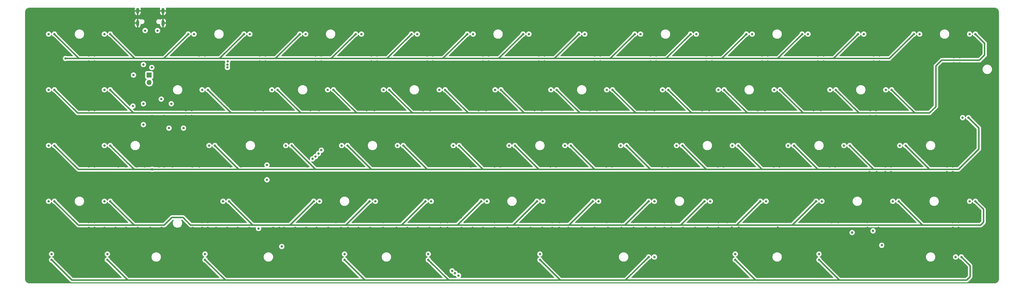
<source format=gbr>
%TF.GenerationSoftware,KiCad,Pcbnew,(6.0.0)*%
%TF.CreationDate,2022-08-23T12:32:23-07:00*%
%TF.ProjectId,Faen65XT,4661656e-3635-4585-942e-6b696361645f,rev?*%
%TF.SameCoordinates,Original*%
%TF.FileFunction,Copper,L2,Inr*%
%TF.FilePolarity,Positive*%
%FSLAX46Y46*%
G04 Gerber Fmt 4.6, Leading zero omitted, Abs format (unit mm)*
G04 Created by KiCad (PCBNEW (6.0.0)) date 2022-08-23 12:32:23*
%MOMM*%
%LPD*%
G01*
G04 APERTURE LIST*
%TA.AperFunction,ComponentPad*%
%ADD10O,1.050000X2.100000*%
%TD*%
%TA.AperFunction,ComponentPad*%
%ADD11R,1.700000X1.700000*%
%TD*%
%TA.AperFunction,ComponentPad*%
%ADD12O,1.700000X1.700000*%
%TD*%
%TA.AperFunction,ViaPad*%
%ADD13C,0.800000*%
%TD*%
%TA.AperFunction,Conductor*%
%ADD14C,0.500000*%
%TD*%
G04 APERTURE END LIST*
D10*
%TO.N,GND*%
%TO.C,J2*%
X29414460Y3757520D03*
X38054460Y3757520D03*
X29414460Y7937520D03*
X38054460Y7937520D03*
%TD*%
D11*
%TO.N,VBAT*%
%TO.C,JP1*%
X33337584Y-14004726D03*
D12*
%TO.N,BOOT0*%
X33337584Y-16544726D03*
%TD*%
D13*
%TO.N,GND*%
X301228884Y-61912656D03*
X35917278Y-3175008D03*
X151209756Y-64293912D03*
X166687500Y-33337500D03*
X61118904Y-25400064D03*
X205978644Y-66278292D03*
X228600576Y0D03*
X-4365636Y-7342206D03*
X113109660Y-45045426D03*
X101203380Y-66278292D03*
X12700032Y-66278292D03*
X275035068Y-61912656D03*
X41076666Y-66271272D03*
X87312720Y-45243864D03*
X314722668Y-37504782D03*
X74017374Y-80565828D03*
X119062800Y-57150144D03*
X161131656Y-49609500D03*
X72032994Y-64095474D03*
X255786582Y-47823558D03*
X143669112Y-66285312D03*
X170259804Y-45243864D03*
X148828500Y-49411062D03*
X110728404Y-47823558D03*
X281385084Y-25995378D03*
X28376634Y-19050048D03*
X270669432Y-67468920D03*
X53379822Y-66278292D03*
X172244184Y-45243864D03*
X266105358Y-82947084D03*
X232172460Y-66200000D03*
X-6350016Y-9326586D03*
X91876794Y-49411062D03*
X186928596Y-47823558D03*
X242491236Y-9326586D03*
X145851930Y-49411062D03*
X153194136Y-47625120D03*
X164901978Y-49409471D03*
X194667678Y-49619825D03*
X53379822Y-64293912D03*
X43061046Y-23812560D03*
X90090852Y-7342206D03*
X261938160Y-42862608D03*
X151209756Y-45243864D03*
X211534908Y-66278292D03*
X77787696Y-64095474D03*
X31154766Y7540644D03*
X205978644Y-47625120D03*
X319088304Y-76200192D03*
X279400704Y-27979758D03*
X182166084Y-76200000D03*
X25400064Y-49014186D03*
X83145522Y-80565828D03*
X69453300Y-25995378D03*
X171450432Y0D03*
X139898790Y-49609500D03*
X102790884Y-47823558D03*
X208359900Y-45243864D03*
X291306984Y-28971948D03*
X260152218Y-29765700D03*
X167878548Y-47823558D03*
X64803252Y-47426682D03*
X282575712Y-7342206D03*
X209550528Y4762512D03*
X114300000Y-71040804D03*
X94059612Y-45045426D03*
X307578900Y-66278292D03*
X145851930Y-47625120D03*
X166291044Y-7342206D03*
X295077306Y-19050048D03*
X261541284Y-7342206D03*
X164901978Y-47821967D03*
X247650624Y4762512D03*
X75604878Y-64095474D03*
X64293912Y-12414090D03*
X305594520Y-47228244D03*
X38496972Y-27979758D03*
X198636438Y-49619825D03*
X42987000Y-60523590D03*
X244475616Y-7342206D03*
X9525024Y-19050048D03*
X9525024Y-61912656D03*
X229394328Y-49411062D03*
X92075232Y-69651738D03*
X14684412Y-64293912D03*
X79967189Y-47426682D03*
X150018750Y-29765625D03*
X134540964Y-81756456D03*
X96043992Y-45045426D03*
X41275104Y-45243864D03*
X300038256Y-71636118D03*
X142875360Y-49609500D03*
X57603252Y-47426682D03*
X219670866Y-66278292D03*
X139700352Y-62706408D03*
X309563280Y-66278292D03*
X96043992Y-47823558D03*
X83127599Y-76200192D03*
X45839178Y-25995378D03*
X229394328Y-47823558D03*
X268486614Y-64293912D03*
X195461430Y-80962704D03*
X151209756Y-47625120D03*
X152400384Y-4762512D03*
X9525024Y-4762512D03*
X276225696Y-82550208D03*
X4960950Y-48021996D03*
X50403252Y-47426682D03*
X29765700Y-11112528D03*
X248444376Y-45243864D03*
X51395442Y-66278292D03*
X240308418Y-47833883D03*
X173236374Y-66278292D03*
X128587500Y-38100000D03*
X45839178Y-29964138D03*
X194667678Y-47635445D03*
X189309852Y-49411062D03*
X318691428Y-22026618D03*
X198636438Y-47625120D03*
X121444056Y-66278292D03*
X48021996Y-45243864D03*
X202009884Y-47635445D03*
X109537776Y-33337584D03*
X301228884Y-52387632D03*
X44875104Y-49807938D03*
X182959836Y-49411062D03*
X110728404Y-49411062D03*
X227409948Y-49411062D03*
X121840932Y-49609500D03*
X75208002Y-45045426D03*
X135136278Y-64293912D03*
X96043992Y-49411062D03*
X307578900Y-47228244D03*
X9525024Y4960950D03*
X47823558Y-27979758D03*
X37504782Y-66278292D03*
X35718840Y-71239242D03*
X279400704Y-25995378D03*
X259556904Y-49411062D03*
X190500480Y0D03*
X106136214Y-47823558D03*
X307975776Y-9921900D03*
X74017374Y-30757890D03*
X149225376Y-9326586D03*
X83145522Y-66278292D03*
X92075232Y-9326586D03*
X286544472Y-47228244D03*
X274638192Y-49609500D03*
X130572204Y-29765700D03*
X132755022Y-64293912D03*
X91876794Y-47823558D03*
X123825312Y-14287536D03*
X129976890Y-49411062D03*
X88304910Y-25995378D03*
X75208002Y-47426682D03*
X278408514Y-64293912D03*
X227409948Y-45243864D03*
X234553716Y-66200000D03*
X313730478Y-43854798D03*
X175419192Y-49818263D03*
X307578900Y-45243864D03*
X195262992Y-57150144D03*
X147836310Y-71239242D03*
X45839178Y-27979758D03*
X102790884Y-49609500D03*
X281186646Y-38100096D03*
X191294232Y-49411062D03*
X113109660Y-49411062D03*
X244277178Y-49411062D03*
X173236374Y-64293912D03*
X114300000Y-81359580D03*
X-4365636Y-48021996D03*
X172244184Y-47823558D03*
X247650624Y-4762512D03*
X30559452Y-19050048D03*
X52387632Y-10914090D03*
X195461430Y-71437680D03*
X29368824Y-66278292D03*
X304800768Y-4762512D03*
X50403252Y-7342206D03*
X183952026Y-29765700D03*
X113109660Y-64293912D03*
X261541284Y-9326586D03*
X319088304Y-65682978D03*
X109537776Y-42862608D03*
X142875360Y-19050048D03*
X9525024Y-38100096D03*
X36314154Y7540644D03*
X-4365636Y-27781320D03*
X67468920Y-66278292D03*
X147637500Y-38100000D03*
X113109660Y-47823558D03*
X319392000Y-16271916D03*
X90090852Y-9326586D03*
X64803252Y-49807938D03*
X38695410Y-36711030D03*
X125809692Y-47823558D03*
X135136278Y-66278292D03*
X77787696Y-66278292D03*
X185737500Y-38100000D03*
X12700032Y-68064234D03*
X132159708Y-45045426D03*
X222052122Y-25995378D03*
X227608386Y-64293912D03*
X85725216Y-23812560D03*
X189905166Y-66278292D03*
X236736534Y-49619825D03*
X281186646Y-44648550D03*
X115094040Y-49411062D03*
X272058498Y-73025184D03*
X221059932Y-47833883D03*
X36711030Y-45243864D03*
X214313040Y-52387632D03*
X147240996Y-7342206D03*
X83740836Y-49807938D03*
X31750080Y-45243864D03*
X157162896Y-49609500D03*
X148233186Y-25995378D03*
X61203252Y-49411062D03*
X210344280Y-49411062D03*
X284560092Y-47228244D03*
X109140900Y-9326586D03*
X225028692Y-49411062D03*
X74017374Y-72032994D03*
X202009884Y-49411062D03*
X25400064Y-66271272D03*
X280591332Y-7342206D03*
X9525024Y-52387632D03*
X63500160Y-66271272D03*
X38496972Y-30559452D03*
X309960156Y-7937520D03*
X79970514Y-49807938D03*
X276225696Y-23812560D03*
X53181384Y-49807938D03*
X187325472Y-7342206D03*
X300236694Y-42862608D03*
X143073798Y-45243864D03*
X278408514Y-50601690D03*
X307975776Y-17660982D03*
X-6350016Y-48021996D03*
X210344280Y-47625120D03*
X208359900Y-49411062D03*
X166687500Y-42862608D03*
X246459996Y-49609500D03*
X185341092Y-9326586D03*
X-7143768Y-46037616D03*
X72032994Y-49807938D03*
X129183138Y-25995378D03*
X167283234Y-25995378D03*
X218877114Y-71239434D03*
X244475616Y-9326586D03*
X189309852Y-45243864D03*
X71040804Y-9326586D03*
X109140900Y-7342206D03*
X307975776Y-7937520D03*
X12700032Y-30162576D03*
X9525024Y-71239242D03*
X14684412Y-48021996D03*
X275035068Y-52387632D03*
X157162896Y-52387632D03*
X56157954Y-66278292D03*
X211534908Y-64293912D03*
X267494424Y-47426682D03*
X28376634Y-33337584D03*
X204787500Y-38100096D03*
X95250240Y-4762512D03*
X185341092Y-66278292D03*
X282178836Y-66278292D03*
X72032994Y-45045426D03*
X12700032Y-25995378D03*
X257175648Y-19050048D03*
X205780206Y-25995378D03*
X198636438Y-64293912D03*
X180975456Y-14287536D03*
X111125280Y-7342206D03*
X260152218Y-25995378D03*
X198636438Y-66278292D03*
X225028692Y-47823558D03*
X-6350016Y-30559452D03*
X12700032Y-9326586D03*
X134144088Y-49411062D03*
X300038256Y-80565828D03*
X170259804Y-47823558D03*
X72032994Y-47426682D03*
X278408514Y-66278292D03*
X229394328Y-45243864D03*
X182959836Y-47833883D03*
X14684412Y-68064234D03*
X61118904Y-29567262D03*
X261938160Y-33337584D03*
X87706271Y-47426682D03*
X223838064Y-66278292D03*
X270669432Y-47823558D03*
X33932898Y6945330D03*
X53181384Y-47426682D03*
X189309852Y-47625120D03*
X218877114Y-76200192D03*
X93265860Y-29964138D03*
X210344280Y-45243864D03*
X99190884Y-47823558D03*
X94059612Y-49411062D03*
X194469240Y-66278292D03*
X30559452Y-25400064D03*
X114300288Y0D03*
X97036182Y-64293912D03*
X67865796Y-33337584D03*
X64690788Y-45243864D03*
X91281480Y-25995378D03*
X309563280Y-64293912D03*
X12700032Y-64293912D03*
X41275104Y-47426682D03*
X218877114Y-81161334D03*
X29170386Y-49014186D03*
X-6548454Y-62904846D03*
X182166084Y-71239242D03*
X41275104Y-49807938D03*
X318492990Y-38893848D03*
X61203252Y-47426682D03*
X263922540Y-29765700D03*
X191294232Y-47625120D03*
X187325472Y-9326586D03*
X83737511Y-47426682D03*
X247650624Y-81161142D03*
X18057858Y-66278292D03*
X265510044Y-45243864D03*
X42987000Y-68659548D03*
X43061046Y-14287536D03*
X133350336Y0D03*
X4960950Y-46037616D03*
X49609500Y-49807938D03*
X2976570Y-48021996D03*
X5556264Y-64293912D03*
X204391140Y-7342206D03*
X161925408Y-19050048D03*
X108744024Y-66271272D03*
X64492350Y-19050048D03*
X255786582Y-49818263D03*
X71040804Y-7342206D03*
X12700032Y-45243864D03*
X34329774Y-30559452D03*
X67865796Y-42862608D03*
X232767774Y-49619825D03*
X139898790Y-47625120D03*
X244277178Y-47823558D03*
X147836310Y-81161142D03*
X130175328Y-7342206D03*
X278011638Y-45045426D03*
X14684412Y-9326586D03*
X213717726Y-49619825D03*
X-6350016Y-27781320D03*
X61090788Y-45243864D03*
X233363088Y-64095474D03*
X249436566Y-64095474D03*
X282575712Y-9326586D03*
X241102170Y-25995378D03*
X73025184Y-9326586D03*
X48021996Y-47426682D03*
X251817822Y-47833883D03*
X265510044Y-47426682D03*
X240308418Y-49411062D03*
X285750720Y0D03*
X47823558Y-29964138D03*
X242887500Y-38100000D03*
X265510044Y-49411062D03*
X76200192Y0D03*
X-4365636Y-9326586D03*
X305594520Y-51593880D03*
X93464298Y-82748646D03*
X2976570Y-46037616D03*
X-4365636Y-30559452D03*
X110133090Y-25995378D03*
X266303796Y-64293912D03*
X281385084Y-27979758D03*
X206375520Y-7342206D03*
X100012752Y-52387632D03*
X155575392Y-66278292D03*
X-6350016Y-7342206D03*
X157162896Y-61912656D03*
X147836310Y-76200000D03*
X50403252Y-45243864D03*
X214313040Y-61912656D03*
X33734460Y-66278292D03*
X307578900Y-64293912D03*
X279202266Y-47228244D03*
X104775264Y-19050048D03*
X65682978Y-80565828D03*
X215503668Y-66278292D03*
X95250240Y4762512D03*
X305594520Y-45243864D03*
X5556264Y-67468920D03*
X200025504Y-19050048D03*
X36711030Y-39886038D03*
X59928276Y-66278292D03*
X85725216Y-14287536D03*
X87511158Y-31353204D03*
X25400064Y-45243864D03*
X209153652Y-66278292D03*
X246459996Y-47426682D03*
X41473542Y-7143768D03*
X263525664Y-7342206D03*
X38496972Y-45243133D03*
X145851930Y-25995378D03*
X270669432Y-49609500D03*
X134144088Y-45045426D03*
X209550528Y-4762512D03*
X309960156Y-9921900D03*
X44875104Y-47426682D03*
X14684412Y-25995378D03*
X167878548Y-49411062D03*
X263525664Y-47823558D03*
X284560092Y-45243864D03*
X205978644Y-49411062D03*
X175419192Y-47833883D03*
X129976890Y-47823558D03*
X168275424Y-7342206D03*
X209153652Y-64293912D03*
X139898790Y-66285312D03*
X75208002Y-49807938D03*
X319392000Y-8135958D03*
X281583522Y-47228244D03*
X172244184Y-49411062D03*
X302816388Y-25598502D03*
X182166084Y-81161142D03*
X79375200Y-66278292D03*
X112117470Y-29964138D03*
X46037616Y-38100096D03*
X243483426Y-25995378D03*
X79375200Y-64095474D03*
X157162896Y-47625120D03*
X179387952Y-47823558D03*
X106136214Y-45045426D03*
X267494424Y-49411062D03*
X-6945330Y-82550208D03*
X159345714Y-66278292D03*
X248444376Y-49609500D03*
X191294232Y-45243864D03*
X12700032Y-48021996D03*
X118240932Y-47823558D03*
X28376634Y-57150144D03*
X204391140Y-9326586D03*
X127000320Y-29765700D03*
X31750080Y-49014186D03*
X130175328Y-9326586D03*
X98822124Y-66278292D03*
X149225376Y-7342206D03*
X65665055Y-76200192D03*
X47823558Y-25995378D03*
X238125600Y-14287536D03*
X194469240Y-64293912D03*
X75604878Y-66278292D03*
X263525664Y-49411062D03*
X221059932Y-49411062D03*
X141089418Y-64293912D03*
X148828500Y-47625120D03*
X28376634Y-42862608D03*
X99190884Y-49609500D03*
X168275424Y-9326586D03*
X152400384Y4762512D03*
X320874246Y6548454D03*
X236736534Y-47625120D03*
X123626874Y-68659548D03*
X248444376Y-47426682D03*
X252413136Y-57150144D03*
X128190948Y-7342206D03*
X217686486Y-47625120D03*
X227608386Y-66278292D03*
X38496972Y-47823558D03*
X117673734Y-66278292D03*
X48220434Y-66278292D03*
X115094040Y-45045426D03*
X14684412Y-66278292D03*
X92075232Y-7342206D03*
X65682978Y-72231432D03*
X208359900Y-47625120D03*
X286544472Y-45243864D03*
X128190948Y-9326586D03*
X14684412Y-7342206D03*
X262533474Y-25995378D03*
X30361014Y-3373446D03*
X267494424Y-45243864D03*
X222250560Y-29765700D03*
X125015940Y-66271272D03*
X113109660Y-66278292D03*
X126801882Y-25995378D03*
X246459996Y-45243864D03*
X132159708Y-49411062D03*
X247253748Y-64095474D03*
X36396972Y-28481320D03*
X132755022Y-82947084D03*
X134144088Y-47823558D03*
X90487728Y-66271272D03*
X227409948Y-47823558D03*
X280591332Y-9326586D03*
X135334716Y-68857986D03*
X35917278Y-198438D03*
X233363088Y-57150144D03*
X206375520Y-9326586D03*
X187920786Y-29765700D03*
X224433378Y-25995378D03*
X-6548454Y6350016D03*
X269478804Y-82947084D03*
X170259804Y-49411062D03*
X266700672Y0D03*
X281583522Y-50601690D03*
X300832008Y-9921900D03*
X300236694Y-33337584D03*
X12700032Y-7342206D03*
X35718750Y-81161142D03*
X41473542Y-11112528D03*
X147240996Y-9326586D03*
X45045426Y-66278292D03*
X225822444Y-29765700D03*
X223441188Y-9326586D03*
X100012752Y-61912656D03*
X86915844Y-66278292D03*
X259556904Y-47833883D03*
X57150144Y4762512D03*
X51395442Y-64293912D03*
X168672300Y-29765700D03*
X142875360Y-47614795D03*
X22820370Y-45243864D03*
X68403252Y-47426682D03*
X147240996Y-66278292D03*
X179387952Y-49818263D03*
X72231432Y-25995378D03*
X83145522Y-72231432D03*
X223837500Y-33337500D03*
X125809692Y-49609500D03*
X242491236Y-7342206D03*
X176411382Y-66278292D03*
X52387632Y-7342206D03*
X70643928Y-30757890D03*
X165100416Y-29765700D03*
X274638192Y-47813233D03*
X94059612Y-47823558D03*
X247650000Y-71239242D03*
X106136214Y-49609500D03*
X232767774Y-47635445D03*
X14684412Y-45243864D03*
X183753588Y-25995378D03*
X225425568Y-9326586D03*
X30956328Y5357826D03*
X128984700Y-66278292D03*
X170855118Y-66278292D03*
X273447564Y-82550208D03*
X57150144Y-4762512D03*
X-6548454Y-69651738D03*
X123825312Y-23812560D03*
X241102170Y-29765700D03*
X238125600Y-23812560D03*
X34329774Y-27979758D03*
X21828180Y-66278292D03*
X180975456Y-23812560D03*
X50403252Y-10914090D03*
X219075552Y-19050048D03*
X164901978Y-25995378D03*
X68403252Y-49807938D03*
X121840932Y-47823558D03*
X303014826Y-68659548D03*
X104775264Y-66278292D03*
X202803636Y-29765700D03*
X132755022Y-66278292D03*
X115094040Y-47823558D03*
X107751834Y-30162576D03*
X146248806Y-30162576D03*
X263525664Y-9326586D03*
X57603252Y-49411062D03*
X32940708Y-20240676D03*
X186928596Y-49411062D03*
X230584956Y-64293912D03*
X223441188Y-7342206D03*
X69254862Y-64095474D03*
X304800768Y4762512D03*
X311944536Y-42068856D03*
X36711030Y-37107906D03*
X283369464Y-64095474D03*
X153194136Y-49411062D03*
X151209756Y-49411062D03*
X29170386Y-45243864D03*
X111125280Y-9326586D03*
X36711030Y-42862608D03*
X185341092Y-7342206D03*
X153194136Y-45243864D03*
X151209756Y-66285312D03*
X64492350Y-25400064D03*
X73025184Y-7342206D03*
X202803636Y-66278292D03*
X107553396Y-25995378D03*
X180975456Y-66267562D03*
X94456488Y-66278292D03*
X225425568Y-7342206D03*
X315317982Y-83145522D03*
X163512912Y-66278292D03*
X300236694Y-24209436D03*
X251817822Y-49818263D03*
X309960156Y-17660982D03*
X102989322Y-64293912D03*
X161131656Y-47614795D03*
X303213264Y-11906280D03*
X87709596Y-49411062D03*
X299641380Y-28971948D03*
X36711030Y5357826D03*
X176212944Y-57150144D03*
X166291044Y-9326586D03*
X-4365636Y-46037616D03*
X203002074Y-25995378D03*
X223837500Y-42862500D03*
X14684412Y-30162576D03*
X206772396Y-29765700D03*
X217686486Y-49619825D03*
X167481672Y-66278292D03*
X247849062Y-66200000D03*
X245268750Y-29765625D03*
X186134844Y-25995378D03*
X124817502Y-44846988D03*
X118240932Y-49609500D03*
X9525024Y-81161142D03*
X189508290Y-64293912D03*
X170855118Y-64293912D03*
X213717726Y-47635445D03*
X276225696Y-14287536D03*
X132159708Y-47823558D03*
%TO.N,VBAT*%
X45045426Y-32146956D03*
X27781320Y-24606312D03*
X31353204Y-30956328D03*
X27979758Y-14004726D03*
X31353125Y-23812500D03*
X70643928Y-66476730D03*
X40084476Y-32146956D03*
X40878228Y-23812560D03*
X273249126Y-67846426D03*
%TO.N,D+*%
X60023590Y-11414090D03*
X34234460Y-11414090D03*
%TO.N,D-*%
X31353204Y-10414090D03*
X60023590Y-10414090D03*
%TO.N,VBUS*%
X31948518Y1190628D03*
X60126714Y-9326586D03*
X36184375Y1190628D03*
%TO.N,BOOT0*%
X37443125Y-22225056D03*
%TO.N,APLEX_EN_PIN_0*%
X78581448Y-72628308D03*
X89098662Y-42664170D03*
%TO.N,COL0*%
X-992190Y-57150144D03*
X0Y-75208002D03*
X-992190Y-38100096D03*
X-992190Y-19050048D03*
X-992190Y0D03*
%TO.N,ROW0*%
X992190Y0D03*
X199033314Y0D03*
X179983266Y0D03*
X275233506Y0D03*
X46632930Y0D03*
X20042238Y0D03*
X237133410Y0D03*
X141883170Y0D03*
X103783074Y0D03*
X4762512Y-8334396D03*
X160933218Y0D03*
X294283554Y0D03*
X256183458Y0D03*
X218083362Y0D03*
X122833122Y0D03*
X84733026Y0D03*
X65682978Y0D03*
%TO.N,ROW1*%
X53379822Y-19050048D03*
X229592766Y-19050048D03*
X267692862Y-19050048D03*
X315317982Y0D03*
X172442622Y-19050048D03*
X20042238Y-19050048D03*
X134342526Y-19050048D03*
X96242430Y-19050048D03*
X248642814Y-19050048D03*
X191492670Y-19050048D03*
X77192382Y-19050048D03*
X992190Y-19050048D03*
X115292478Y-19050048D03*
X153392574Y-19050048D03*
X286742910Y-19050048D03*
X210542718Y-19050048D03*
%TO.N,ROW2*%
X34346650Y-46236054D03*
X234355278Y-38100096D03*
X272455374Y-38100096D03*
X215305230Y-38100096D03*
X992190Y-38100096D03*
X291505422Y-38100096D03*
X312936726Y-28575072D03*
X120054990Y-38100096D03*
X158155086Y-38100096D03*
X81954894Y-38100096D03*
X55761078Y-38100096D03*
X196255182Y-38100096D03*
X253405326Y-38100096D03*
X20042238Y-38100096D03*
X139105038Y-38100096D03*
X101004942Y-38100096D03*
X177205134Y-38100096D03*
%TO.N,ROW3*%
X992190Y-57150144D03*
X260945970Y-57150144D03*
X108545586Y-57150144D03*
X146645682Y-57150144D03*
X127595634Y-57150144D03*
X60523590Y-57150144D03*
X89495538Y-57150144D03*
X222845874Y-57150144D03*
X241895922Y-57150144D03*
X289124166Y-57150144D03*
X165695730Y-57150144D03*
X20042238Y-57150144D03*
X315317982Y-57150144D03*
X184745778Y-57150144D03*
X203795826Y-57150144D03*
%TO.N,ROW4*%
X203795826Y-76200192D03*
X233363088Y-77192382D03*
X261938160Y-77192382D03*
X128587824Y-77192382D03*
X100012752Y-77192382D03*
X52387632Y-77192382D03*
X310555470Y-76200192D03*
X19050048Y-77192382D03*
X0Y-77192382D03*
X166687920Y-77192382D03*
%TO.N,COL1*%
X18057858Y-19050048D03*
X18057858Y-57150144D03*
X19050048Y-75208002D03*
X18057858Y0D03*
X18057858Y-38100096D03*
%TO.N,COL2*%
X51395442Y-19050048D03*
X58539210Y-57150144D03*
X48617310Y0D03*
X52387632Y-75208002D03*
X53776698Y-38100096D03*
%TO.N,COL3*%
X79970514Y-38100096D03*
X67667358Y0D03*
X73535184Y-44761674D03*
X75208002Y-19050048D03*
X73535184Y-49807938D03*
%TO.N,COL4*%
X86717406Y0D03*
X94258050Y-19050048D03*
X99020562Y-38100096D03*
X91479918Y-57150144D03*
X100012752Y-75208002D03*
%TO.N,COL5*%
X118070610Y-38100096D03*
X105767454Y0D03*
X110529966Y-57150144D03*
X113308098Y-19050048D03*
%TO.N,COL6*%
X129580014Y-57150144D03*
X132358146Y-19050048D03*
X124817502Y0D03*
X128587824Y-75208002D03*
X137120658Y-38100096D03*
%TO.N,COL7*%
X143867550Y0D03*
X156170706Y-38100096D03*
X148630062Y-57150144D03*
X151408194Y-19050048D03*
%TO.N,COL8*%
X175220754Y-38100096D03*
X167680110Y-57150144D03*
X170458242Y-19050048D03*
X166687920Y-75208002D03*
X162917598Y0D03*
%TO.N,COL9*%
X189508290Y-19050048D03*
X186730158Y-57150144D03*
X181967646Y0D03*
X194270802Y-38100096D03*
%TO.N,COL10*%
X201017694Y0D03*
X205780206Y-76200192D03*
X213320850Y-38100096D03*
X208558338Y-19050048D03*
X205780206Y-57150144D03*
%TO.N,COL11*%
X232370898Y-38100096D03*
X224830254Y-57150144D03*
X233363088Y-75208002D03*
X227608386Y-19050048D03*
X220067742Y0D03*
%TO.N,COL12*%
X239117790Y0D03*
X251420946Y-38100096D03*
X243880302Y-57150144D03*
X246658434Y-19050048D03*
%TO.N,COL13*%
X258167838Y0D03*
X262930350Y-57150144D03*
X261938160Y-75208002D03*
X265708482Y-19050048D03*
X270470994Y-38100096D03*
%TO.N,COL14*%
X277217886Y0D03*
X284758530Y-19050048D03*
X289521042Y-38100096D03*
X287139786Y-57150144D03*
%TO.N,COL15*%
X308571090Y-76200192D03*
X313333602Y0D03*
X310952346Y-28575072D03*
X296267934Y0D03*
X313333602Y-57150144D03*
%TO.N,APLEX_EN_PIN_1*%
X280392894Y-67270482D03*
X283369464Y-72192692D03*
%TO.N,AMUX_SEL_2*%
X138906600Y-82550208D03*
X92075232Y-39687600D03*
%TO.N,AMUX_SEL_1*%
X137715972Y-81756456D03*
X91083042Y-40878228D03*
%TO.N,AMUX_SEL_0*%
X90090852Y-41870418D03*
X136723782Y-80962704D03*
%TD*%
D14*
%TO.N,ROW0*%
X160933218Y0D02*
X152598822Y-8334396D01*
X218083362Y0D02*
X209748966Y-8334396D01*
X4762512Y-8334396D02*
X285949158Y-8334396D01*
X256183458Y0D02*
X247849062Y-8334396D01*
X992190Y0D02*
X9326586Y-8334396D01*
X237133410Y0D02*
X228799014Y-8334396D01*
X103783074Y0D02*
X95448678Y-8334396D01*
X179983266Y0D02*
X171648870Y-8334396D01*
X122833122Y0D02*
X114498726Y-8334396D01*
X275233506Y0D02*
X266899110Y-8334396D01*
X20042238Y0D02*
X28376634Y-8334396D01*
X199033314Y0D02*
X190698918Y-8334396D01*
X141883170Y0D02*
X133548774Y-8334396D01*
X285949158Y-8334396D02*
X294283554Y0D01*
X65682978Y0D02*
X57348582Y-8334396D01*
X46632930Y0D02*
X38298534Y-8334396D01*
X84733026Y0D02*
X76398630Y-8334396D01*
%TO.N,ROW1*%
X318492990Y-7143768D02*
X318492990Y-3175008D01*
X191492670Y-19050048D02*
X199430190Y-26987568D01*
X992190Y-19050048D02*
X8929710Y-26987568D01*
X8929710Y-26987568D02*
X142478484Y-26987568D01*
X53379822Y-19050048D02*
X61317342Y-26987568D01*
X142280046Y-26987568D02*
X180578580Y-26987568D01*
X229592766Y-19050048D02*
X237530286Y-26987568D01*
X301824198Y-24804750D02*
X301824198Y-10914090D01*
X180578580Y-26987568D02*
X237530286Y-26987568D01*
X318492990Y-3175008D02*
X315317982Y0D01*
X96242430Y-19050048D02*
X104179950Y-26987568D01*
X172442622Y-19050048D02*
X180380142Y-26987568D01*
X286742910Y-19050048D02*
X294680430Y-26987568D01*
X267692862Y-19050048D02*
X275630382Y-26987568D01*
X303808578Y-8929710D02*
X316707048Y-8929710D01*
X77192382Y-19050048D02*
X85129902Y-26987568D01*
X20042238Y-19050048D02*
X27979758Y-26987568D01*
X237530286Y-26987568D02*
X299641380Y-26987568D01*
X153392574Y-19050048D02*
X161330094Y-26987568D01*
X316707048Y-8929710D02*
X318492990Y-7143768D01*
X115292478Y-19050048D02*
X123229998Y-26987568D01*
X248642814Y-19050048D02*
X256580334Y-26987568D01*
X299641380Y-26987568D02*
X301824198Y-24804750D01*
X301824198Y-10914090D02*
X303808578Y-8929710D01*
X210542718Y-19050048D02*
X218480238Y-26987568D01*
X134342526Y-19050048D02*
X142280046Y-26987568D01*
%TO.N,ROW2*%
X158155086Y-38100096D02*
X166291044Y-46236054D01*
X309563280Y-46236054D02*
X316508610Y-39290724D01*
X20042238Y-38100096D02*
X28178196Y-46236054D01*
X272455374Y-38100096D02*
X280591332Y-46236054D01*
X253405326Y-38100096D02*
X261541284Y-46236054D01*
X139105038Y-38100096D02*
X147240996Y-46236054D01*
X316508610Y-39290724D02*
X316508610Y-32146956D01*
X120054990Y-38100096D02*
X128190948Y-46236054D01*
X101004942Y-38100096D02*
X109140900Y-46236054D01*
X196255182Y-38100096D02*
X204391140Y-46236054D01*
X234355278Y-38100096D02*
X242491236Y-46236054D01*
X291505422Y-38100096D02*
X299641380Y-46236054D01*
X215305230Y-38100096D02*
X223441188Y-46236054D01*
X55761078Y-38100096D02*
X63897036Y-46236054D01*
X81954894Y-38100096D02*
X90090852Y-46236054D01*
X9128148Y-46236054D02*
X309563280Y-46236054D01*
X316508610Y-32146956D02*
X312936726Y-28575072D01*
X992190Y-38100096D02*
X9128148Y-46236054D01*
X177205134Y-38100096D02*
X185341092Y-46236054D01*
%TO.N,ROW3*%
X241895922Y-57150144D02*
X233759964Y-65286102D01*
X318096114Y-64293912D02*
X318096114Y-59928276D01*
X289124166Y-57150144D02*
X297260124Y-65286102D01*
X127595634Y-57150144D02*
X119459676Y-65286102D01*
X89495538Y-57150144D02*
X81359580Y-65286102D01*
X165695730Y-57150144D02*
X157559772Y-65286102D01*
X20042238Y-57150144D02*
X28178196Y-65286102D01*
X41076666Y-62706408D02*
X44897334Y-62706408D01*
X146645682Y-57150144D02*
X138509724Y-65286102D01*
X184745778Y-57150144D02*
X176609820Y-65286102D01*
X60523590Y-57150144D02*
X68659548Y-65286102D01*
X47477028Y-65286102D02*
X317103924Y-65286102D01*
X318096114Y-59928276D02*
X315317982Y-57150144D01*
X38496972Y-65286102D02*
X41076666Y-62706408D01*
X317103924Y-65286102D02*
X318096114Y-64293912D01*
X44897334Y-62706408D02*
X47477028Y-65286102D01*
X992190Y-57150144D02*
X9128148Y-65286102D01*
X260945970Y-57150144D02*
X252810012Y-65286102D01*
X9128148Y-65286102D02*
X28178196Y-65286102D01*
X28178196Y-65286102D02*
X38496972Y-65286102D01*
X203795826Y-57150144D02*
X195659868Y-65286102D01*
X108545586Y-57150144D02*
X100409628Y-65286102D01*
X222845874Y-57150144D02*
X214709916Y-65286102D01*
%TO.N,ROW4*%
X6945330Y-84137712D02*
X312341412Y-84137712D01*
X0Y-77192382D02*
X6945330Y-84137712D01*
X128587824Y-77192382D02*
X135533154Y-84137712D01*
X233363088Y-77192382D02*
X240308418Y-84137712D01*
X313532040Y-82947084D02*
X313532040Y-79176762D01*
X166687920Y-77192382D02*
X173633250Y-84137712D01*
X203795826Y-76200192D02*
X195858306Y-84137712D01*
X100012752Y-77192382D02*
X106958082Y-84137712D01*
X312341412Y-84137712D02*
X313532040Y-82947084D01*
X313532040Y-79176762D02*
X310555470Y-76200192D01*
X261938160Y-77192382D02*
X268883490Y-84137712D01*
X52387632Y-77192382D02*
X59332962Y-84137712D01*
X19050048Y-77192382D02*
X25995378Y-84137712D01*
%TD*%
%TA.AperFunction,Conductor*%
%TO.N,GND*%
G36*
X28402540Y8996998D02*
G01*
X28449033Y8943342D01*
X28459137Y8873068D01*
X28454521Y8852902D01*
X28401008Y8684205D01*
X28398458Y8672211D01*
X28381853Y8524170D01*
X28381460Y8517146D01*
X28381460Y8209635D01*
X28385935Y8194396D01*
X28387325Y8193191D01*
X28395008Y8191520D01*
X30429345Y8191520D01*
X30444584Y8195995D01*
X30445789Y8197385D01*
X30447460Y8205068D01*
X30447460Y8510410D01*
X30447160Y8516555D01*
X30433290Y8658001D01*
X30430907Y8670039D01*
X30375190Y8854582D01*
X30374649Y8925577D01*
X30412577Y8985593D01*
X30476931Y9015577D01*
X30495812Y9017000D01*
X36974419Y9017000D01*
X37042540Y8996998D01*
X37089033Y8943342D01*
X37099137Y8873068D01*
X37094521Y8852902D01*
X37041008Y8684205D01*
X37038458Y8672211D01*
X37021853Y8524170D01*
X37021460Y8517146D01*
X37021460Y8209635D01*
X37025935Y8194396D01*
X37027325Y8193191D01*
X37035008Y8191520D01*
X39069345Y8191520D01*
X39084584Y8195995D01*
X39085789Y8197385D01*
X39087460Y8205068D01*
X39087460Y8510410D01*
X39087160Y8516555D01*
X39073290Y8658001D01*
X39070907Y8670039D01*
X39015190Y8854582D01*
X39014649Y8925577D01*
X39052577Y8985593D01*
X39116931Y9015577D01*
X39135812Y9017000D01*
X321816297Y9017000D01*
X321835681Y9015500D01*
X321837909Y9015153D01*
X321850484Y9013195D01*
X321850486Y9013195D01*
X321859355Y9011814D01*
X321868257Y9012978D01*
X321868259Y9012978D01*
X321874584Y9013805D01*
X321899907Y9014548D01*
X322066752Y9002615D01*
X322084540Y9000058D01*
X322228607Y8968717D01*
X322272760Y8959112D01*
X322290009Y8954048D01*
X322470496Y8886730D01*
X322486835Y8879268D01*
X322639389Y8795968D01*
X322655906Y8786949D01*
X322671030Y8777229D01*
X322825234Y8661793D01*
X322838820Y8650020D01*
X322975020Y8513820D01*
X322986793Y8500234D01*
X323102229Y8346030D01*
X323111949Y8330906D01*
X323204268Y8161835D01*
X323211730Y8145496D01*
X323214459Y8138180D01*
X323279048Y7965008D01*
X323284112Y7947760D01*
X323325057Y7759544D01*
X323327616Y7741748D01*
X323339041Y7581996D01*
X323338297Y7564092D01*
X323338195Y7555767D01*
X323336814Y7546895D01*
X323337978Y7537993D01*
X323337978Y7537990D01*
X323340936Y7515374D01*
X323342000Y7499036D01*
X323342000Y-83691297D01*
X323340500Y-83710681D01*
X323336814Y-83734355D01*
X323337978Y-83743257D01*
X323337978Y-83743259D01*
X323338805Y-83749584D01*
X323339548Y-83774911D01*
X323327616Y-83941748D01*
X323325057Y-83959544D01*
X323284112Y-84147760D01*
X323279048Y-84165008D01*
X323211730Y-84345496D01*
X323204268Y-84361835D01*
X323120968Y-84514389D01*
X323111949Y-84530906D01*
X323102229Y-84546030D01*
X322986793Y-84700234D01*
X322975020Y-84713820D01*
X322838820Y-84850020D01*
X322825234Y-84861793D01*
X322671030Y-84977229D01*
X322655905Y-84986949D01*
X322486835Y-85079268D01*
X322470496Y-85086730D01*
X322306605Y-85147858D01*
X322290008Y-85154048D01*
X322272759Y-85159112D01*
X322084540Y-85200058D01*
X322066752Y-85202615D01*
X321906994Y-85214041D01*
X321889092Y-85213297D01*
X321880767Y-85213195D01*
X321871895Y-85211814D01*
X321862993Y-85212978D01*
X321862990Y-85212978D01*
X321840374Y-85215936D01*
X321824036Y-85217000D01*
X-7491297Y-85217000D01*
X-7510682Y-85215500D01*
X-7510964Y-85215456D01*
X-7513508Y-85215060D01*
X-7525484Y-85213195D01*
X-7525486Y-85213195D01*
X-7534355Y-85211814D01*
X-7543257Y-85212978D01*
X-7543259Y-85212978D01*
X-7549584Y-85213805D01*
X-7574907Y-85214548D01*
X-7741752Y-85202615D01*
X-7759540Y-85200058D01*
X-7947759Y-85159112D01*
X-7965008Y-85154048D01*
X-7981605Y-85147858D01*
X-8145496Y-85086730D01*
X-8161835Y-85079268D01*
X-8330905Y-84986949D01*
X-8346030Y-84977229D01*
X-8500234Y-84861793D01*
X-8513820Y-84850020D01*
X-8650020Y-84713820D01*
X-8661793Y-84700234D01*
X-8777229Y-84546030D01*
X-8786949Y-84530906D01*
X-8795968Y-84514389D01*
X-8879268Y-84361835D01*
X-8886730Y-84345496D01*
X-8954048Y-84165008D01*
X-8959112Y-84147760D01*
X-9000057Y-83959544D01*
X-9002616Y-83941748D01*
X-9013783Y-83785606D01*
X-9012698Y-83762854D01*
X-9013171Y-83762812D01*
X-9012736Y-83757961D01*
X-9011929Y-83753164D01*
X-9011776Y-83740625D01*
X-9015727Y-83713037D01*
X-9017000Y-83695174D01*
X-9017000Y-77192382D01*
X-913504Y-77192382D01*
X-893542Y-77382310D01*
X-834527Y-77563938D01*
X-739040Y-77729326D01*
X-734622Y-77734233D01*
X-734621Y-77734234D01*
X-674956Y-77800499D01*
X-611253Y-77871248D01*
X-456752Y-77983500D01*
X-450724Y-77986184D01*
X-450722Y-77986185D01*
X-288319Y-78058491D01*
X-282288Y-78061176D01*
X-275833Y-78062548D01*
X-275824Y-78062551D01*
X-219228Y-78074581D01*
X-156331Y-78108732D01*
X6361560Y-84626623D01*
X6373946Y-84641035D01*
X6382479Y-84652630D01*
X6382484Y-84652635D01*
X6386822Y-84658530D01*
X6392400Y-84663269D01*
X6392403Y-84663272D01*
X6427098Y-84692747D01*
X6434614Y-84699677D01*
X6440309Y-84705372D01*
X6443191Y-84707652D01*
X6462581Y-84722993D01*
X6465985Y-84725784D01*
X6516033Y-84768303D01*
X6521615Y-84773045D01*
X6528131Y-84776373D01*
X6533180Y-84779740D01*
X6538309Y-84782907D01*
X6544046Y-84787446D01*
X6610205Y-84818367D01*
X6614099Y-84820270D01*
X6679138Y-84853481D01*
X6686247Y-84855220D01*
X6691881Y-84857316D01*
X6697651Y-84859235D01*
X6704280Y-84862334D01*
X6711443Y-84863824D01*
X6711446Y-84863825D01*
X6762160Y-84874373D01*
X6775765Y-84877203D01*
X6780031Y-84878169D01*
X6850940Y-84895520D01*
X6856542Y-84895868D01*
X6856545Y-84895868D01*
X6862094Y-84896212D01*
X6862092Y-84896247D01*
X6866064Y-84896487D01*
X6870285Y-84896864D01*
X6877445Y-84898353D01*
X6954872Y-84896258D01*
X6958280Y-84896212D01*
X25907426Y-84896212D01*
X25918626Y-84896711D01*
X25920330Y-84896863D01*
X25927493Y-84898353D01*
X26004920Y-84896258D01*
X26008328Y-84896212D01*
X59245010Y-84896212D01*
X59256210Y-84896711D01*
X59257914Y-84896863D01*
X59265077Y-84898353D01*
X59342504Y-84896258D01*
X59345912Y-84896212D01*
X106870130Y-84896212D01*
X106881330Y-84896711D01*
X106883034Y-84896863D01*
X106890197Y-84898353D01*
X106967624Y-84896258D01*
X106971032Y-84896212D01*
X135445202Y-84896212D01*
X135456402Y-84896711D01*
X135458106Y-84896863D01*
X135465269Y-84898353D01*
X135542696Y-84896258D01*
X135546104Y-84896212D01*
X173545298Y-84896212D01*
X173556498Y-84896711D01*
X173558202Y-84896863D01*
X173565365Y-84898353D01*
X173642792Y-84896258D01*
X173646200Y-84896212D01*
X195791236Y-84896212D01*
X195810186Y-84897645D01*
X195824421Y-84899811D01*
X195824425Y-84899811D01*
X195831655Y-84900911D01*
X195838947Y-84900318D01*
X195838950Y-84900318D01*
X195884324Y-84896627D01*
X195894539Y-84896212D01*
X240220466Y-84896212D01*
X240231666Y-84896711D01*
X240233370Y-84896863D01*
X240240533Y-84898353D01*
X240317960Y-84896258D01*
X240321368Y-84896212D01*
X268795538Y-84896212D01*
X268806738Y-84896711D01*
X268808442Y-84896863D01*
X268815605Y-84898353D01*
X268893032Y-84896258D01*
X268896440Y-84896212D01*
X312274342Y-84896212D01*
X312293292Y-84897645D01*
X312307527Y-84899811D01*
X312307531Y-84899811D01*
X312314761Y-84900911D01*
X312322053Y-84900318D01*
X312322056Y-84900318D01*
X312367430Y-84896627D01*
X312377645Y-84896212D01*
X312385705Y-84896212D01*
X312403092Y-84894185D01*
X312413919Y-84892923D01*
X312418294Y-84892490D01*
X312483751Y-84887166D01*
X312483754Y-84887165D01*
X312491049Y-84886572D01*
X312498013Y-84884316D01*
X312503972Y-84883125D01*
X312509827Y-84881741D01*
X312517093Y-84880894D01*
X312585739Y-84855977D01*
X312589867Y-84854560D01*
X312652348Y-84834319D01*
X312652350Y-84834318D01*
X312659311Y-84832063D01*
X312665566Y-84828267D01*
X312671040Y-84825761D01*
X312676470Y-84823042D01*
X312683349Y-84820545D01*
X312689470Y-84816532D01*
X312744388Y-84780526D01*
X312748092Y-84778189D01*
X312810519Y-84740307D01*
X312818896Y-84732909D01*
X312818920Y-84732936D01*
X312821912Y-84730283D01*
X312825145Y-84727580D01*
X312831264Y-84723568D01*
X312884540Y-84667329D01*
X312886918Y-84664887D01*
X314020951Y-83530854D01*
X314035363Y-83518468D01*
X314046958Y-83509935D01*
X314046963Y-83509930D01*
X314052858Y-83505592D01*
X314057597Y-83500014D01*
X314057600Y-83500011D01*
X314087075Y-83465316D01*
X314094005Y-83457800D01*
X314099700Y-83452105D01*
X314117321Y-83429833D01*
X314120112Y-83426429D01*
X314162631Y-83376381D01*
X314162632Y-83376379D01*
X314167373Y-83370799D01*
X314170701Y-83364283D01*
X314174068Y-83359234D01*
X314177235Y-83354105D01*
X314181774Y-83348368D01*
X314212695Y-83282209D01*
X314214601Y-83278309D01*
X314236573Y-83235280D01*
X314247809Y-83213276D01*
X314249548Y-83206168D01*
X314251647Y-83200525D01*
X314253564Y-83194762D01*
X314256662Y-83188134D01*
X314271527Y-83116667D01*
X314272497Y-83112383D01*
X314288513Y-83046929D01*
X314289848Y-83041474D01*
X314290540Y-83030320D01*
X314290576Y-83030322D01*
X314290815Y-83026329D01*
X314291189Y-83022137D01*
X314292680Y-83014969D01*
X314290586Y-82937563D01*
X314290540Y-82934156D01*
X314290540Y-79243832D01*
X314291973Y-79224882D01*
X314294139Y-79210647D01*
X314294139Y-79210643D01*
X314295239Y-79203413D01*
X314290955Y-79150744D01*
X314290540Y-79140529D01*
X314290540Y-79132469D01*
X314287249Y-79104242D01*
X314286818Y-79099883D01*
X314281494Y-79034424D01*
X314281493Y-79034421D01*
X314280900Y-79027126D01*
X314278644Y-79020162D01*
X314277457Y-79014223D01*
X314276070Y-79008352D01*
X314275222Y-79001081D01*
X314272726Y-78994205D01*
X314272724Y-78994196D01*
X314250315Y-78932464D01*
X314248905Y-78928360D01*
X314226392Y-78858863D01*
X314222596Y-78852608D01*
X314220097Y-78847149D01*
X314217369Y-78841701D01*
X314214873Y-78834825D01*
X314174845Y-78773772D01*
X314172521Y-78770089D01*
X314137544Y-78712448D01*
X314137541Y-78712444D01*
X314134635Y-78707655D01*
X314130926Y-78703456D01*
X314130923Y-78703451D01*
X314127237Y-78699278D01*
X314127264Y-78699254D01*
X314124611Y-78696262D01*
X314121908Y-78693029D01*
X314117896Y-78686910D01*
X314061657Y-78633634D01*
X314059215Y-78631256D01*
X311475595Y-76047636D01*
X311444857Y-75997477D01*
X311410180Y-75890751D01*
X311389997Y-75828636D01*
X311294510Y-75663248D01*
X311166723Y-75521326D01*
X311012222Y-75409074D01*
X311006194Y-75406390D01*
X311006192Y-75406389D01*
X310843789Y-75334083D01*
X310843788Y-75334083D01*
X310837758Y-75331398D01*
X310744357Y-75311545D01*
X310657414Y-75293064D01*
X310657409Y-75293064D01*
X310650957Y-75291692D01*
X310459983Y-75291692D01*
X310453531Y-75293064D01*
X310453526Y-75293064D01*
X310366583Y-75311545D01*
X310273182Y-75331398D01*
X310267152Y-75334083D01*
X310267151Y-75334083D01*
X310104748Y-75406389D01*
X310104746Y-75406390D01*
X310098718Y-75409074D01*
X309944217Y-75521326D01*
X309816430Y-75663248D01*
X309720943Y-75828636D01*
X309683446Y-75944039D01*
X309683113Y-75945064D01*
X309643039Y-76003670D01*
X309577643Y-76031307D01*
X309507686Y-76019200D01*
X309455380Y-75971194D01*
X309443447Y-75945064D01*
X309443114Y-75944039D01*
X309405617Y-75828636D01*
X309310130Y-75663248D01*
X309182343Y-75521326D01*
X309027842Y-75409074D01*
X309021814Y-75406390D01*
X309021812Y-75406389D01*
X308859409Y-75334083D01*
X308859408Y-75334083D01*
X308853378Y-75331398D01*
X308759977Y-75311545D01*
X308673034Y-75293064D01*
X308673029Y-75293064D01*
X308666577Y-75291692D01*
X308475603Y-75291692D01*
X308469151Y-75293064D01*
X308469146Y-75293064D01*
X308382203Y-75311545D01*
X308288802Y-75331398D01*
X308282772Y-75334083D01*
X308282771Y-75334083D01*
X308120368Y-75406389D01*
X308120366Y-75406390D01*
X308114338Y-75409074D01*
X307959837Y-75521326D01*
X307832050Y-75663248D01*
X307736563Y-75828636D01*
X307677548Y-76010264D01*
X307676858Y-76016825D01*
X307676858Y-76016827D01*
X307666995Y-76110673D01*
X307657586Y-76200192D01*
X307658276Y-76206757D01*
X307668150Y-76300699D01*
X307677548Y-76390120D01*
X307736563Y-76571748D01*
X307832050Y-76737136D01*
X307959837Y-76879058D01*
X308114338Y-76991310D01*
X308120366Y-76993994D01*
X308120368Y-76993995D01*
X308166446Y-77014510D01*
X308288802Y-77068986D01*
X308382202Y-77088839D01*
X308469146Y-77107320D01*
X308469151Y-77107320D01*
X308475603Y-77108692D01*
X308666577Y-77108692D01*
X308673029Y-77107320D01*
X308673034Y-77107320D01*
X308759978Y-77088839D01*
X308853378Y-77068986D01*
X308975734Y-77014510D01*
X309021812Y-76993995D01*
X309021814Y-76993994D01*
X309027842Y-76991310D01*
X309182343Y-76879058D01*
X309310130Y-76737136D01*
X309405617Y-76571748D01*
X309443447Y-76455320D01*
X309483521Y-76396714D01*
X309548917Y-76369077D01*
X309618874Y-76381184D01*
X309671180Y-76429190D01*
X309683113Y-76455320D01*
X309720943Y-76571748D01*
X309816430Y-76737136D01*
X309944217Y-76879058D01*
X310098718Y-76991310D01*
X310104746Y-76993994D01*
X310104748Y-76993995D01*
X310150826Y-77014510D01*
X310273182Y-77068986D01*
X310279637Y-77070358D01*
X310279646Y-77070361D01*
X310336242Y-77082391D01*
X310399139Y-77116542D01*
X312736635Y-79454038D01*
X312770661Y-79516350D01*
X312773540Y-79543133D01*
X312773540Y-82580713D01*
X312753538Y-82648834D01*
X312736635Y-82669808D01*
X312064136Y-83342307D01*
X312001824Y-83376333D01*
X311975041Y-83379212D01*
X269249861Y-83379212D01*
X269181740Y-83359210D01*
X269160766Y-83342307D01*
X262858285Y-77039826D01*
X262827547Y-76989667D01*
X262809161Y-76933079D01*
X262772687Y-76820826D01*
X262677200Y-76655438D01*
X262549413Y-76513516D01*
X262394912Y-76401264D01*
X262388884Y-76398580D01*
X262388882Y-76398579D01*
X262226479Y-76326273D01*
X262226478Y-76326273D01*
X262220448Y-76323588D01*
X262213992Y-76322216D01*
X262207708Y-76320174D01*
X262208602Y-76317422D01*
X262157274Y-76289711D01*
X262122952Y-76227561D01*
X262124779Y-76200192D01*
X298432807Y-76200192D01*
X298452573Y-76451340D01*
X298453727Y-76456147D01*
X298453728Y-76456153D01*
X298467500Y-76513516D01*
X298511383Y-76696303D01*
X298513276Y-76700874D01*
X298513277Y-76700876D01*
X298605816Y-76924285D01*
X298607790Y-76929051D01*
X298739420Y-77143851D01*
X298742632Y-77147611D01*
X298742635Y-77147616D01*
X298775262Y-77185817D01*
X298903032Y-77335416D01*
X298906794Y-77338629D01*
X299090832Y-77495813D01*
X299090837Y-77495816D01*
X299094597Y-77499028D01*
X299309397Y-77630658D01*
X299313967Y-77632551D01*
X299313971Y-77632553D01*
X299537572Y-77725171D01*
X299542145Y-77727065D01*
X299626545Y-77747327D01*
X299782295Y-77784720D01*
X299782301Y-77784721D01*
X299787108Y-77785875D01*
X299875405Y-77792824D01*
X299972917Y-77800499D01*
X299972926Y-77800499D01*
X299975374Y-77800692D01*
X300101138Y-77800692D01*
X300103586Y-77800499D01*
X300103595Y-77800499D01*
X300201107Y-77792824D01*
X300289404Y-77785875D01*
X300294211Y-77784721D01*
X300294217Y-77784720D01*
X300449967Y-77747327D01*
X300534367Y-77727065D01*
X300538940Y-77725171D01*
X300762541Y-77632553D01*
X300762545Y-77632551D01*
X300767115Y-77630658D01*
X300981915Y-77499028D01*
X300985675Y-77495816D01*
X300985680Y-77495813D01*
X301169718Y-77338629D01*
X301173480Y-77335416D01*
X301301250Y-77185817D01*
X301333877Y-77147616D01*
X301333880Y-77147611D01*
X301337092Y-77143851D01*
X301468722Y-76929051D01*
X301470697Y-76924285D01*
X301563235Y-76700876D01*
X301563236Y-76700874D01*
X301565129Y-76696303D01*
X301609012Y-76513516D01*
X301622784Y-76456153D01*
X301622785Y-76456147D01*
X301623939Y-76451340D01*
X301643705Y-76200192D01*
X301623939Y-75949044D01*
X301622738Y-75944039D01*
X301566284Y-75708893D01*
X301565129Y-75704081D01*
X301550584Y-75668966D01*
X301470617Y-75475907D01*
X301470615Y-75475903D01*
X301468722Y-75471333D01*
X301337092Y-75256533D01*
X301333880Y-75252773D01*
X301333877Y-75252768D01*
X301176693Y-75068730D01*
X301173480Y-75064968D01*
X301155308Y-75049448D01*
X300985680Y-74904571D01*
X300985675Y-74904568D01*
X300981915Y-74901356D01*
X300767115Y-74769726D01*
X300762545Y-74767833D01*
X300762541Y-74767831D01*
X300538940Y-74675213D01*
X300538938Y-74675212D01*
X300534367Y-74673319D01*
X300449967Y-74653057D01*
X300294217Y-74615664D01*
X300294211Y-74615663D01*
X300289404Y-74614509D01*
X300201107Y-74607560D01*
X300103595Y-74599885D01*
X300103586Y-74599885D01*
X300101138Y-74599692D01*
X299975374Y-74599692D01*
X299972926Y-74599885D01*
X299972917Y-74599885D01*
X299875405Y-74607560D01*
X299787108Y-74614509D01*
X299782301Y-74615663D01*
X299782295Y-74615664D01*
X299626545Y-74653057D01*
X299542145Y-74673319D01*
X299537574Y-74675212D01*
X299537572Y-74675213D01*
X299313971Y-74767831D01*
X299313967Y-74767833D01*
X299309397Y-74769726D01*
X299094597Y-74901356D01*
X299090837Y-74904568D01*
X299090832Y-74904571D01*
X298921204Y-75049448D01*
X298903032Y-75064968D01*
X298899819Y-75068730D01*
X298742635Y-75252768D01*
X298742632Y-75252773D01*
X298739420Y-75256533D01*
X298607790Y-75471333D01*
X298605897Y-75475903D01*
X298605895Y-75475907D01*
X298525928Y-75668966D01*
X298511383Y-75704081D01*
X298510228Y-75708893D01*
X298453775Y-75944039D01*
X298452573Y-75949044D01*
X298432807Y-76200192D01*
X262124779Y-76200192D01*
X262127680Y-76156722D01*
X262169955Y-76099685D01*
X262208340Y-76082155D01*
X262207708Y-76080210D01*
X262213992Y-76078168D01*
X262220448Y-76076796D01*
X262285943Y-76047636D01*
X262388882Y-76001805D01*
X262388884Y-76001804D01*
X262394912Y-75999120D01*
X262549413Y-75886868D01*
X262677200Y-75744946D01*
X262772687Y-75579558D01*
X262831702Y-75397930D01*
X262851664Y-75208002D01*
X262831702Y-75018074D01*
X262772687Y-74836446D01*
X262677200Y-74671058D01*
X262549413Y-74529136D01*
X262394912Y-74416884D01*
X262388884Y-74414200D01*
X262388882Y-74414199D01*
X262226479Y-74341893D01*
X262226478Y-74341893D01*
X262220448Y-74339208D01*
X262127048Y-74319355D01*
X262040104Y-74300874D01*
X262040099Y-74300874D01*
X262033647Y-74299502D01*
X261842673Y-74299502D01*
X261836221Y-74300874D01*
X261836216Y-74300874D01*
X261749272Y-74319355D01*
X261655872Y-74339208D01*
X261649842Y-74341893D01*
X261649841Y-74341893D01*
X261487438Y-74414199D01*
X261487436Y-74414200D01*
X261481408Y-74416884D01*
X261326907Y-74529136D01*
X261199120Y-74671058D01*
X261103633Y-74836446D01*
X261044618Y-75018074D01*
X261024656Y-75208002D01*
X261044618Y-75397930D01*
X261103633Y-75579558D01*
X261199120Y-75744946D01*
X261326907Y-75886868D01*
X261481408Y-75999120D01*
X261487436Y-76001804D01*
X261487438Y-76001805D01*
X261590377Y-76047636D01*
X261655872Y-76076796D01*
X261662328Y-76078168D01*
X261668612Y-76080210D01*
X261667718Y-76082962D01*
X261719046Y-76110673D01*
X261753368Y-76172823D01*
X261748640Y-76243662D01*
X261706365Y-76300699D01*
X261667980Y-76318229D01*
X261668612Y-76320174D01*
X261662328Y-76322216D01*
X261655872Y-76323588D01*
X261649842Y-76326273D01*
X261649841Y-76326273D01*
X261487438Y-76398579D01*
X261487436Y-76398580D01*
X261481408Y-76401264D01*
X261326907Y-76513516D01*
X261199120Y-76655438D01*
X261103633Y-76820826D01*
X261044618Y-77002454D01*
X261024656Y-77192382D01*
X261044618Y-77382310D01*
X261103633Y-77563938D01*
X261199120Y-77729326D01*
X261203538Y-77734233D01*
X261203539Y-77734234D01*
X261263204Y-77800499D01*
X261326907Y-77871248D01*
X261481408Y-77983500D01*
X261487436Y-77986184D01*
X261487438Y-77986185D01*
X261649841Y-78058491D01*
X261655872Y-78061176D01*
X261662327Y-78062548D01*
X261662336Y-78062551D01*
X261718932Y-78074581D01*
X261781829Y-78108732D01*
X266837214Y-83164117D01*
X266871240Y-83226429D01*
X266866175Y-83297244D01*
X266823628Y-83354080D01*
X266757108Y-83378891D01*
X266748119Y-83379212D01*
X240674789Y-83379212D01*
X240606668Y-83359210D01*
X240585694Y-83342307D01*
X234283213Y-77039826D01*
X234252475Y-76989667D01*
X234234089Y-76933079D01*
X234197615Y-76820826D01*
X234102128Y-76655438D01*
X233974341Y-76513516D01*
X233819840Y-76401264D01*
X233813812Y-76398580D01*
X233813810Y-76398579D01*
X233651407Y-76326273D01*
X233651406Y-76326273D01*
X233645376Y-76323588D01*
X233638920Y-76322216D01*
X233632636Y-76320174D01*
X233633530Y-76317422D01*
X233582202Y-76289711D01*
X233547880Y-76227561D01*
X233549707Y-76200192D01*
X246044551Y-76200192D01*
X246064317Y-76451340D01*
X246065471Y-76456147D01*
X246065472Y-76456153D01*
X246079244Y-76513516D01*
X246123127Y-76696303D01*
X246125020Y-76700874D01*
X246125021Y-76700876D01*
X246217560Y-76924285D01*
X246219534Y-76929051D01*
X246351164Y-77143851D01*
X246354376Y-77147611D01*
X246354379Y-77147616D01*
X246387006Y-77185817D01*
X246514776Y-77335416D01*
X246518538Y-77338629D01*
X246702576Y-77495813D01*
X246702581Y-77495816D01*
X246706341Y-77499028D01*
X246921141Y-77630658D01*
X246925711Y-77632551D01*
X246925715Y-77632553D01*
X247149316Y-77725171D01*
X247153889Y-77727065D01*
X247238289Y-77747327D01*
X247394039Y-77784720D01*
X247394045Y-77784721D01*
X247398852Y-77785875D01*
X247487149Y-77792824D01*
X247584661Y-77800499D01*
X247584670Y-77800499D01*
X247587118Y-77800692D01*
X247712882Y-77800692D01*
X247715330Y-77800499D01*
X247715339Y-77800499D01*
X247812851Y-77792824D01*
X247901148Y-77785875D01*
X247905955Y-77784721D01*
X247905961Y-77784720D01*
X248061711Y-77747327D01*
X248146111Y-77727065D01*
X248150684Y-77725171D01*
X248374285Y-77632553D01*
X248374289Y-77632551D01*
X248378859Y-77630658D01*
X248593659Y-77499028D01*
X248597419Y-77495816D01*
X248597424Y-77495813D01*
X248781462Y-77338629D01*
X248785224Y-77335416D01*
X248912994Y-77185817D01*
X248945621Y-77147616D01*
X248945624Y-77147611D01*
X248948836Y-77143851D01*
X249080466Y-76929051D01*
X249082441Y-76924285D01*
X249174979Y-76700876D01*
X249174980Y-76700874D01*
X249176873Y-76696303D01*
X249220756Y-76513516D01*
X249234528Y-76456153D01*
X249234529Y-76456147D01*
X249235683Y-76451340D01*
X249255449Y-76200192D01*
X249235683Y-75949044D01*
X249234482Y-75944039D01*
X249178028Y-75708893D01*
X249176873Y-75704081D01*
X249162328Y-75668966D01*
X249082361Y-75475907D01*
X249082359Y-75475903D01*
X249080466Y-75471333D01*
X248948836Y-75256533D01*
X248945624Y-75252773D01*
X248945621Y-75252768D01*
X248788437Y-75068730D01*
X248785224Y-75064968D01*
X248767052Y-75049448D01*
X248597424Y-74904571D01*
X248597419Y-74904568D01*
X248593659Y-74901356D01*
X248378859Y-74769726D01*
X248374289Y-74767833D01*
X248374285Y-74767831D01*
X248150684Y-74675213D01*
X248150682Y-74675212D01*
X248146111Y-74673319D01*
X248061711Y-74653057D01*
X247905961Y-74615664D01*
X247905955Y-74615663D01*
X247901148Y-74614509D01*
X247812851Y-74607560D01*
X247715339Y-74599885D01*
X247715330Y-74599885D01*
X247712882Y-74599692D01*
X247587118Y-74599692D01*
X247584670Y-74599885D01*
X247584661Y-74599885D01*
X247487149Y-74607560D01*
X247398852Y-74614509D01*
X247394045Y-74615663D01*
X247394039Y-74615664D01*
X247238289Y-74653057D01*
X247153889Y-74673319D01*
X247149318Y-74675212D01*
X247149316Y-74675213D01*
X246925715Y-74767831D01*
X246925711Y-74767833D01*
X246921141Y-74769726D01*
X246706341Y-74901356D01*
X246702581Y-74904568D01*
X246702576Y-74904571D01*
X246532948Y-75049448D01*
X246514776Y-75064968D01*
X246511563Y-75068730D01*
X246354379Y-75252768D01*
X246354376Y-75252773D01*
X246351164Y-75256533D01*
X246219534Y-75471333D01*
X246217641Y-75475903D01*
X246217639Y-75475907D01*
X246137672Y-75668966D01*
X246123127Y-75704081D01*
X246121972Y-75708893D01*
X246065519Y-75944039D01*
X246064317Y-75949044D01*
X246044551Y-76200192D01*
X233549707Y-76200192D01*
X233552608Y-76156722D01*
X233594883Y-76099685D01*
X233633268Y-76082155D01*
X233632636Y-76080210D01*
X233638920Y-76078168D01*
X233645376Y-76076796D01*
X233710871Y-76047636D01*
X233813810Y-76001805D01*
X233813812Y-76001804D01*
X233819840Y-75999120D01*
X233974341Y-75886868D01*
X234102128Y-75744946D01*
X234197615Y-75579558D01*
X234256630Y-75397930D01*
X234276592Y-75208002D01*
X234256630Y-75018074D01*
X234197615Y-74836446D01*
X234102128Y-74671058D01*
X233974341Y-74529136D01*
X233819840Y-74416884D01*
X233813812Y-74414200D01*
X233813810Y-74414199D01*
X233651407Y-74341893D01*
X233651406Y-74341893D01*
X233645376Y-74339208D01*
X233551976Y-74319355D01*
X233465032Y-74300874D01*
X233465027Y-74300874D01*
X233458575Y-74299502D01*
X233267601Y-74299502D01*
X233261149Y-74300874D01*
X233261144Y-74300874D01*
X233174200Y-74319355D01*
X233080800Y-74339208D01*
X233074770Y-74341893D01*
X233074769Y-74341893D01*
X232912366Y-74414199D01*
X232912364Y-74414200D01*
X232906336Y-74416884D01*
X232751835Y-74529136D01*
X232624048Y-74671058D01*
X232528561Y-74836446D01*
X232469546Y-75018074D01*
X232449584Y-75208002D01*
X232469546Y-75397930D01*
X232528561Y-75579558D01*
X232624048Y-75744946D01*
X232751835Y-75886868D01*
X232906336Y-75999120D01*
X232912364Y-76001804D01*
X232912366Y-76001805D01*
X233015305Y-76047636D01*
X233080800Y-76076796D01*
X233087256Y-76078168D01*
X233093540Y-76080210D01*
X233092646Y-76082962D01*
X233143974Y-76110673D01*
X233178296Y-76172823D01*
X233173568Y-76243662D01*
X233131293Y-76300699D01*
X233092908Y-76318229D01*
X233093540Y-76320174D01*
X233087256Y-76322216D01*
X233080800Y-76323588D01*
X233074770Y-76326273D01*
X233074769Y-76326273D01*
X232912366Y-76398579D01*
X232912364Y-76398580D01*
X232906336Y-76401264D01*
X232751835Y-76513516D01*
X232624048Y-76655438D01*
X232528561Y-76820826D01*
X232469546Y-77002454D01*
X232449584Y-77192382D01*
X232469546Y-77382310D01*
X232528561Y-77563938D01*
X232624048Y-77729326D01*
X232628466Y-77734233D01*
X232628467Y-77734234D01*
X232688132Y-77800499D01*
X232751835Y-77871248D01*
X232906336Y-77983500D01*
X232912364Y-77986184D01*
X232912366Y-77986185D01*
X233074769Y-78058491D01*
X233080800Y-78061176D01*
X233087255Y-78062548D01*
X233087264Y-78062551D01*
X233143860Y-78074581D01*
X233206757Y-78108732D01*
X238262142Y-83164117D01*
X238296168Y-83226429D01*
X238291103Y-83297244D01*
X238248556Y-83354080D01*
X238182036Y-83378891D01*
X238173047Y-83379212D01*
X197993677Y-83379212D01*
X197925556Y-83359210D01*
X197879063Y-83305554D01*
X197868959Y-83235280D01*
X197898453Y-83170700D01*
X197904582Y-83164117D01*
X203952157Y-77116542D01*
X204015054Y-77082391D01*
X204071650Y-77070361D01*
X204071659Y-77070358D01*
X204078114Y-77068986D01*
X204200470Y-77014510D01*
X204246548Y-76993995D01*
X204246550Y-76993994D01*
X204252578Y-76991310D01*
X204407079Y-76879058D01*
X204534866Y-76737136D01*
X204630353Y-76571748D01*
X204668183Y-76455320D01*
X204708257Y-76396714D01*
X204773653Y-76369077D01*
X204843610Y-76381184D01*
X204895916Y-76429190D01*
X204907849Y-76455320D01*
X204945679Y-76571748D01*
X205041166Y-76737136D01*
X205168953Y-76879058D01*
X205323454Y-76991310D01*
X205329482Y-76993994D01*
X205329484Y-76993995D01*
X205375562Y-77014510D01*
X205497918Y-77068986D01*
X205591318Y-77088839D01*
X205678262Y-77107320D01*
X205678267Y-77107320D01*
X205684719Y-77108692D01*
X205875693Y-77108692D01*
X205882145Y-77107320D01*
X205882150Y-77107320D01*
X205969094Y-77088839D01*
X206062494Y-77068986D01*
X206184850Y-77014510D01*
X206230928Y-76993995D01*
X206230930Y-76993994D01*
X206236958Y-76991310D01*
X206391459Y-76879058D01*
X206519246Y-76737136D01*
X206614733Y-76571748D01*
X206673748Y-76390120D01*
X206683147Y-76300699D01*
X206693020Y-76206757D01*
X206693710Y-76200192D01*
X206684301Y-76110673D01*
X206674438Y-76016827D01*
X206674438Y-76016825D01*
X206673748Y-76010264D01*
X206614733Y-75828636D01*
X206519246Y-75663248D01*
X206391459Y-75521326D01*
X206236958Y-75409074D01*
X206230930Y-75406390D01*
X206230928Y-75406389D01*
X206068525Y-75334083D01*
X206068524Y-75334083D01*
X206062494Y-75331398D01*
X205969093Y-75311545D01*
X205882150Y-75293064D01*
X205882145Y-75293064D01*
X205875693Y-75291692D01*
X205684719Y-75291692D01*
X205678267Y-75293064D01*
X205678262Y-75293064D01*
X205591319Y-75311545D01*
X205497918Y-75331398D01*
X205491888Y-75334083D01*
X205491887Y-75334083D01*
X205329484Y-75406389D01*
X205329482Y-75406390D01*
X205323454Y-75409074D01*
X205168953Y-75521326D01*
X205041166Y-75663248D01*
X204945679Y-75828636D01*
X204908182Y-75944039D01*
X204907849Y-75945064D01*
X204867775Y-76003670D01*
X204802379Y-76031307D01*
X204732422Y-76019200D01*
X204680116Y-75971194D01*
X204668183Y-75945064D01*
X204667850Y-75944039D01*
X204630353Y-75828636D01*
X204534866Y-75663248D01*
X204407079Y-75521326D01*
X204252578Y-75409074D01*
X204246550Y-75406390D01*
X204246548Y-75406389D01*
X204084145Y-75334083D01*
X204084144Y-75334083D01*
X204078114Y-75331398D01*
X203984713Y-75311545D01*
X203897770Y-75293064D01*
X203897765Y-75293064D01*
X203891313Y-75291692D01*
X203700339Y-75291692D01*
X203693887Y-75293064D01*
X203693882Y-75293064D01*
X203606939Y-75311545D01*
X203513538Y-75331398D01*
X203507508Y-75334083D01*
X203507507Y-75334083D01*
X203345104Y-75406389D01*
X203345102Y-75406390D01*
X203339074Y-75409074D01*
X203184573Y-75521326D01*
X203056786Y-75663248D01*
X202961299Y-75828636D01*
X202941117Y-75890751D01*
X202906439Y-75997477D01*
X202875701Y-76047636D01*
X195581030Y-83342307D01*
X195518718Y-83376333D01*
X195491935Y-83379212D01*
X173999621Y-83379212D01*
X173931500Y-83359210D01*
X173910526Y-83342307D01*
X167608045Y-77039826D01*
X167577307Y-76989667D01*
X167558921Y-76933079D01*
X167522447Y-76820826D01*
X167426960Y-76655438D01*
X167299173Y-76513516D01*
X167144672Y-76401264D01*
X167138644Y-76398580D01*
X167138642Y-76398579D01*
X166976239Y-76326273D01*
X166976238Y-76326273D01*
X166970208Y-76323588D01*
X166963752Y-76322216D01*
X166957468Y-76320174D01*
X166958362Y-76317422D01*
X166907034Y-76289711D01*
X166872712Y-76227561D01*
X166874539Y-76200192D01*
X193657543Y-76200192D01*
X193677309Y-76451340D01*
X193678463Y-76456147D01*
X193678464Y-76456153D01*
X193692236Y-76513516D01*
X193736119Y-76696303D01*
X193738012Y-76700874D01*
X193738013Y-76700876D01*
X193830552Y-76924285D01*
X193832526Y-76929051D01*
X193964156Y-77143851D01*
X193967368Y-77147611D01*
X193967371Y-77147616D01*
X193999998Y-77185817D01*
X194127768Y-77335416D01*
X194131530Y-77338629D01*
X194315568Y-77495813D01*
X194315573Y-77495816D01*
X194319333Y-77499028D01*
X194534133Y-77630658D01*
X194538703Y-77632551D01*
X194538707Y-77632553D01*
X194762308Y-77725171D01*
X194766881Y-77727065D01*
X194851281Y-77747327D01*
X195007031Y-77784720D01*
X195007037Y-77784721D01*
X195011844Y-77785875D01*
X195100141Y-77792824D01*
X195197653Y-77800499D01*
X195197662Y-77800499D01*
X195200110Y-77800692D01*
X195325874Y-77800692D01*
X195328322Y-77800499D01*
X195328331Y-77800499D01*
X195425843Y-77792824D01*
X195514140Y-77785875D01*
X195518947Y-77784721D01*
X195518953Y-77784720D01*
X195674703Y-77747327D01*
X195759103Y-77727065D01*
X195763676Y-77725171D01*
X195987277Y-77632553D01*
X195987281Y-77632551D01*
X195991851Y-77630658D01*
X196206651Y-77499028D01*
X196210411Y-77495816D01*
X196210416Y-77495813D01*
X196394454Y-77338629D01*
X196398216Y-77335416D01*
X196525986Y-77185817D01*
X196558613Y-77147616D01*
X196558616Y-77147611D01*
X196561828Y-77143851D01*
X196693458Y-76929051D01*
X196695433Y-76924285D01*
X196787971Y-76700876D01*
X196787972Y-76700874D01*
X196789865Y-76696303D01*
X196833748Y-76513516D01*
X196847520Y-76456153D01*
X196847521Y-76456147D01*
X196848675Y-76451340D01*
X196868441Y-76200192D01*
X196848675Y-75949044D01*
X196847474Y-75944039D01*
X196791020Y-75708893D01*
X196789865Y-75704081D01*
X196775320Y-75668966D01*
X196695353Y-75475907D01*
X196695351Y-75475903D01*
X196693458Y-75471333D01*
X196561828Y-75256533D01*
X196558616Y-75252773D01*
X196558613Y-75252768D01*
X196401429Y-75068730D01*
X196398216Y-75064968D01*
X196380044Y-75049448D01*
X196210416Y-74904571D01*
X196210411Y-74904568D01*
X196206651Y-74901356D01*
X195991851Y-74769726D01*
X195987281Y-74767833D01*
X195987277Y-74767831D01*
X195763676Y-74675213D01*
X195763674Y-74675212D01*
X195759103Y-74673319D01*
X195674703Y-74653057D01*
X195518953Y-74615664D01*
X195518947Y-74615663D01*
X195514140Y-74614509D01*
X195425843Y-74607560D01*
X195328331Y-74599885D01*
X195328322Y-74599885D01*
X195325874Y-74599692D01*
X195200110Y-74599692D01*
X195197662Y-74599885D01*
X195197653Y-74599885D01*
X195100141Y-74607560D01*
X195011844Y-74614509D01*
X195007037Y-74615663D01*
X195007031Y-74615664D01*
X194851281Y-74653057D01*
X194766881Y-74673319D01*
X194762310Y-74675212D01*
X194762308Y-74675213D01*
X194538707Y-74767831D01*
X194538703Y-74767833D01*
X194534133Y-74769726D01*
X194319333Y-74901356D01*
X194315573Y-74904568D01*
X194315568Y-74904571D01*
X194145940Y-75049448D01*
X194127768Y-75064968D01*
X194124555Y-75068730D01*
X193967371Y-75252768D01*
X193967368Y-75252773D01*
X193964156Y-75256533D01*
X193832526Y-75471333D01*
X193830633Y-75475903D01*
X193830631Y-75475907D01*
X193750664Y-75668966D01*
X193736119Y-75704081D01*
X193734964Y-75708893D01*
X193678511Y-75944039D01*
X193677309Y-75949044D01*
X193657543Y-76200192D01*
X166874539Y-76200192D01*
X166877440Y-76156722D01*
X166919715Y-76099685D01*
X166958100Y-76082155D01*
X166957468Y-76080210D01*
X166963752Y-76078168D01*
X166970208Y-76076796D01*
X167035703Y-76047636D01*
X167138642Y-76001805D01*
X167138644Y-76001804D01*
X167144672Y-75999120D01*
X167299173Y-75886868D01*
X167426960Y-75744946D01*
X167522447Y-75579558D01*
X167581462Y-75397930D01*
X167601424Y-75208002D01*
X167581462Y-75018074D01*
X167522447Y-74836446D01*
X167426960Y-74671058D01*
X167299173Y-74529136D01*
X167144672Y-74416884D01*
X167138644Y-74414200D01*
X167138642Y-74414199D01*
X166976239Y-74341893D01*
X166976238Y-74341893D01*
X166970208Y-74339208D01*
X166876808Y-74319355D01*
X166789864Y-74300874D01*
X166789859Y-74300874D01*
X166783407Y-74299502D01*
X166592433Y-74299502D01*
X166585981Y-74300874D01*
X166585976Y-74300874D01*
X166499032Y-74319355D01*
X166405632Y-74339208D01*
X166399602Y-74341893D01*
X166399601Y-74341893D01*
X166237198Y-74414199D01*
X166237196Y-74414200D01*
X166231168Y-74416884D01*
X166076667Y-74529136D01*
X165948880Y-74671058D01*
X165853393Y-74836446D01*
X165794378Y-75018074D01*
X165774416Y-75208002D01*
X165794378Y-75397930D01*
X165853393Y-75579558D01*
X165948880Y-75744946D01*
X166076667Y-75886868D01*
X166231168Y-75999120D01*
X166237196Y-76001804D01*
X166237198Y-76001805D01*
X166340137Y-76047636D01*
X166405632Y-76076796D01*
X166412088Y-76078168D01*
X166418372Y-76080210D01*
X166417478Y-76082962D01*
X166468806Y-76110673D01*
X166503128Y-76172823D01*
X166498400Y-76243662D01*
X166456125Y-76300699D01*
X166417740Y-76318229D01*
X166418372Y-76320174D01*
X166412088Y-76322216D01*
X166405632Y-76323588D01*
X166399602Y-76326273D01*
X166399601Y-76326273D01*
X166237198Y-76398579D01*
X166237196Y-76398580D01*
X166231168Y-76401264D01*
X166076667Y-76513516D01*
X165948880Y-76655438D01*
X165853393Y-76820826D01*
X165794378Y-77002454D01*
X165774416Y-77192382D01*
X165794378Y-77382310D01*
X165853393Y-77563938D01*
X165948880Y-77729326D01*
X165953298Y-77734233D01*
X165953299Y-77734234D01*
X166012964Y-77800499D01*
X166076667Y-77871248D01*
X166231168Y-77983500D01*
X166237196Y-77986184D01*
X166237198Y-77986185D01*
X166399601Y-78058491D01*
X166405632Y-78061176D01*
X166412087Y-78062548D01*
X166412096Y-78062551D01*
X166468692Y-78074581D01*
X166531589Y-78108732D01*
X171586974Y-83164117D01*
X171621000Y-83226429D01*
X171615935Y-83297244D01*
X171573388Y-83354080D01*
X171506868Y-83378891D01*
X171497879Y-83379212D01*
X139665668Y-83379212D01*
X139597547Y-83359210D01*
X139551054Y-83305554D01*
X139540950Y-83235280D01*
X139572032Y-83168902D01*
X139641221Y-83092060D01*
X139641222Y-83092059D01*
X139645640Y-83087152D01*
X139703914Y-82986218D01*
X139737823Y-82927487D01*
X139737824Y-82927486D01*
X139741127Y-82921764D01*
X139800142Y-82740136D01*
X139820104Y-82550208D01*
X139800142Y-82360280D01*
X139741127Y-82178652D01*
X139645640Y-82013264D01*
X139517853Y-81871342D01*
X139363352Y-81759090D01*
X139357324Y-81756406D01*
X139357322Y-81756405D01*
X139194919Y-81684099D01*
X139194918Y-81684099D01*
X139188888Y-81681414D01*
X139095487Y-81661561D01*
X139008544Y-81643080D01*
X139008539Y-81643080D01*
X139002087Y-81641708D01*
X138811113Y-81641708D01*
X138804660Y-81643080D01*
X138804647Y-81643081D01*
X138756089Y-81653403D01*
X138685299Y-81648002D01*
X138628666Y-81605186D01*
X138611015Y-81566040D01*
X138609514Y-81566528D01*
X138552541Y-81391185D01*
X138550499Y-81384900D01*
X138455012Y-81219512D01*
X138327225Y-81077590D01*
X138172724Y-80965338D01*
X138166696Y-80962654D01*
X138166694Y-80962653D01*
X138004291Y-80890347D01*
X138004290Y-80890347D01*
X137998260Y-80887662D01*
X137904859Y-80867809D01*
X137817916Y-80849328D01*
X137817911Y-80849328D01*
X137811459Y-80847956D01*
X137733296Y-80847956D01*
X137665175Y-80827954D01*
X137618682Y-80774298D01*
X137613463Y-80760893D01*
X137560350Y-80597430D01*
X137558309Y-80591148D01*
X137462822Y-80425760D01*
X137335035Y-80283838D01*
X137180534Y-80171586D01*
X137174506Y-80168902D01*
X137174504Y-80168901D01*
X137012101Y-80096595D01*
X137012100Y-80096595D01*
X137006070Y-80093910D01*
X136912669Y-80074057D01*
X136825726Y-80055576D01*
X136825721Y-80055576D01*
X136819269Y-80054204D01*
X136628295Y-80054204D01*
X136621843Y-80055576D01*
X136621838Y-80055576D01*
X136534895Y-80074057D01*
X136441494Y-80093910D01*
X136435464Y-80096595D01*
X136435463Y-80096595D01*
X136273060Y-80168901D01*
X136273058Y-80168902D01*
X136267030Y-80171586D01*
X136112529Y-80283838D01*
X135984742Y-80425760D01*
X135889255Y-80591148D01*
X135830240Y-80772776D01*
X135829550Y-80779337D01*
X135829550Y-80779339D01*
X135822338Y-80847956D01*
X135810278Y-80962704D01*
X135830240Y-81152632D01*
X135889255Y-81334260D01*
X135984742Y-81499648D01*
X135989160Y-81504555D01*
X135989161Y-81504556D01*
X136044961Y-81566528D01*
X136112529Y-81641570D01*
X136267030Y-81753822D01*
X136273058Y-81756506D01*
X136273060Y-81756507D01*
X136435463Y-81828813D01*
X136441494Y-81831498D01*
X136534895Y-81851351D01*
X136621838Y-81869832D01*
X136621843Y-81869832D01*
X136628295Y-81871204D01*
X136706458Y-81871204D01*
X136774579Y-81891206D01*
X136821072Y-81944862D01*
X136826291Y-81958267D01*
X136881445Y-82128012D01*
X136976932Y-82293400D01*
X137104719Y-82435322D01*
X137259220Y-82547574D01*
X137265248Y-82550258D01*
X137265250Y-82550259D01*
X137427653Y-82622565D01*
X137433684Y-82625250D01*
X137527085Y-82645103D01*
X137614028Y-82663584D01*
X137614033Y-82663584D01*
X137620485Y-82664956D01*
X137811459Y-82664956D01*
X137817912Y-82663584D01*
X137817925Y-82663583D01*
X137866483Y-82653261D01*
X137937273Y-82658662D01*
X137993906Y-82701478D01*
X138011557Y-82740624D01*
X138013058Y-82740136D01*
X138072073Y-82921764D01*
X138075376Y-82927486D01*
X138075377Y-82927487D01*
X138109286Y-82986218D01*
X138167560Y-83087152D01*
X138171978Y-83092059D01*
X138171979Y-83092060D01*
X138241168Y-83168902D01*
X138271886Y-83232909D01*
X138263121Y-83303363D01*
X138217658Y-83357894D01*
X138147532Y-83379212D01*
X135899525Y-83379212D01*
X135831404Y-83359210D01*
X135810430Y-83342307D01*
X129507949Y-77039826D01*
X129477211Y-76989667D01*
X129458825Y-76933079D01*
X129422351Y-76820826D01*
X129326864Y-76655438D01*
X129199077Y-76513516D01*
X129044576Y-76401264D01*
X129038548Y-76398580D01*
X129038546Y-76398579D01*
X128876143Y-76326273D01*
X128876142Y-76326273D01*
X128870112Y-76323588D01*
X128863656Y-76322216D01*
X128857372Y-76320174D01*
X128858266Y-76317422D01*
X128806938Y-76289711D01*
X128772616Y-76227561D01*
X128777344Y-76156722D01*
X128819619Y-76099685D01*
X128858004Y-76082155D01*
X128857372Y-76080210D01*
X128863656Y-76078168D01*
X128870112Y-76076796D01*
X128935607Y-76047636D01*
X129038546Y-76001805D01*
X129038548Y-76001804D01*
X129044576Y-75999120D01*
X129199077Y-75886868D01*
X129326864Y-75744946D01*
X129422351Y-75579558D01*
X129481366Y-75397930D01*
X129501328Y-75208002D01*
X129481366Y-75018074D01*
X129422351Y-74836446D01*
X129326864Y-74671058D01*
X129199077Y-74529136D01*
X129044576Y-74416884D01*
X129038548Y-74414200D01*
X129038546Y-74414199D01*
X128876143Y-74341893D01*
X128876142Y-74341893D01*
X128870112Y-74339208D01*
X128776712Y-74319355D01*
X128689768Y-74300874D01*
X128689763Y-74300874D01*
X128683311Y-74299502D01*
X128492337Y-74299502D01*
X128485885Y-74300874D01*
X128485880Y-74300874D01*
X128398936Y-74319355D01*
X128305536Y-74339208D01*
X128299506Y-74341893D01*
X128299505Y-74341893D01*
X128137102Y-74414199D01*
X128137100Y-74414200D01*
X128131072Y-74416884D01*
X127976571Y-74529136D01*
X127848784Y-74671058D01*
X127753297Y-74836446D01*
X127694282Y-75018074D01*
X127674320Y-75208002D01*
X127694282Y-75397930D01*
X127753297Y-75579558D01*
X127848784Y-75744946D01*
X127976571Y-75886868D01*
X128131072Y-75999120D01*
X128137100Y-76001804D01*
X128137102Y-76001805D01*
X128240041Y-76047636D01*
X128305536Y-76076796D01*
X128311992Y-76078168D01*
X128318276Y-76080210D01*
X128317382Y-76082962D01*
X128368710Y-76110673D01*
X128403032Y-76172823D01*
X128398304Y-76243662D01*
X128356029Y-76300699D01*
X128317644Y-76318229D01*
X128318276Y-76320174D01*
X128311992Y-76322216D01*
X128305536Y-76323588D01*
X128299506Y-76326273D01*
X128299505Y-76326273D01*
X128137102Y-76398579D01*
X128137100Y-76398580D01*
X128131072Y-76401264D01*
X127976571Y-76513516D01*
X127848784Y-76655438D01*
X127753297Y-76820826D01*
X127694282Y-77002454D01*
X127674320Y-77192382D01*
X127694282Y-77382310D01*
X127753297Y-77563938D01*
X127848784Y-77729326D01*
X127853202Y-77734233D01*
X127853203Y-77734234D01*
X127912868Y-77800499D01*
X127976571Y-77871248D01*
X128131072Y-77983500D01*
X128137100Y-77986184D01*
X128137102Y-77986185D01*
X128299505Y-78058491D01*
X128305536Y-78061176D01*
X128311991Y-78062548D01*
X128312000Y-78062551D01*
X128368596Y-78074581D01*
X128431493Y-78108732D01*
X133486878Y-83164117D01*
X133520904Y-83226429D01*
X133515839Y-83297244D01*
X133473292Y-83354080D01*
X133406772Y-83378891D01*
X133397783Y-83379212D01*
X107324453Y-83379212D01*
X107256332Y-83359210D01*
X107235358Y-83342307D01*
X100932877Y-77039826D01*
X100902139Y-76989667D01*
X100883753Y-76933079D01*
X100847279Y-76820826D01*
X100751792Y-76655438D01*
X100624005Y-76513516D01*
X100469504Y-76401264D01*
X100463476Y-76398580D01*
X100463474Y-76398579D01*
X100301071Y-76326273D01*
X100301070Y-76326273D01*
X100295040Y-76323588D01*
X100288584Y-76322216D01*
X100282300Y-76320174D01*
X100283194Y-76317422D01*
X100231866Y-76289711D01*
X100197544Y-76227561D01*
X100199384Y-76200000D01*
X112694551Y-76200000D01*
X112714317Y-76451148D01*
X112715471Y-76455955D01*
X112715472Y-76455961D01*
X112728358Y-76509633D01*
X112773127Y-76696111D01*
X112775020Y-76700682D01*
X112775021Y-76700684D01*
X112848906Y-76879058D01*
X112869534Y-76928859D01*
X113001164Y-77143659D01*
X113004376Y-77147419D01*
X113004379Y-77147424D01*
X113037170Y-77185817D01*
X113164776Y-77335224D01*
X113168538Y-77338437D01*
X113352576Y-77495621D01*
X113352581Y-77495624D01*
X113356341Y-77498836D01*
X113571141Y-77630466D01*
X113575711Y-77632359D01*
X113575715Y-77632361D01*
X113799316Y-77724979D01*
X113803889Y-77726873D01*
X113888289Y-77747135D01*
X114044039Y-77784528D01*
X114044045Y-77784529D01*
X114048852Y-77785683D01*
X114137149Y-77792632D01*
X114234661Y-77800307D01*
X114234670Y-77800307D01*
X114237118Y-77800500D01*
X114362882Y-77800500D01*
X114365330Y-77800307D01*
X114365339Y-77800307D01*
X114462851Y-77792632D01*
X114551148Y-77785683D01*
X114555955Y-77784529D01*
X114555961Y-77784528D01*
X114711711Y-77747135D01*
X114796111Y-77726873D01*
X114800684Y-77724979D01*
X115024285Y-77632361D01*
X115024289Y-77632359D01*
X115028859Y-77630466D01*
X115243659Y-77498836D01*
X115247419Y-77495624D01*
X115247424Y-77495621D01*
X115431462Y-77338437D01*
X115435224Y-77335224D01*
X115562830Y-77185817D01*
X115595621Y-77147424D01*
X115595624Y-77147419D01*
X115598836Y-77143659D01*
X115730466Y-76928859D01*
X115751095Y-76879058D01*
X115824979Y-76700684D01*
X115824980Y-76700682D01*
X115826873Y-76696111D01*
X115871642Y-76509633D01*
X115884528Y-76455961D01*
X115884529Y-76455955D01*
X115885683Y-76451148D01*
X115905449Y-76200000D01*
X115885683Y-75948852D01*
X115871735Y-75890751D01*
X115828028Y-75708701D01*
X115826873Y-75703889D01*
X115824979Y-75699316D01*
X115732361Y-75475715D01*
X115732359Y-75475711D01*
X115730466Y-75471141D01*
X115598836Y-75256341D01*
X115595624Y-75252581D01*
X115595621Y-75252576D01*
X115438437Y-75068538D01*
X115435224Y-75064776D01*
X115380543Y-75018074D01*
X115247424Y-74904379D01*
X115247419Y-74904376D01*
X115243659Y-74901164D01*
X115028859Y-74769534D01*
X115024289Y-74767641D01*
X115024285Y-74767639D01*
X114800684Y-74675021D01*
X114800682Y-74675020D01*
X114796111Y-74673127D01*
X114711711Y-74652865D01*
X114555961Y-74615472D01*
X114555955Y-74615471D01*
X114551148Y-74614317D01*
X114462851Y-74607368D01*
X114365339Y-74599693D01*
X114365330Y-74599693D01*
X114362882Y-74599500D01*
X114237118Y-74599500D01*
X114234670Y-74599693D01*
X114234661Y-74599693D01*
X114137149Y-74607368D01*
X114048852Y-74614317D01*
X114044045Y-74615471D01*
X114044039Y-74615472D01*
X113888289Y-74652865D01*
X113803889Y-74673127D01*
X113799318Y-74675020D01*
X113799316Y-74675021D01*
X113575715Y-74767639D01*
X113575711Y-74767641D01*
X113571141Y-74769534D01*
X113356341Y-74901164D01*
X113352581Y-74904376D01*
X113352576Y-74904379D01*
X113219457Y-75018074D01*
X113164776Y-75064776D01*
X113161563Y-75068538D01*
X113004379Y-75252576D01*
X113004376Y-75252581D01*
X113001164Y-75256341D01*
X112869534Y-75471141D01*
X112867641Y-75475711D01*
X112867639Y-75475715D01*
X112775021Y-75699316D01*
X112773127Y-75703889D01*
X112771972Y-75708701D01*
X112728266Y-75890751D01*
X112714317Y-75948852D01*
X112694551Y-76200000D01*
X100199384Y-76200000D01*
X100202272Y-76156722D01*
X100244547Y-76099685D01*
X100282932Y-76082155D01*
X100282300Y-76080210D01*
X100288584Y-76078168D01*
X100295040Y-76076796D01*
X100360535Y-76047636D01*
X100463474Y-76001805D01*
X100463476Y-76001804D01*
X100469504Y-75999120D01*
X100624005Y-75886868D01*
X100751792Y-75744946D01*
X100847279Y-75579558D01*
X100906294Y-75397930D01*
X100926256Y-75208002D01*
X100906294Y-75018074D01*
X100847279Y-74836446D01*
X100751792Y-74671058D01*
X100624005Y-74529136D01*
X100469504Y-74416884D01*
X100463476Y-74414200D01*
X100463474Y-74414199D01*
X100301071Y-74341893D01*
X100301070Y-74341893D01*
X100295040Y-74339208D01*
X100201640Y-74319355D01*
X100114696Y-74300874D01*
X100114691Y-74300874D01*
X100108239Y-74299502D01*
X99917265Y-74299502D01*
X99910813Y-74300874D01*
X99910808Y-74300874D01*
X99823864Y-74319355D01*
X99730464Y-74339208D01*
X99724434Y-74341893D01*
X99724433Y-74341893D01*
X99562030Y-74414199D01*
X99562028Y-74414200D01*
X99556000Y-74416884D01*
X99401499Y-74529136D01*
X99273712Y-74671058D01*
X99178225Y-74836446D01*
X99119210Y-75018074D01*
X99099248Y-75208002D01*
X99119210Y-75397930D01*
X99178225Y-75579558D01*
X99273712Y-75744946D01*
X99401499Y-75886868D01*
X99556000Y-75999120D01*
X99562028Y-76001804D01*
X99562030Y-76001805D01*
X99664969Y-76047636D01*
X99730464Y-76076796D01*
X99736920Y-76078168D01*
X99743204Y-76080210D01*
X99742310Y-76082962D01*
X99793638Y-76110673D01*
X99827960Y-76172823D01*
X99823232Y-76243662D01*
X99780957Y-76300699D01*
X99742572Y-76318229D01*
X99743204Y-76320174D01*
X99736920Y-76322216D01*
X99730464Y-76323588D01*
X99724434Y-76326273D01*
X99724433Y-76326273D01*
X99562030Y-76398579D01*
X99562028Y-76398580D01*
X99556000Y-76401264D01*
X99401499Y-76513516D01*
X99273712Y-76655438D01*
X99178225Y-76820826D01*
X99119210Y-77002454D01*
X99099248Y-77192382D01*
X99119210Y-77382310D01*
X99178225Y-77563938D01*
X99273712Y-77729326D01*
X99278130Y-77734233D01*
X99278131Y-77734234D01*
X99337796Y-77800499D01*
X99401499Y-77871248D01*
X99556000Y-77983500D01*
X99562028Y-77986184D01*
X99562030Y-77986185D01*
X99724433Y-78058491D01*
X99730464Y-78061176D01*
X99736919Y-78062548D01*
X99736928Y-78062551D01*
X99793524Y-78074581D01*
X99856421Y-78108732D01*
X104911806Y-83164117D01*
X104945832Y-83226429D01*
X104940767Y-83297244D01*
X104898220Y-83354080D01*
X104831700Y-83378891D01*
X104822711Y-83379212D01*
X59699333Y-83379212D01*
X59631212Y-83359210D01*
X59610238Y-83342307D01*
X53307757Y-77039826D01*
X53277019Y-76989667D01*
X53258633Y-76933079D01*
X53222159Y-76820826D01*
X53126672Y-76655438D01*
X52998885Y-76513516D01*
X52844384Y-76401264D01*
X52838356Y-76398580D01*
X52838354Y-76398579D01*
X52675951Y-76326273D01*
X52675950Y-76326273D01*
X52669920Y-76323588D01*
X52663464Y-76322216D01*
X52657180Y-76320174D01*
X52658074Y-76317422D01*
X52606746Y-76289711D01*
X52572424Y-76227561D01*
X52574264Y-76200000D01*
X72411925Y-76200000D01*
X72431691Y-76451148D01*
X72432845Y-76455955D01*
X72432846Y-76455961D01*
X72445732Y-76509633D01*
X72490501Y-76696111D01*
X72492394Y-76700682D01*
X72492395Y-76700684D01*
X72566280Y-76879058D01*
X72586908Y-76928859D01*
X72718538Y-77143659D01*
X72721750Y-77147419D01*
X72721753Y-77147424D01*
X72754544Y-77185817D01*
X72882150Y-77335224D01*
X72885912Y-77338437D01*
X73069950Y-77495621D01*
X73069955Y-77495624D01*
X73073715Y-77498836D01*
X73288515Y-77630466D01*
X73293085Y-77632359D01*
X73293089Y-77632361D01*
X73516690Y-77724979D01*
X73521263Y-77726873D01*
X73605663Y-77747135D01*
X73761413Y-77784528D01*
X73761419Y-77784529D01*
X73766226Y-77785683D01*
X73854523Y-77792632D01*
X73952035Y-77800307D01*
X73952044Y-77800307D01*
X73954492Y-77800500D01*
X74080256Y-77800500D01*
X74082704Y-77800307D01*
X74082713Y-77800307D01*
X74180225Y-77792632D01*
X74268522Y-77785683D01*
X74273329Y-77784529D01*
X74273335Y-77784528D01*
X74429085Y-77747135D01*
X74513485Y-77726873D01*
X74518058Y-77724979D01*
X74741659Y-77632361D01*
X74741663Y-77632359D01*
X74746233Y-77630466D01*
X74961033Y-77498836D01*
X74964793Y-77495624D01*
X74964798Y-77495621D01*
X75148836Y-77338437D01*
X75152598Y-77335224D01*
X75280204Y-77185817D01*
X75312995Y-77147424D01*
X75312998Y-77147419D01*
X75316210Y-77143659D01*
X75447840Y-76928859D01*
X75468469Y-76879058D01*
X75542353Y-76700684D01*
X75542354Y-76700682D01*
X75544247Y-76696111D01*
X75589016Y-76509633D01*
X75601902Y-76455961D01*
X75601903Y-76455955D01*
X75603057Y-76451148D01*
X75622823Y-76200000D01*
X75603057Y-75948852D01*
X75589109Y-75890751D01*
X75545402Y-75708701D01*
X75544247Y-75703889D01*
X75542353Y-75699316D01*
X75449735Y-75475715D01*
X75449733Y-75475711D01*
X75447840Y-75471141D01*
X75316210Y-75256341D01*
X75312998Y-75252581D01*
X75312995Y-75252576D01*
X75155811Y-75068538D01*
X75152598Y-75064776D01*
X75097917Y-75018074D01*
X74964798Y-74904379D01*
X74964793Y-74904376D01*
X74961033Y-74901164D01*
X74746233Y-74769534D01*
X74741663Y-74767641D01*
X74741659Y-74767639D01*
X74518058Y-74675021D01*
X74518056Y-74675020D01*
X74513485Y-74673127D01*
X74429085Y-74652865D01*
X74273335Y-74615472D01*
X74273329Y-74615471D01*
X74268522Y-74614317D01*
X74180225Y-74607368D01*
X74082713Y-74599693D01*
X74082704Y-74599693D01*
X74080256Y-74599500D01*
X73954492Y-74599500D01*
X73952044Y-74599693D01*
X73952035Y-74599693D01*
X73854523Y-74607368D01*
X73766226Y-74614317D01*
X73761419Y-74615471D01*
X73761413Y-74615472D01*
X73605663Y-74652865D01*
X73521263Y-74673127D01*
X73516692Y-74675020D01*
X73516690Y-74675021D01*
X73293089Y-74767639D01*
X73293085Y-74767641D01*
X73288515Y-74769534D01*
X73073715Y-74901164D01*
X73069955Y-74904376D01*
X73069950Y-74904379D01*
X72936831Y-75018074D01*
X72882150Y-75064776D01*
X72878937Y-75068538D01*
X72721753Y-75252576D01*
X72721750Y-75252581D01*
X72718538Y-75256341D01*
X72586908Y-75471141D01*
X72585015Y-75475711D01*
X72585013Y-75475715D01*
X72492395Y-75699316D01*
X72490501Y-75703889D01*
X72489346Y-75708701D01*
X72445640Y-75890751D01*
X72431691Y-75948852D01*
X72411925Y-76200000D01*
X52574264Y-76200000D01*
X52577152Y-76156722D01*
X52619427Y-76099685D01*
X52657812Y-76082155D01*
X52657180Y-76080210D01*
X52663464Y-76078168D01*
X52669920Y-76076796D01*
X52735415Y-76047636D01*
X52838354Y-76001805D01*
X52838356Y-76001804D01*
X52844384Y-75999120D01*
X52998885Y-75886868D01*
X53126672Y-75744946D01*
X53222159Y-75579558D01*
X53281174Y-75397930D01*
X53301136Y-75208002D01*
X53281174Y-75018074D01*
X53222159Y-74836446D01*
X53126672Y-74671058D01*
X52998885Y-74529136D01*
X52844384Y-74416884D01*
X52838356Y-74414200D01*
X52838354Y-74414199D01*
X52675951Y-74341893D01*
X52675950Y-74341893D01*
X52669920Y-74339208D01*
X52576520Y-74319355D01*
X52489576Y-74300874D01*
X52489571Y-74300874D01*
X52483119Y-74299502D01*
X52292145Y-74299502D01*
X52285693Y-74300874D01*
X52285688Y-74300874D01*
X52198744Y-74319355D01*
X52105344Y-74339208D01*
X52099314Y-74341893D01*
X52099313Y-74341893D01*
X51936910Y-74414199D01*
X51936908Y-74414200D01*
X51930880Y-74416884D01*
X51776379Y-74529136D01*
X51648592Y-74671058D01*
X51553105Y-74836446D01*
X51494090Y-75018074D01*
X51474128Y-75208002D01*
X51494090Y-75397930D01*
X51553105Y-75579558D01*
X51648592Y-75744946D01*
X51776379Y-75886868D01*
X51930880Y-75999120D01*
X51936908Y-76001804D01*
X51936910Y-76001805D01*
X52039849Y-76047636D01*
X52105344Y-76076796D01*
X52111800Y-76078168D01*
X52118084Y-76080210D01*
X52117190Y-76082962D01*
X52168518Y-76110673D01*
X52202840Y-76172823D01*
X52198112Y-76243662D01*
X52155837Y-76300699D01*
X52117452Y-76318229D01*
X52118084Y-76320174D01*
X52111800Y-76322216D01*
X52105344Y-76323588D01*
X52099314Y-76326273D01*
X52099313Y-76326273D01*
X51936910Y-76398579D01*
X51936908Y-76398580D01*
X51930880Y-76401264D01*
X51776379Y-76513516D01*
X51648592Y-76655438D01*
X51553105Y-76820826D01*
X51494090Y-77002454D01*
X51474128Y-77192382D01*
X51494090Y-77382310D01*
X51553105Y-77563938D01*
X51648592Y-77729326D01*
X51653010Y-77734233D01*
X51653011Y-77734234D01*
X51712676Y-77800499D01*
X51776379Y-77871248D01*
X51930880Y-77983500D01*
X51936908Y-77986184D01*
X51936910Y-77986185D01*
X52099313Y-78058491D01*
X52105344Y-78061176D01*
X52111799Y-78062548D01*
X52111808Y-78062551D01*
X52168404Y-78074581D01*
X52231301Y-78108732D01*
X57286686Y-83164117D01*
X57320712Y-83226429D01*
X57315647Y-83297244D01*
X57273100Y-83354080D01*
X57206580Y-83378891D01*
X57197591Y-83379212D01*
X26361749Y-83379212D01*
X26293628Y-83359210D01*
X26272654Y-83342307D01*
X19970173Y-77039826D01*
X19939435Y-76989667D01*
X19921049Y-76933079D01*
X19884575Y-76820826D01*
X19789088Y-76655438D01*
X19661301Y-76513516D01*
X19506800Y-76401264D01*
X19500772Y-76398580D01*
X19500770Y-76398579D01*
X19338367Y-76326273D01*
X19338366Y-76326273D01*
X19332336Y-76323588D01*
X19325880Y-76322216D01*
X19319596Y-76320174D01*
X19320490Y-76317422D01*
X19269162Y-76289711D01*
X19234840Y-76227561D01*
X19236680Y-76200000D01*
X34113301Y-76200000D01*
X34133067Y-76451148D01*
X34134221Y-76455955D01*
X34134222Y-76455961D01*
X34147108Y-76509633D01*
X34191877Y-76696111D01*
X34193770Y-76700682D01*
X34193771Y-76700684D01*
X34267656Y-76879058D01*
X34288284Y-76928859D01*
X34419914Y-77143659D01*
X34423126Y-77147419D01*
X34423129Y-77147424D01*
X34455920Y-77185817D01*
X34583526Y-77335224D01*
X34587288Y-77338437D01*
X34771326Y-77495621D01*
X34771331Y-77495624D01*
X34775091Y-77498836D01*
X34989891Y-77630466D01*
X34994461Y-77632359D01*
X34994465Y-77632361D01*
X35218066Y-77724979D01*
X35222639Y-77726873D01*
X35307039Y-77747135D01*
X35462789Y-77784528D01*
X35462795Y-77784529D01*
X35467602Y-77785683D01*
X35555899Y-77792632D01*
X35653411Y-77800307D01*
X35653420Y-77800307D01*
X35655868Y-77800500D01*
X35781632Y-77800500D01*
X35784080Y-77800307D01*
X35784089Y-77800307D01*
X35881601Y-77792632D01*
X35969898Y-77785683D01*
X35974705Y-77784529D01*
X35974711Y-77784528D01*
X36130461Y-77747135D01*
X36214861Y-77726873D01*
X36219434Y-77724979D01*
X36443035Y-77632361D01*
X36443039Y-77632359D01*
X36447609Y-77630466D01*
X36662409Y-77498836D01*
X36666169Y-77495624D01*
X36666174Y-77495621D01*
X36850212Y-77338437D01*
X36853974Y-77335224D01*
X36981580Y-77185817D01*
X37014371Y-77147424D01*
X37014374Y-77147419D01*
X37017586Y-77143659D01*
X37149216Y-76928859D01*
X37169845Y-76879058D01*
X37243729Y-76700684D01*
X37243730Y-76700682D01*
X37245623Y-76696111D01*
X37290392Y-76509633D01*
X37303278Y-76455961D01*
X37303279Y-76455955D01*
X37304433Y-76451148D01*
X37324199Y-76200000D01*
X37304433Y-75948852D01*
X37290485Y-75890751D01*
X37246778Y-75708701D01*
X37245623Y-75703889D01*
X37243729Y-75699316D01*
X37151111Y-75475715D01*
X37151109Y-75475711D01*
X37149216Y-75471141D01*
X37017586Y-75256341D01*
X37014374Y-75252581D01*
X37014371Y-75252576D01*
X36857187Y-75068538D01*
X36853974Y-75064776D01*
X36799293Y-75018074D01*
X36666174Y-74904379D01*
X36666169Y-74904376D01*
X36662409Y-74901164D01*
X36447609Y-74769534D01*
X36443039Y-74767641D01*
X36443035Y-74767639D01*
X36219434Y-74675021D01*
X36219432Y-74675020D01*
X36214861Y-74673127D01*
X36130461Y-74652865D01*
X35974711Y-74615472D01*
X35974705Y-74615471D01*
X35969898Y-74614317D01*
X35881601Y-74607368D01*
X35784089Y-74599693D01*
X35784080Y-74599693D01*
X35781632Y-74599500D01*
X35655868Y-74599500D01*
X35653420Y-74599693D01*
X35653411Y-74599693D01*
X35555899Y-74607368D01*
X35467602Y-74614317D01*
X35462795Y-74615471D01*
X35462789Y-74615472D01*
X35307039Y-74652865D01*
X35222639Y-74673127D01*
X35218068Y-74675020D01*
X35218066Y-74675021D01*
X34994465Y-74767639D01*
X34994461Y-74767641D01*
X34989891Y-74769534D01*
X34775091Y-74901164D01*
X34771331Y-74904376D01*
X34771326Y-74904379D01*
X34638207Y-75018074D01*
X34583526Y-75064776D01*
X34580313Y-75068538D01*
X34423129Y-75252576D01*
X34423126Y-75252581D01*
X34419914Y-75256341D01*
X34288284Y-75471141D01*
X34286391Y-75475711D01*
X34286389Y-75475715D01*
X34193771Y-75699316D01*
X34191877Y-75703889D01*
X34190722Y-75708701D01*
X34147016Y-75890751D01*
X34133067Y-75948852D01*
X34113301Y-76200000D01*
X19236680Y-76200000D01*
X19239568Y-76156722D01*
X19281843Y-76099685D01*
X19320228Y-76082155D01*
X19319596Y-76080210D01*
X19325880Y-76078168D01*
X19332336Y-76076796D01*
X19397831Y-76047636D01*
X19500770Y-76001805D01*
X19500772Y-76001804D01*
X19506800Y-75999120D01*
X19661301Y-75886868D01*
X19789088Y-75744946D01*
X19884575Y-75579558D01*
X19943590Y-75397930D01*
X19963552Y-75208002D01*
X19943590Y-75018074D01*
X19884575Y-74836446D01*
X19789088Y-74671058D01*
X19661301Y-74529136D01*
X19506800Y-74416884D01*
X19500772Y-74414200D01*
X19500770Y-74414199D01*
X19338367Y-74341893D01*
X19338366Y-74341893D01*
X19332336Y-74339208D01*
X19238936Y-74319355D01*
X19151992Y-74300874D01*
X19151987Y-74300874D01*
X19145535Y-74299502D01*
X18954561Y-74299502D01*
X18948109Y-74300874D01*
X18948104Y-74300874D01*
X18861160Y-74319355D01*
X18767760Y-74339208D01*
X18761730Y-74341893D01*
X18761729Y-74341893D01*
X18599326Y-74414199D01*
X18599324Y-74414200D01*
X18593296Y-74416884D01*
X18438795Y-74529136D01*
X18311008Y-74671058D01*
X18215521Y-74836446D01*
X18156506Y-75018074D01*
X18136544Y-75208002D01*
X18156506Y-75397930D01*
X18215521Y-75579558D01*
X18311008Y-75744946D01*
X18438795Y-75886868D01*
X18593296Y-75999120D01*
X18599324Y-76001804D01*
X18599326Y-76001805D01*
X18702265Y-76047636D01*
X18767760Y-76076796D01*
X18774216Y-76078168D01*
X18780500Y-76080210D01*
X18779606Y-76082962D01*
X18830934Y-76110673D01*
X18865256Y-76172823D01*
X18860528Y-76243662D01*
X18818253Y-76300699D01*
X18779868Y-76318229D01*
X18780500Y-76320174D01*
X18774216Y-76322216D01*
X18767760Y-76323588D01*
X18761730Y-76326273D01*
X18761729Y-76326273D01*
X18599326Y-76398579D01*
X18599324Y-76398580D01*
X18593296Y-76401264D01*
X18438795Y-76513516D01*
X18311008Y-76655438D01*
X18215521Y-76820826D01*
X18156506Y-77002454D01*
X18136544Y-77192382D01*
X18156506Y-77382310D01*
X18215521Y-77563938D01*
X18311008Y-77729326D01*
X18315426Y-77734233D01*
X18315427Y-77734234D01*
X18375092Y-77800499D01*
X18438795Y-77871248D01*
X18593296Y-77983500D01*
X18599324Y-77986184D01*
X18599326Y-77986185D01*
X18761729Y-78058491D01*
X18767760Y-78061176D01*
X18774215Y-78062548D01*
X18774224Y-78062551D01*
X18830820Y-78074581D01*
X18893717Y-78108732D01*
X23949102Y-83164117D01*
X23983128Y-83226429D01*
X23978063Y-83297244D01*
X23935516Y-83354080D01*
X23868996Y-83378891D01*
X23860007Y-83379212D01*
X7311701Y-83379212D01*
X7243580Y-83359210D01*
X7222606Y-83342307D01*
X920125Y-77039826D01*
X889387Y-76989667D01*
X871001Y-76933079D01*
X834527Y-76820826D01*
X739040Y-76655438D01*
X611253Y-76513516D01*
X456752Y-76401264D01*
X450724Y-76398580D01*
X450722Y-76398579D01*
X288319Y-76326273D01*
X288318Y-76326273D01*
X282288Y-76323588D01*
X275832Y-76322216D01*
X269548Y-76320174D01*
X270442Y-76317422D01*
X219114Y-76289711D01*
X184792Y-76227561D01*
X189520Y-76156722D01*
X231795Y-76099685D01*
X270180Y-76082155D01*
X269548Y-76080210D01*
X275832Y-76078168D01*
X282288Y-76076796D01*
X347783Y-76047636D01*
X450722Y-76001805D01*
X450724Y-76001804D01*
X456752Y-75999120D01*
X611253Y-75886868D01*
X739040Y-75744946D01*
X834527Y-75579558D01*
X893542Y-75397930D01*
X913504Y-75208002D01*
X893542Y-75018074D01*
X834527Y-74836446D01*
X739040Y-74671058D01*
X611253Y-74529136D01*
X456752Y-74416884D01*
X450724Y-74414200D01*
X450722Y-74414199D01*
X288319Y-74341893D01*
X288318Y-74341893D01*
X282288Y-74339208D01*
X188888Y-74319355D01*
X101944Y-74300874D01*
X101939Y-74300874D01*
X95487Y-74299502D01*
X-95487Y-74299502D01*
X-101939Y-74300874D01*
X-101944Y-74300874D01*
X-188888Y-74319355D01*
X-282288Y-74339208D01*
X-288318Y-74341893D01*
X-288319Y-74341893D01*
X-450722Y-74414199D01*
X-450724Y-74414200D01*
X-456752Y-74416884D01*
X-611253Y-74529136D01*
X-739040Y-74671058D01*
X-834527Y-74836446D01*
X-893542Y-75018074D01*
X-913504Y-75208002D01*
X-893542Y-75397930D01*
X-834527Y-75579558D01*
X-739040Y-75744946D01*
X-611253Y-75886868D01*
X-456752Y-75999120D01*
X-450724Y-76001804D01*
X-450722Y-76001805D01*
X-347783Y-76047636D01*
X-282288Y-76076796D01*
X-275832Y-76078168D01*
X-269548Y-76080210D01*
X-270442Y-76082962D01*
X-219114Y-76110673D01*
X-184792Y-76172823D01*
X-189520Y-76243662D01*
X-231795Y-76300699D01*
X-270180Y-76318229D01*
X-269548Y-76320174D01*
X-275832Y-76322216D01*
X-282288Y-76323588D01*
X-288318Y-76326273D01*
X-288319Y-76326273D01*
X-450722Y-76398579D01*
X-450724Y-76398580D01*
X-456752Y-76401264D01*
X-611253Y-76513516D01*
X-739040Y-76655438D01*
X-834527Y-76820826D01*
X-893542Y-77002454D01*
X-913504Y-77192382D01*
X-9017000Y-77192382D01*
X-9017000Y-72628308D01*
X77667944Y-72628308D01*
X77687906Y-72818236D01*
X77746921Y-72999864D01*
X77842408Y-73165252D01*
X77970195Y-73307174D01*
X78124696Y-73419426D01*
X78130724Y-73422110D01*
X78130726Y-73422111D01*
X78293129Y-73494417D01*
X78299160Y-73497102D01*
X78392561Y-73516955D01*
X78479504Y-73535436D01*
X78479509Y-73535436D01*
X78485961Y-73536808D01*
X78676935Y-73536808D01*
X78683387Y-73535436D01*
X78683392Y-73535436D01*
X78770335Y-73516955D01*
X78863736Y-73497102D01*
X78869767Y-73494417D01*
X79032170Y-73422111D01*
X79032172Y-73422110D01*
X79038200Y-73419426D01*
X79192701Y-73307174D01*
X79320488Y-73165252D01*
X79415975Y-72999864D01*
X79474990Y-72818236D01*
X79494952Y-72628308D01*
X79474990Y-72438380D01*
X79415975Y-72256752D01*
X79378990Y-72192692D01*
X282455960Y-72192692D01*
X282475922Y-72382620D01*
X282534937Y-72564248D01*
X282630424Y-72729636D01*
X282758211Y-72871558D01*
X282912712Y-72983810D01*
X282918740Y-72986494D01*
X282918742Y-72986495D01*
X282961624Y-73005587D01*
X283087176Y-73061486D01*
X283180577Y-73081339D01*
X283267520Y-73099820D01*
X283267525Y-73099820D01*
X283273977Y-73101192D01*
X283464951Y-73101192D01*
X283471403Y-73099820D01*
X283471408Y-73099820D01*
X283558352Y-73081339D01*
X283651752Y-73061486D01*
X283777304Y-73005587D01*
X283820186Y-72986495D01*
X283820188Y-72986494D01*
X283826216Y-72983810D01*
X283980717Y-72871558D01*
X284108504Y-72729636D01*
X284203991Y-72564248D01*
X284263006Y-72382620D01*
X284282968Y-72192692D01*
X284263006Y-72002764D01*
X284203991Y-71821136D01*
X284108504Y-71655748D01*
X283980717Y-71513826D01*
X283826216Y-71401574D01*
X283820188Y-71398890D01*
X283820186Y-71398889D01*
X283657783Y-71326583D01*
X283657782Y-71326583D01*
X283651752Y-71323898D01*
X283558352Y-71304045D01*
X283471408Y-71285564D01*
X283471403Y-71285564D01*
X283464951Y-71284192D01*
X283273977Y-71284192D01*
X283267525Y-71285564D01*
X283267520Y-71285564D01*
X283180576Y-71304045D01*
X283087176Y-71323898D01*
X283081146Y-71326583D01*
X283081145Y-71326583D01*
X282918742Y-71398889D01*
X282918740Y-71398890D01*
X282912712Y-71401574D01*
X282758211Y-71513826D01*
X282630424Y-71655748D01*
X282534937Y-71821136D01*
X282475922Y-72002764D01*
X282455960Y-72192692D01*
X79378990Y-72192692D01*
X79320488Y-72091364D01*
X79192701Y-71949442D01*
X79038200Y-71837190D01*
X79032172Y-71834506D01*
X79032170Y-71834505D01*
X78869767Y-71762199D01*
X78869766Y-71762199D01*
X78863736Y-71759514D01*
X78770335Y-71739661D01*
X78683392Y-71721180D01*
X78683387Y-71721180D01*
X78676935Y-71719808D01*
X78485961Y-71719808D01*
X78479509Y-71721180D01*
X78479504Y-71721180D01*
X78392561Y-71739661D01*
X78299160Y-71759514D01*
X78293130Y-71762199D01*
X78293129Y-71762199D01*
X78130726Y-71834505D01*
X78130724Y-71834506D01*
X78124696Y-71837190D01*
X77970195Y-71949442D01*
X77842408Y-72091364D01*
X77746921Y-72256752D01*
X77687906Y-72438380D01*
X77667944Y-72628308D01*
X-9017000Y-72628308D01*
X-9017000Y-67846426D01*
X272335622Y-67846426D01*
X272336312Y-67852991D01*
X272346848Y-67953231D01*
X272355584Y-68036354D01*
X272414599Y-68217982D01*
X272510086Y-68383370D01*
X272637873Y-68525292D01*
X272792374Y-68637544D01*
X272798402Y-68640228D01*
X272798404Y-68640229D01*
X272960807Y-68712535D01*
X272966838Y-68715220D01*
X273060238Y-68735073D01*
X273147182Y-68753554D01*
X273147187Y-68753554D01*
X273153639Y-68754926D01*
X273344613Y-68754926D01*
X273351065Y-68753554D01*
X273351070Y-68753554D01*
X273438014Y-68735073D01*
X273531414Y-68715220D01*
X273537445Y-68712535D01*
X273699848Y-68640229D01*
X273699850Y-68640228D01*
X273705878Y-68637544D01*
X273860379Y-68525292D01*
X273988166Y-68383370D01*
X274083653Y-68217982D01*
X274142668Y-68036354D01*
X274151405Y-67953231D01*
X274161940Y-67852991D01*
X274162630Y-67846426D01*
X274142668Y-67656498D01*
X274083653Y-67474870D01*
X274075305Y-67460410D01*
X273991467Y-67315200D01*
X273988166Y-67309482D01*
X273958962Y-67277047D01*
X273953051Y-67270482D01*
X279479390Y-67270482D01*
X279499352Y-67460410D01*
X279558367Y-67642038D01*
X279561670Y-67647760D01*
X279561671Y-67647761D01*
X279570505Y-67663061D01*
X279653854Y-67807426D01*
X279658272Y-67812333D01*
X279658273Y-67812334D01*
X279688970Y-67846426D01*
X279781641Y-67949348D01*
X279936142Y-68061600D01*
X279942170Y-68064284D01*
X279942172Y-68064285D01*
X280104575Y-68136591D01*
X280110606Y-68139276D01*
X280204007Y-68159129D01*
X280290950Y-68177610D01*
X280290955Y-68177610D01*
X280297407Y-68178982D01*
X280488381Y-68178982D01*
X280494833Y-68177610D01*
X280494838Y-68177610D01*
X280581781Y-68159129D01*
X280675182Y-68139276D01*
X280681213Y-68136591D01*
X280843616Y-68064285D01*
X280843618Y-68064284D01*
X280849646Y-68061600D01*
X281004147Y-67949348D01*
X281096818Y-67846426D01*
X281127515Y-67812334D01*
X281127516Y-67812333D01*
X281131934Y-67807426D01*
X281215283Y-67663061D01*
X281224117Y-67647761D01*
X281224118Y-67647760D01*
X281227421Y-67642038D01*
X281286436Y-67460410D01*
X281306398Y-67270482D01*
X281295581Y-67167560D01*
X281287126Y-67087117D01*
X281287126Y-67087115D01*
X281286436Y-67080554D01*
X281227421Y-66898926D01*
X281131934Y-66733538D01*
X281004147Y-66591616D01*
X280849646Y-66479364D01*
X280843618Y-66476680D01*
X280843616Y-66476679D01*
X280681213Y-66404373D01*
X280681212Y-66404373D01*
X280675182Y-66401688D01*
X280581781Y-66381835D01*
X280494838Y-66363354D01*
X280494833Y-66363354D01*
X280488381Y-66361982D01*
X280297407Y-66361982D01*
X280290955Y-66363354D01*
X280290950Y-66363354D01*
X280204006Y-66381835D01*
X280110606Y-66401688D01*
X280104576Y-66404373D01*
X280104575Y-66404373D01*
X279942172Y-66476679D01*
X279942170Y-66476680D01*
X279936142Y-66479364D01*
X279781641Y-66591616D01*
X279653854Y-66733538D01*
X279558367Y-66898926D01*
X279499352Y-67080554D01*
X279498662Y-67087115D01*
X279498662Y-67087117D01*
X279490207Y-67167560D01*
X279479390Y-67270482D01*
X273953051Y-67270482D01*
X273864801Y-67172471D01*
X273864800Y-67172470D01*
X273860379Y-67167560D01*
X273705878Y-67055308D01*
X273699850Y-67052624D01*
X273699848Y-67052623D01*
X273537445Y-66980317D01*
X273537444Y-66980317D01*
X273531414Y-66977632D01*
X273438014Y-66957779D01*
X273351070Y-66939298D01*
X273351065Y-66939298D01*
X273344613Y-66937926D01*
X273153639Y-66937926D01*
X273147187Y-66939298D01*
X273147182Y-66939298D01*
X273060238Y-66957779D01*
X272966838Y-66977632D01*
X272960808Y-66980317D01*
X272960807Y-66980317D01*
X272798404Y-67052623D01*
X272798402Y-67052624D01*
X272792374Y-67055308D01*
X272637873Y-67167560D01*
X272633452Y-67172470D01*
X272633451Y-67172471D01*
X272539291Y-67277047D01*
X272510086Y-67309482D01*
X272506785Y-67315200D01*
X272422948Y-67460410D01*
X272414599Y-67474870D01*
X272355584Y-67656498D01*
X272335622Y-67846426D01*
X-9017000Y-67846426D01*
X-9017000Y-57150144D01*
X-1905694Y-57150144D01*
X-1885732Y-57340072D01*
X-1826717Y-57521700D01*
X-1731230Y-57687088D01*
X-1603443Y-57829010D01*
X-1448942Y-57941262D01*
X-1442914Y-57943946D01*
X-1442912Y-57943947D01*
X-1280509Y-58016253D01*
X-1274478Y-58018938D01*
X-1181077Y-58038791D01*
X-1094134Y-58057272D01*
X-1094129Y-58057272D01*
X-1087677Y-58058644D01*
X-896703Y-58058644D01*
X-890251Y-58057272D01*
X-890246Y-58057272D01*
X-803303Y-58038791D01*
X-709902Y-58018938D01*
X-703871Y-58016253D01*
X-541468Y-57943947D01*
X-541466Y-57943946D01*
X-535438Y-57941262D01*
X-380937Y-57829010D01*
X-253150Y-57687088D01*
X-157663Y-57521700D01*
X-119833Y-57405272D01*
X-79759Y-57346666D01*
X-14363Y-57319029D01*
X55594Y-57331136D01*
X107900Y-57379142D01*
X119833Y-57405272D01*
X157663Y-57521700D01*
X253150Y-57687088D01*
X380937Y-57829010D01*
X535438Y-57941262D01*
X541466Y-57943946D01*
X541468Y-57943947D01*
X703871Y-58016253D01*
X709902Y-58018938D01*
X716357Y-58020310D01*
X716366Y-58020313D01*
X772962Y-58032343D01*
X835859Y-58066494D01*
X8544378Y-65775013D01*
X8556764Y-65789425D01*
X8565297Y-65801020D01*
X8565302Y-65801025D01*
X8569640Y-65806920D01*
X8575218Y-65811659D01*
X8575221Y-65811662D01*
X8609916Y-65841137D01*
X8617432Y-65848067D01*
X8623127Y-65853762D01*
X8626009Y-65856042D01*
X8645399Y-65871383D01*
X8648803Y-65874174D01*
X8698851Y-65916693D01*
X8704433Y-65921435D01*
X8710949Y-65924763D01*
X8715998Y-65928130D01*
X8721127Y-65931297D01*
X8726864Y-65935836D01*
X8793023Y-65966757D01*
X8796917Y-65968660D01*
X8861956Y-66001871D01*
X8869064Y-66003610D01*
X8874707Y-66005709D01*
X8880470Y-66007626D01*
X8887098Y-66010724D01*
X8894260Y-66012214D01*
X8894261Y-66012214D01*
X8958560Y-66025588D01*
X8962844Y-66026558D01*
X9033758Y-66043910D01*
X9039360Y-66044258D01*
X9039363Y-66044258D01*
X9044912Y-66044602D01*
X9044910Y-66044638D01*
X9048903Y-66044877D01*
X9053095Y-66045251D01*
X9060263Y-66046742D01*
X9137668Y-66044648D01*
X9141076Y-66044602D01*
X28090255Y-66044602D01*
X28101456Y-66045101D01*
X28103146Y-66045252D01*
X28110311Y-66046742D01*
X28187716Y-66044648D01*
X28191124Y-66044602D01*
X38429902Y-66044602D01*
X38448852Y-66046035D01*
X38463087Y-66048201D01*
X38463091Y-66048201D01*
X38470321Y-66049301D01*
X38477613Y-66048708D01*
X38477616Y-66048708D01*
X38522990Y-66045017D01*
X38533205Y-66044602D01*
X38541265Y-66044602D01*
X38558652Y-66042575D01*
X38569479Y-66041313D01*
X38573854Y-66040880D01*
X38639311Y-66035556D01*
X38639314Y-66035555D01*
X38646609Y-66034962D01*
X38653573Y-66032706D01*
X38659532Y-66031515D01*
X38665387Y-66030131D01*
X38672653Y-66029284D01*
X38741299Y-66004367D01*
X38745427Y-66002950D01*
X38807908Y-65982709D01*
X38807910Y-65982708D01*
X38814871Y-65980453D01*
X38821126Y-65976657D01*
X38826600Y-65974151D01*
X38832030Y-65971432D01*
X38838909Y-65968935D01*
X38845030Y-65964922D01*
X38899948Y-65928916D01*
X38903652Y-65926579D01*
X38966079Y-65888697D01*
X38974456Y-65881299D01*
X38974480Y-65881326D01*
X38977472Y-65878673D01*
X38980705Y-65875970D01*
X38986824Y-65871958D01*
X39040100Y-65815719D01*
X39042478Y-65813277D01*
X41353942Y-63501813D01*
X41416254Y-63467787D01*
X41443037Y-63464908D01*
X41579259Y-63464908D01*
X41647380Y-63484910D01*
X41693873Y-63538566D01*
X41703977Y-63608840D01*
X41686692Y-63656743D01*
X41556534Y-63869141D01*
X41460127Y-64101889D01*
X41458972Y-64106701D01*
X41416726Y-64282670D01*
X41401317Y-64346852D01*
X41381551Y-64598000D01*
X41401317Y-64849148D01*
X41402471Y-64853955D01*
X41402472Y-64853961D01*
X41406548Y-64870938D01*
X41460127Y-65094111D01*
X41556534Y-65326859D01*
X41688164Y-65541659D01*
X41691376Y-65545419D01*
X41691379Y-65545424D01*
X41836256Y-65715052D01*
X41851776Y-65733224D01*
X41855538Y-65736437D01*
X42039576Y-65893621D01*
X42039581Y-65893624D01*
X42043341Y-65896836D01*
X42258141Y-66028466D01*
X42262711Y-66030359D01*
X42262715Y-66030361D01*
X42486316Y-66122979D01*
X42490889Y-66124873D01*
X42547946Y-66138571D01*
X42731039Y-66182528D01*
X42731045Y-66182529D01*
X42735852Y-66183683D01*
X42824149Y-66190632D01*
X42921661Y-66198307D01*
X42921670Y-66198307D01*
X42924118Y-66198500D01*
X43049882Y-66198500D01*
X43052330Y-66198307D01*
X43052339Y-66198307D01*
X43149851Y-66190632D01*
X43238148Y-66183683D01*
X43242955Y-66182529D01*
X43242961Y-66182528D01*
X43426054Y-66138571D01*
X43483111Y-66124873D01*
X43487684Y-66122979D01*
X43711285Y-66030361D01*
X43711289Y-66030359D01*
X43715859Y-66028466D01*
X43930659Y-65896836D01*
X43934419Y-65893624D01*
X43934424Y-65893621D01*
X44118462Y-65736437D01*
X44122224Y-65733224D01*
X44137744Y-65715052D01*
X44282621Y-65545424D01*
X44282624Y-65545419D01*
X44285836Y-65541659D01*
X44417466Y-65326859D01*
X44513873Y-65094111D01*
X44567452Y-64870938D01*
X44571528Y-64853961D01*
X44571529Y-64853955D01*
X44572683Y-64849148D01*
X44592449Y-64598000D01*
X44572683Y-64346852D01*
X44557275Y-64282670D01*
X44515028Y-64106701D01*
X44513873Y-64101889D01*
X44417466Y-63869141D01*
X44287308Y-63656743D01*
X44268770Y-63588209D01*
X44290226Y-63520533D01*
X44344865Y-63475200D01*
X44394741Y-63464908D01*
X44530963Y-63464908D01*
X44599084Y-63484910D01*
X44620058Y-63501813D01*
X46893258Y-65775013D01*
X46905644Y-65789425D01*
X46914177Y-65801020D01*
X46914182Y-65801025D01*
X46918520Y-65806920D01*
X46924098Y-65811659D01*
X46924101Y-65811662D01*
X46958796Y-65841137D01*
X46966312Y-65848067D01*
X46972007Y-65853762D01*
X46974889Y-65856042D01*
X46994279Y-65871383D01*
X46997683Y-65874174D01*
X47047731Y-65916693D01*
X47053313Y-65921435D01*
X47059829Y-65924763D01*
X47064878Y-65928130D01*
X47070007Y-65931297D01*
X47075744Y-65935836D01*
X47141903Y-65966757D01*
X47145797Y-65968660D01*
X47210836Y-66001871D01*
X47217944Y-66003610D01*
X47223587Y-66005709D01*
X47229350Y-66007626D01*
X47235978Y-66010724D01*
X47243140Y-66012214D01*
X47243141Y-66012214D01*
X47307440Y-66025588D01*
X47311724Y-66026558D01*
X47382638Y-66043910D01*
X47388240Y-66044258D01*
X47388243Y-66044258D01*
X47393792Y-66044602D01*
X47393790Y-66044638D01*
X47397783Y-66044877D01*
X47401975Y-66045251D01*
X47409143Y-66046742D01*
X47486548Y-66044648D01*
X47489956Y-66044602D01*
X68571607Y-66044602D01*
X68582808Y-66045101D01*
X68584498Y-66045252D01*
X68591663Y-66046742D01*
X68669068Y-66044648D01*
X68672476Y-66044602D01*
X69655658Y-66044602D01*
X69723779Y-66064604D01*
X69770272Y-66118260D01*
X69780376Y-66188534D01*
X69775492Y-66209533D01*
X69750386Y-66286802D01*
X69730424Y-66476730D01*
X69750386Y-66666658D01*
X69809401Y-66848286D01*
X69904888Y-67013674D01*
X70032675Y-67155596D01*
X70187176Y-67267848D01*
X70193204Y-67270532D01*
X70193206Y-67270533D01*
X70355609Y-67342839D01*
X70361640Y-67345524D01*
X70455041Y-67365377D01*
X70541984Y-67383858D01*
X70541989Y-67383858D01*
X70548441Y-67385230D01*
X70739415Y-67385230D01*
X70745867Y-67383858D01*
X70745872Y-67383858D01*
X70832815Y-67365377D01*
X70926216Y-67345524D01*
X70932247Y-67342839D01*
X71094650Y-67270533D01*
X71094652Y-67270532D01*
X71100680Y-67267848D01*
X71255181Y-67155596D01*
X71382968Y-67013674D01*
X71478455Y-66848286D01*
X71537470Y-66666658D01*
X71557432Y-66476730D01*
X71537470Y-66286802D01*
X71512365Y-66209537D01*
X71510337Y-66138571D01*
X71547000Y-66077773D01*
X71610712Y-66046448D01*
X71632198Y-66044602D01*
X81292510Y-66044602D01*
X81311460Y-66046035D01*
X81325695Y-66048201D01*
X81325699Y-66048201D01*
X81332929Y-66049301D01*
X81340221Y-66048708D01*
X81340224Y-66048708D01*
X81385598Y-66045017D01*
X81395813Y-66044602D01*
X100342558Y-66044602D01*
X100361508Y-66046035D01*
X100375743Y-66048201D01*
X100375747Y-66048201D01*
X100382977Y-66049301D01*
X100390269Y-66048708D01*
X100390272Y-66048708D01*
X100435646Y-66045017D01*
X100445861Y-66044602D01*
X119392606Y-66044602D01*
X119411556Y-66046035D01*
X119425791Y-66048201D01*
X119425795Y-66048201D01*
X119433025Y-66049301D01*
X119440317Y-66048708D01*
X119440320Y-66048708D01*
X119485694Y-66045017D01*
X119495909Y-66044602D01*
X138442654Y-66044602D01*
X138461604Y-66046035D01*
X138475839Y-66048201D01*
X138475843Y-66048201D01*
X138483073Y-66049301D01*
X138490365Y-66048708D01*
X138490368Y-66048708D01*
X138535742Y-66045017D01*
X138545957Y-66044602D01*
X157492702Y-66044602D01*
X157511652Y-66046035D01*
X157525887Y-66048201D01*
X157525891Y-66048201D01*
X157533121Y-66049301D01*
X157540413Y-66048708D01*
X157540416Y-66048708D01*
X157585790Y-66045017D01*
X157596005Y-66044602D01*
X176542750Y-66044602D01*
X176561700Y-66046035D01*
X176575935Y-66048201D01*
X176575939Y-66048201D01*
X176583169Y-66049301D01*
X176590461Y-66048708D01*
X176590464Y-66048708D01*
X176635838Y-66045017D01*
X176646053Y-66044602D01*
X195592798Y-66044602D01*
X195611748Y-66046035D01*
X195625983Y-66048201D01*
X195625987Y-66048201D01*
X195633217Y-66049301D01*
X195640509Y-66048708D01*
X195640512Y-66048708D01*
X195685886Y-66045017D01*
X195696101Y-66044602D01*
X214642846Y-66044602D01*
X214661796Y-66046035D01*
X214676031Y-66048201D01*
X214676035Y-66048201D01*
X214683265Y-66049301D01*
X214690557Y-66048708D01*
X214690560Y-66048708D01*
X214735934Y-66045017D01*
X214746149Y-66044602D01*
X233692894Y-66044602D01*
X233711844Y-66046035D01*
X233726079Y-66048201D01*
X233726083Y-66048201D01*
X233733313Y-66049301D01*
X233740605Y-66048708D01*
X233740608Y-66048708D01*
X233785982Y-66045017D01*
X233796197Y-66044602D01*
X252742942Y-66044602D01*
X252761892Y-66046035D01*
X252776127Y-66048201D01*
X252776131Y-66048201D01*
X252783361Y-66049301D01*
X252790653Y-66048708D01*
X252790656Y-66048708D01*
X252836030Y-66045017D01*
X252846245Y-66044602D01*
X297172183Y-66044602D01*
X297183384Y-66045101D01*
X297185074Y-66045252D01*
X297192239Y-66046742D01*
X297269644Y-66044648D01*
X297273052Y-66044602D01*
X317036854Y-66044602D01*
X317055804Y-66046035D01*
X317070039Y-66048201D01*
X317070043Y-66048201D01*
X317077273Y-66049301D01*
X317084565Y-66048708D01*
X317084568Y-66048708D01*
X317129942Y-66045017D01*
X317140157Y-66044602D01*
X317148217Y-66044602D01*
X317165604Y-66042575D01*
X317176431Y-66041313D01*
X317180806Y-66040880D01*
X317246263Y-66035556D01*
X317246266Y-66035555D01*
X317253561Y-66034962D01*
X317260525Y-66032706D01*
X317266484Y-66031515D01*
X317272339Y-66030131D01*
X317279605Y-66029284D01*
X317348251Y-66004367D01*
X317352379Y-66002950D01*
X317414860Y-65982709D01*
X317414862Y-65982708D01*
X317421823Y-65980453D01*
X317428078Y-65976657D01*
X317433552Y-65974151D01*
X317438982Y-65971432D01*
X317445861Y-65968935D01*
X317451982Y-65964922D01*
X317506900Y-65928916D01*
X317510604Y-65926579D01*
X317573031Y-65888697D01*
X317581408Y-65881299D01*
X317581432Y-65881326D01*
X317584424Y-65878673D01*
X317587657Y-65875970D01*
X317593776Y-65871958D01*
X317647052Y-65815719D01*
X317649430Y-65813277D01*
X318585025Y-64877682D01*
X318599437Y-64865296D01*
X318611032Y-64856763D01*
X318611037Y-64856758D01*
X318616932Y-64852420D01*
X318621671Y-64846842D01*
X318621674Y-64846839D01*
X318651149Y-64812144D01*
X318658079Y-64804628D01*
X318663775Y-64798932D01*
X318666038Y-64796071D01*
X318666043Y-64796066D01*
X318681407Y-64776646D01*
X318684196Y-64773245D01*
X318726706Y-64723208D01*
X318726708Y-64723206D01*
X318731447Y-64717627D01*
X318734776Y-64711107D01*
X318738142Y-64706060D01*
X318741307Y-64700936D01*
X318745849Y-64695195D01*
X318776751Y-64629076D01*
X318778679Y-64625130D01*
X318808556Y-64566620D01*
X318808557Y-64566618D01*
X318811883Y-64560104D01*
X318813622Y-64552998D01*
X318815723Y-64547348D01*
X318817638Y-64541591D01*
X318820736Y-64534962D01*
X318835605Y-64463477D01*
X318836575Y-64459194D01*
X318852587Y-64393756D01*
X318853922Y-64388302D01*
X318854614Y-64377148D01*
X318854649Y-64377150D01*
X318854889Y-64373178D01*
X318855266Y-64368957D01*
X318856755Y-64361797D01*
X318854660Y-64284370D01*
X318854614Y-64280962D01*
X318854614Y-59995346D01*
X318856047Y-59976396D01*
X318858213Y-59962161D01*
X318858213Y-59962157D01*
X318859313Y-59954927D01*
X318855029Y-59902258D01*
X318854614Y-59892043D01*
X318854614Y-59883983D01*
X318851323Y-59855756D01*
X318850892Y-59851397D01*
X318845567Y-59785936D01*
X318844974Y-59778640D01*
X318842719Y-59771679D01*
X318841532Y-59765739D01*
X318840143Y-59759864D01*
X318839296Y-59752595D01*
X318814378Y-59683946D01*
X318812961Y-59679818D01*
X318792721Y-59617340D01*
X318792720Y-59617338D01*
X318790465Y-59610377D01*
X318786669Y-59604122D01*
X318784163Y-59598648D01*
X318781444Y-59593218D01*
X318778947Y-59586339D01*
X318738928Y-59525300D01*
X318736581Y-59521581D01*
X318698709Y-59459169D01*
X318691311Y-59450792D01*
X318691338Y-59450768D01*
X318688685Y-59447776D01*
X318685982Y-59444543D01*
X318681970Y-59438424D01*
X318625731Y-59385148D01*
X318623289Y-59382770D01*
X316238107Y-56997588D01*
X316207369Y-56947429D01*
X316154551Y-56784873D01*
X316152509Y-56778588D01*
X316057022Y-56613200D01*
X315929235Y-56471278D01*
X315774734Y-56359026D01*
X315768706Y-56356342D01*
X315768704Y-56356341D01*
X315606301Y-56284035D01*
X315606300Y-56284035D01*
X315600270Y-56281350D01*
X315506870Y-56261497D01*
X315419926Y-56243016D01*
X315419921Y-56243016D01*
X315413469Y-56241644D01*
X315222495Y-56241644D01*
X315216043Y-56243016D01*
X315216038Y-56243016D01*
X315129094Y-56261497D01*
X315035694Y-56281350D01*
X315029664Y-56284035D01*
X315029663Y-56284035D01*
X314867260Y-56356341D01*
X314867258Y-56356342D01*
X314861230Y-56359026D01*
X314706729Y-56471278D01*
X314578942Y-56613200D01*
X314483455Y-56778588D01*
X314481413Y-56784873D01*
X314445625Y-56895016D01*
X314405551Y-56953622D01*
X314340155Y-56981259D01*
X314270198Y-56969152D01*
X314217892Y-56921146D01*
X314205959Y-56895016D01*
X314170171Y-56784873D01*
X314168129Y-56778588D01*
X314072642Y-56613200D01*
X313944855Y-56471278D01*
X313790354Y-56359026D01*
X313784326Y-56356342D01*
X313784324Y-56356341D01*
X313621921Y-56284035D01*
X313621920Y-56284035D01*
X313615890Y-56281350D01*
X313522490Y-56261497D01*
X313435546Y-56243016D01*
X313435541Y-56243016D01*
X313429089Y-56241644D01*
X313238115Y-56241644D01*
X313231663Y-56243016D01*
X313231658Y-56243016D01*
X313144714Y-56261497D01*
X313051314Y-56281350D01*
X313045284Y-56284035D01*
X313045283Y-56284035D01*
X312882880Y-56356341D01*
X312882878Y-56356342D01*
X312876850Y-56359026D01*
X312722349Y-56471278D01*
X312594562Y-56613200D01*
X312499075Y-56778588D01*
X312440060Y-56960216D01*
X312420098Y-57150144D01*
X312440060Y-57340072D01*
X312499075Y-57521700D01*
X312594562Y-57687088D01*
X312722349Y-57829010D01*
X312876850Y-57941262D01*
X312882878Y-57943946D01*
X312882880Y-57943947D01*
X313045283Y-58016253D01*
X313051314Y-58018938D01*
X313144715Y-58038791D01*
X313231658Y-58057272D01*
X313231663Y-58057272D01*
X313238115Y-58058644D01*
X313429089Y-58058644D01*
X313435541Y-58057272D01*
X313435546Y-58057272D01*
X313522490Y-58038791D01*
X313615890Y-58018938D01*
X313621921Y-58016253D01*
X313784324Y-57943947D01*
X313784326Y-57943946D01*
X313790354Y-57941262D01*
X313944855Y-57829010D01*
X314072642Y-57687088D01*
X314168129Y-57521700D01*
X314205959Y-57405272D01*
X314246033Y-57346666D01*
X314311429Y-57319029D01*
X314381386Y-57331136D01*
X314433692Y-57379142D01*
X314445625Y-57405272D01*
X314483455Y-57521700D01*
X314578942Y-57687088D01*
X314706729Y-57829010D01*
X314861230Y-57941262D01*
X314867258Y-57943946D01*
X314867260Y-57943947D01*
X315029663Y-58016253D01*
X315035694Y-58018938D01*
X315042149Y-58020310D01*
X315042158Y-58020313D01*
X315098754Y-58032343D01*
X315161651Y-58066494D01*
X317300709Y-60205552D01*
X317334735Y-60267864D01*
X317337614Y-60294647D01*
X317337614Y-63927541D01*
X317317612Y-63995662D01*
X317300709Y-64016636D01*
X316826648Y-64490697D01*
X316764336Y-64524723D01*
X316737553Y-64527602D01*
X297626495Y-64527602D01*
X297558374Y-64507600D01*
X297537400Y-64490697D01*
X290196847Y-57150144D01*
X299622676Y-57150144D01*
X299642442Y-57401292D01*
X299701252Y-57646255D01*
X299703145Y-57650826D01*
X299703146Y-57650828D01*
X299778560Y-57832893D01*
X299797659Y-57879003D01*
X299929289Y-58093803D01*
X299932501Y-58097563D01*
X299932504Y-58097568D01*
X300077381Y-58267196D01*
X300092901Y-58285368D01*
X300096663Y-58288581D01*
X300280701Y-58445765D01*
X300280706Y-58445768D01*
X300284466Y-58448980D01*
X300499266Y-58580610D01*
X300503836Y-58582503D01*
X300503840Y-58582505D01*
X300727441Y-58675123D01*
X300732014Y-58677017D01*
X300816414Y-58697279D01*
X300972164Y-58734672D01*
X300972170Y-58734673D01*
X300976977Y-58735827D01*
X301065274Y-58742776D01*
X301162786Y-58750451D01*
X301162795Y-58750451D01*
X301165243Y-58750644D01*
X301291007Y-58750644D01*
X301293455Y-58750451D01*
X301293464Y-58750451D01*
X301390976Y-58742776D01*
X301479273Y-58735827D01*
X301484080Y-58734673D01*
X301484086Y-58734672D01*
X301639836Y-58697279D01*
X301724236Y-58677017D01*
X301728809Y-58675123D01*
X301952410Y-58582505D01*
X301952414Y-58582503D01*
X301956984Y-58580610D01*
X302171784Y-58448980D01*
X302175544Y-58445768D01*
X302175549Y-58445765D01*
X302359587Y-58288581D01*
X302363349Y-58285368D01*
X302378869Y-58267196D01*
X302523746Y-58097568D01*
X302523749Y-58097563D01*
X302526961Y-58093803D01*
X302658591Y-57879003D01*
X302677691Y-57832893D01*
X302753104Y-57650828D01*
X302753105Y-57650826D01*
X302754998Y-57646255D01*
X302813808Y-57401292D01*
X302833574Y-57150144D01*
X302813808Y-56898996D01*
X302754998Y-56654033D01*
X302740453Y-56618918D01*
X302660486Y-56425859D01*
X302660484Y-56425855D01*
X302658591Y-56421285D01*
X302526961Y-56206485D01*
X302523749Y-56202725D01*
X302523746Y-56202720D01*
X302366562Y-56018682D01*
X302363349Y-56014920D01*
X302345177Y-55999400D01*
X302175549Y-55854523D01*
X302175544Y-55854520D01*
X302171784Y-55851308D01*
X301956984Y-55719678D01*
X301952414Y-55717785D01*
X301952410Y-55717783D01*
X301728809Y-55625165D01*
X301728807Y-55625164D01*
X301724236Y-55623271D01*
X301639836Y-55603009D01*
X301484086Y-55565616D01*
X301484080Y-55565615D01*
X301479273Y-55564461D01*
X301390976Y-55557512D01*
X301293464Y-55549837D01*
X301293455Y-55549837D01*
X301291007Y-55549644D01*
X301165243Y-55549644D01*
X301162795Y-55549837D01*
X301162786Y-55549837D01*
X301065274Y-55557512D01*
X300976977Y-55564461D01*
X300972170Y-55565615D01*
X300972164Y-55565616D01*
X300816414Y-55603009D01*
X300732014Y-55623271D01*
X300727443Y-55625164D01*
X300727441Y-55625165D01*
X300503840Y-55717783D01*
X300503836Y-55717785D01*
X300499266Y-55719678D01*
X300284466Y-55851308D01*
X300280706Y-55854520D01*
X300280701Y-55854523D01*
X300111073Y-55999400D01*
X300092901Y-56014920D01*
X300089688Y-56018682D01*
X299932504Y-56202720D01*
X299932501Y-56202725D01*
X299929289Y-56206485D01*
X299797659Y-56421285D01*
X299795766Y-56425855D01*
X299795764Y-56425859D01*
X299715797Y-56618918D01*
X299701252Y-56654033D01*
X299642442Y-56898996D01*
X299622676Y-57150144D01*
X290196847Y-57150144D01*
X290044291Y-56997588D01*
X290013553Y-56947429D01*
X289960735Y-56784873D01*
X289958693Y-56778588D01*
X289863206Y-56613200D01*
X289735419Y-56471278D01*
X289580918Y-56359026D01*
X289574890Y-56356342D01*
X289574888Y-56356341D01*
X289412485Y-56284035D01*
X289412484Y-56284035D01*
X289406454Y-56281350D01*
X289313054Y-56261497D01*
X289226110Y-56243016D01*
X289226105Y-56243016D01*
X289219653Y-56241644D01*
X289028679Y-56241644D01*
X289022227Y-56243016D01*
X289022222Y-56243016D01*
X288935278Y-56261497D01*
X288841878Y-56281350D01*
X288835848Y-56284035D01*
X288835847Y-56284035D01*
X288673444Y-56356341D01*
X288673442Y-56356342D01*
X288667414Y-56359026D01*
X288512913Y-56471278D01*
X288385126Y-56613200D01*
X288289639Y-56778588D01*
X288287597Y-56784873D01*
X288251809Y-56895016D01*
X288211735Y-56953622D01*
X288146339Y-56981259D01*
X288076382Y-56969152D01*
X288024076Y-56921146D01*
X288012143Y-56895016D01*
X287976355Y-56784873D01*
X287974313Y-56778588D01*
X287878826Y-56613200D01*
X287751039Y-56471278D01*
X287596538Y-56359026D01*
X287590510Y-56356342D01*
X287590508Y-56356341D01*
X287428105Y-56284035D01*
X287428104Y-56284035D01*
X287422074Y-56281350D01*
X287328674Y-56261497D01*
X287241730Y-56243016D01*
X287241725Y-56243016D01*
X287235273Y-56241644D01*
X287044299Y-56241644D01*
X287037847Y-56243016D01*
X287037842Y-56243016D01*
X286950898Y-56261497D01*
X286857498Y-56281350D01*
X286851468Y-56284035D01*
X286851467Y-56284035D01*
X286689064Y-56356341D01*
X286689062Y-56356342D01*
X286683034Y-56359026D01*
X286528533Y-56471278D01*
X286400746Y-56613200D01*
X286305259Y-56778588D01*
X286246244Y-56960216D01*
X286226282Y-57150144D01*
X286246244Y-57340072D01*
X286305259Y-57521700D01*
X286400746Y-57687088D01*
X286528533Y-57829010D01*
X286683034Y-57941262D01*
X286689062Y-57943946D01*
X286689064Y-57943947D01*
X286851467Y-58016253D01*
X286857498Y-58018938D01*
X286950899Y-58038791D01*
X287037842Y-58057272D01*
X287037847Y-58057272D01*
X287044299Y-58058644D01*
X287235273Y-58058644D01*
X287241725Y-58057272D01*
X287241730Y-58057272D01*
X287328674Y-58038791D01*
X287422074Y-58018938D01*
X287428105Y-58016253D01*
X287590508Y-57943947D01*
X287590510Y-57943946D01*
X287596538Y-57941262D01*
X287751039Y-57829010D01*
X287878826Y-57687088D01*
X287974313Y-57521700D01*
X288012143Y-57405272D01*
X288052217Y-57346666D01*
X288117613Y-57319029D01*
X288187570Y-57331136D01*
X288239876Y-57379142D01*
X288251809Y-57405272D01*
X288289639Y-57521700D01*
X288385126Y-57687088D01*
X288512913Y-57829010D01*
X288667414Y-57941262D01*
X288673442Y-57943946D01*
X288673444Y-57943947D01*
X288835847Y-58016253D01*
X288841878Y-58018938D01*
X288848333Y-58020310D01*
X288848342Y-58020313D01*
X288904938Y-58032343D01*
X288967835Y-58066494D01*
X295213848Y-64312507D01*
X295247874Y-64374819D01*
X295242809Y-64445634D01*
X295200262Y-64502470D01*
X295133742Y-64527281D01*
X295124753Y-64527602D01*
X254945383Y-64527602D01*
X254877262Y-64507600D01*
X254830769Y-64453944D01*
X254820665Y-64383670D01*
X254850159Y-64319090D01*
X254856288Y-64312507D01*
X261102301Y-58066494D01*
X261165198Y-58032343D01*
X261221794Y-58020313D01*
X261221803Y-58020310D01*
X261228258Y-58018938D01*
X261234289Y-58016253D01*
X261396692Y-57943947D01*
X261396694Y-57943946D01*
X261402722Y-57941262D01*
X261557223Y-57829010D01*
X261685010Y-57687088D01*
X261780497Y-57521700D01*
X261818327Y-57405272D01*
X261858401Y-57346666D01*
X261923797Y-57319029D01*
X261993754Y-57331136D01*
X262046060Y-57379142D01*
X262057993Y-57405272D01*
X262095823Y-57521700D01*
X262191310Y-57687088D01*
X262319097Y-57829010D01*
X262473598Y-57941262D01*
X262479626Y-57943946D01*
X262479628Y-57943947D01*
X262642031Y-58016253D01*
X262648062Y-58018938D01*
X262741463Y-58038791D01*
X262828406Y-58057272D01*
X262828411Y-58057272D01*
X262834863Y-58058644D01*
X263025837Y-58058644D01*
X263032289Y-58057272D01*
X263032294Y-58057272D01*
X263119237Y-58038791D01*
X263212638Y-58018938D01*
X263218669Y-58016253D01*
X263381072Y-57943947D01*
X263381074Y-57943946D01*
X263387102Y-57941262D01*
X263541603Y-57829010D01*
X263669390Y-57687088D01*
X263764877Y-57521700D01*
X263823892Y-57340072D01*
X263843854Y-57150144D01*
X273428926Y-57150144D01*
X273448692Y-57401292D01*
X273507502Y-57646255D01*
X273509395Y-57650826D01*
X273509396Y-57650828D01*
X273584810Y-57832893D01*
X273603909Y-57879003D01*
X273735539Y-58093803D01*
X273738751Y-58097563D01*
X273738754Y-58097568D01*
X273883631Y-58267196D01*
X273899151Y-58285368D01*
X273902913Y-58288581D01*
X274086951Y-58445765D01*
X274086956Y-58445768D01*
X274090716Y-58448980D01*
X274305516Y-58580610D01*
X274310086Y-58582503D01*
X274310090Y-58582505D01*
X274533691Y-58675123D01*
X274538264Y-58677017D01*
X274622664Y-58697279D01*
X274778414Y-58734672D01*
X274778420Y-58734673D01*
X274783227Y-58735827D01*
X274871524Y-58742776D01*
X274969036Y-58750451D01*
X274969045Y-58750451D01*
X274971493Y-58750644D01*
X275097257Y-58750644D01*
X275099705Y-58750451D01*
X275099714Y-58750451D01*
X275197226Y-58742776D01*
X275285523Y-58735827D01*
X275290330Y-58734673D01*
X275290336Y-58734672D01*
X275446086Y-58697279D01*
X275530486Y-58677017D01*
X275535059Y-58675123D01*
X275758660Y-58582505D01*
X275758664Y-58582503D01*
X275763234Y-58580610D01*
X275978034Y-58448980D01*
X275981794Y-58445768D01*
X275981799Y-58445765D01*
X276165837Y-58288581D01*
X276169599Y-58285368D01*
X276185119Y-58267196D01*
X276329996Y-58097568D01*
X276329999Y-58097563D01*
X276333211Y-58093803D01*
X276464841Y-57879003D01*
X276483941Y-57832893D01*
X276559354Y-57650828D01*
X276559355Y-57650826D01*
X276561248Y-57646255D01*
X276620058Y-57401292D01*
X276639824Y-57150144D01*
X276620058Y-56898996D01*
X276561248Y-56654033D01*
X276546703Y-56618918D01*
X276466736Y-56425859D01*
X276466734Y-56425855D01*
X276464841Y-56421285D01*
X276333211Y-56206485D01*
X276329999Y-56202725D01*
X276329996Y-56202720D01*
X276172812Y-56018682D01*
X276169599Y-56014920D01*
X276151427Y-55999400D01*
X275981799Y-55854523D01*
X275981794Y-55854520D01*
X275978034Y-55851308D01*
X275763234Y-55719678D01*
X275758664Y-55717785D01*
X275758660Y-55717783D01*
X275535059Y-55625165D01*
X275535057Y-55625164D01*
X275530486Y-55623271D01*
X275446086Y-55603009D01*
X275290336Y-55565616D01*
X275290330Y-55565615D01*
X275285523Y-55564461D01*
X275197226Y-55557512D01*
X275099714Y-55549837D01*
X275099705Y-55549837D01*
X275097257Y-55549644D01*
X274971493Y-55549644D01*
X274969045Y-55549837D01*
X274969036Y-55549837D01*
X274871524Y-55557512D01*
X274783227Y-55564461D01*
X274778420Y-55565615D01*
X274778414Y-55565616D01*
X274622664Y-55603009D01*
X274538264Y-55623271D01*
X274533693Y-55625164D01*
X274533691Y-55625165D01*
X274310090Y-55717783D01*
X274310086Y-55717785D01*
X274305516Y-55719678D01*
X274090716Y-55851308D01*
X274086956Y-55854520D01*
X274086951Y-55854523D01*
X273917323Y-55999400D01*
X273899151Y-56014920D01*
X273895938Y-56018682D01*
X273738754Y-56202720D01*
X273738751Y-56202725D01*
X273735539Y-56206485D01*
X273603909Y-56421285D01*
X273602016Y-56425855D01*
X273602014Y-56425859D01*
X273522047Y-56618918D01*
X273507502Y-56654033D01*
X273448692Y-56898996D01*
X273428926Y-57150144D01*
X263843854Y-57150144D01*
X263823892Y-56960216D01*
X263764877Y-56778588D01*
X263669390Y-56613200D01*
X263541603Y-56471278D01*
X263387102Y-56359026D01*
X263381074Y-56356342D01*
X263381072Y-56356341D01*
X263218669Y-56284035D01*
X263218668Y-56284035D01*
X263212638Y-56281350D01*
X263119238Y-56261497D01*
X263032294Y-56243016D01*
X263032289Y-56243016D01*
X263025837Y-56241644D01*
X262834863Y-56241644D01*
X262828411Y-56243016D01*
X262828406Y-56243016D01*
X262741463Y-56261497D01*
X262648062Y-56281350D01*
X262642032Y-56284035D01*
X262642031Y-56284035D01*
X262479628Y-56356341D01*
X262479626Y-56356342D01*
X262473598Y-56359026D01*
X262319097Y-56471278D01*
X262191310Y-56613200D01*
X262095823Y-56778588D01*
X262093781Y-56784873D01*
X262057993Y-56895016D01*
X262017919Y-56953622D01*
X261952523Y-56981259D01*
X261882566Y-56969152D01*
X261830260Y-56921146D01*
X261818327Y-56895016D01*
X261782539Y-56784873D01*
X261780497Y-56778588D01*
X261685010Y-56613200D01*
X261557223Y-56471278D01*
X261402722Y-56359026D01*
X261396694Y-56356342D01*
X261396692Y-56356341D01*
X261234289Y-56284035D01*
X261234288Y-56284035D01*
X261228258Y-56281350D01*
X261134858Y-56261497D01*
X261047914Y-56243016D01*
X261047909Y-56243016D01*
X261041457Y-56241644D01*
X260850483Y-56241644D01*
X260844031Y-56243016D01*
X260844026Y-56243016D01*
X260757083Y-56261497D01*
X260663682Y-56281350D01*
X260657652Y-56284035D01*
X260657651Y-56284035D01*
X260495248Y-56356341D01*
X260495246Y-56356342D01*
X260489218Y-56359026D01*
X260334717Y-56471278D01*
X260206930Y-56613200D01*
X260111443Y-56778588D01*
X260109401Y-56784873D01*
X260056583Y-56947429D01*
X260025845Y-56997588D01*
X252532736Y-64490697D01*
X252470424Y-64524723D01*
X252443641Y-64527602D01*
X235895335Y-64527602D01*
X235827214Y-64507600D01*
X235780721Y-64453944D01*
X235770617Y-64383670D01*
X235800111Y-64319090D01*
X235806240Y-64312507D01*
X242052253Y-58066494D01*
X242115150Y-58032343D01*
X242171746Y-58020313D01*
X242171755Y-58020310D01*
X242178210Y-58018938D01*
X242184241Y-58016253D01*
X242346644Y-57943947D01*
X242346646Y-57943946D01*
X242352674Y-57941262D01*
X242507175Y-57829010D01*
X242634962Y-57687088D01*
X242730449Y-57521700D01*
X242768279Y-57405272D01*
X242808353Y-57346666D01*
X242873749Y-57319029D01*
X242943706Y-57331136D01*
X242996012Y-57379142D01*
X243007945Y-57405272D01*
X243045775Y-57521700D01*
X243141262Y-57687088D01*
X243269049Y-57829010D01*
X243423550Y-57941262D01*
X243429578Y-57943946D01*
X243429580Y-57943947D01*
X243591983Y-58016253D01*
X243598014Y-58018938D01*
X243691415Y-58038791D01*
X243778358Y-58057272D01*
X243778363Y-58057272D01*
X243784815Y-58058644D01*
X243975789Y-58058644D01*
X243982241Y-58057272D01*
X243982246Y-58057272D01*
X244069189Y-58038791D01*
X244162590Y-58018938D01*
X244168621Y-58016253D01*
X244331024Y-57943947D01*
X244331026Y-57943946D01*
X244337054Y-57941262D01*
X244491555Y-57829010D01*
X244619342Y-57687088D01*
X244714829Y-57521700D01*
X244773844Y-57340072D01*
X244793806Y-57150144D01*
X244773844Y-56960216D01*
X244714829Y-56778588D01*
X244619342Y-56613200D01*
X244491555Y-56471278D01*
X244337054Y-56359026D01*
X244331026Y-56356342D01*
X244331024Y-56356341D01*
X244168621Y-56284035D01*
X244168620Y-56284035D01*
X244162590Y-56281350D01*
X244069190Y-56261497D01*
X243982246Y-56243016D01*
X243982241Y-56243016D01*
X243975789Y-56241644D01*
X243784815Y-56241644D01*
X243778363Y-56243016D01*
X243778358Y-56243016D01*
X243691415Y-56261497D01*
X243598014Y-56281350D01*
X243591984Y-56284035D01*
X243591983Y-56284035D01*
X243429580Y-56356341D01*
X243429578Y-56356342D01*
X243423550Y-56359026D01*
X243269049Y-56471278D01*
X243141262Y-56613200D01*
X243045775Y-56778588D01*
X243043733Y-56784873D01*
X243007945Y-56895016D01*
X242967871Y-56953622D01*
X242902475Y-56981259D01*
X242832518Y-56969152D01*
X242780212Y-56921146D01*
X242768279Y-56895016D01*
X242732491Y-56784873D01*
X242730449Y-56778588D01*
X242634962Y-56613200D01*
X242507175Y-56471278D01*
X242352674Y-56359026D01*
X242346646Y-56356342D01*
X242346644Y-56356341D01*
X242184241Y-56284035D01*
X242184240Y-56284035D01*
X242178210Y-56281350D01*
X242084810Y-56261497D01*
X241997866Y-56243016D01*
X241997861Y-56243016D01*
X241991409Y-56241644D01*
X241800435Y-56241644D01*
X241793983Y-56243016D01*
X241793978Y-56243016D01*
X241707035Y-56261497D01*
X241613634Y-56281350D01*
X241607604Y-56284035D01*
X241607603Y-56284035D01*
X241445200Y-56356341D01*
X241445198Y-56356342D01*
X241439170Y-56359026D01*
X241284669Y-56471278D01*
X241156882Y-56613200D01*
X241061395Y-56778588D01*
X241059353Y-56784873D01*
X241006535Y-56947429D01*
X240975797Y-56997588D01*
X233482688Y-64490697D01*
X233420376Y-64524723D01*
X233393593Y-64527602D01*
X216845287Y-64527602D01*
X216777166Y-64507600D01*
X216730673Y-64453944D01*
X216720569Y-64383670D01*
X216750063Y-64319090D01*
X216756192Y-64312507D01*
X223002205Y-58066494D01*
X223065102Y-58032343D01*
X223121698Y-58020313D01*
X223121707Y-58020310D01*
X223128162Y-58018938D01*
X223134193Y-58016253D01*
X223296596Y-57943947D01*
X223296598Y-57943946D01*
X223302626Y-57941262D01*
X223457127Y-57829010D01*
X223584914Y-57687088D01*
X223680401Y-57521700D01*
X223718231Y-57405272D01*
X223758305Y-57346666D01*
X223823701Y-57319029D01*
X223893658Y-57331136D01*
X223945964Y-57379142D01*
X223957897Y-57405272D01*
X223995727Y-57521700D01*
X224091214Y-57687088D01*
X224219001Y-57829010D01*
X224373502Y-57941262D01*
X224379530Y-57943946D01*
X224379532Y-57943947D01*
X224541935Y-58016253D01*
X224547966Y-58018938D01*
X224641367Y-58038791D01*
X224728310Y-58057272D01*
X224728315Y-58057272D01*
X224734767Y-58058644D01*
X224925741Y-58058644D01*
X224932193Y-58057272D01*
X224932198Y-58057272D01*
X225019141Y-58038791D01*
X225112542Y-58018938D01*
X225118573Y-58016253D01*
X225280976Y-57943947D01*
X225280978Y-57943946D01*
X225287006Y-57941262D01*
X225441507Y-57829010D01*
X225569294Y-57687088D01*
X225664781Y-57521700D01*
X225723796Y-57340072D01*
X225743758Y-57150144D01*
X225723796Y-56960216D01*
X225664781Y-56778588D01*
X225569294Y-56613200D01*
X225441507Y-56471278D01*
X225287006Y-56359026D01*
X225280978Y-56356342D01*
X225280976Y-56356341D01*
X225118573Y-56284035D01*
X225118572Y-56284035D01*
X225112542Y-56281350D01*
X225019142Y-56261497D01*
X224932198Y-56243016D01*
X224932193Y-56243016D01*
X224925741Y-56241644D01*
X224734767Y-56241644D01*
X224728315Y-56243016D01*
X224728310Y-56243016D01*
X224641367Y-56261497D01*
X224547966Y-56281350D01*
X224541936Y-56284035D01*
X224541935Y-56284035D01*
X224379532Y-56356341D01*
X224379530Y-56356342D01*
X224373502Y-56359026D01*
X224219001Y-56471278D01*
X224091214Y-56613200D01*
X223995727Y-56778588D01*
X223993685Y-56784873D01*
X223957897Y-56895016D01*
X223917823Y-56953622D01*
X223852427Y-56981259D01*
X223782470Y-56969152D01*
X223730164Y-56921146D01*
X223718231Y-56895016D01*
X223682443Y-56784873D01*
X223680401Y-56778588D01*
X223584914Y-56613200D01*
X223457127Y-56471278D01*
X223302626Y-56359026D01*
X223296598Y-56356342D01*
X223296596Y-56356341D01*
X223134193Y-56284035D01*
X223134192Y-56284035D01*
X223128162Y-56281350D01*
X223034762Y-56261497D01*
X222947818Y-56243016D01*
X222947813Y-56243016D01*
X222941361Y-56241644D01*
X222750387Y-56241644D01*
X222743935Y-56243016D01*
X222743930Y-56243016D01*
X222656987Y-56261497D01*
X222563586Y-56281350D01*
X222557556Y-56284035D01*
X222557555Y-56284035D01*
X222395152Y-56356341D01*
X222395150Y-56356342D01*
X222389122Y-56359026D01*
X222234621Y-56471278D01*
X222106834Y-56613200D01*
X222011347Y-56778588D01*
X222009305Y-56784873D01*
X221956487Y-56947429D01*
X221925749Y-56997588D01*
X214432640Y-64490697D01*
X214370328Y-64524723D01*
X214343545Y-64527602D01*
X197795239Y-64527602D01*
X197727118Y-64507600D01*
X197680625Y-64453944D01*
X197670521Y-64383670D01*
X197700015Y-64319090D01*
X197706144Y-64312507D01*
X203952157Y-58066494D01*
X204015054Y-58032343D01*
X204071650Y-58020313D01*
X204071659Y-58020310D01*
X204078114Y-58018938D01*
X204084145Y-58016253D01*
X204246548Y-57943947D01*
X204246550Y-57943946D01*
X204252578Y-57941262D01*
X204407079Y-57829010D01*
X204534866Y-57687088D01*
X204630353Y-57521700D01*
X204668183Y-57405272D01*
X204708257Y-57346666D01*
X204773653Y-57319029D01*
X204843610Y-57331136D01*
X204895916Y-57379142D01*
X204907849Y-57405272D01*
X204945679Y-57521700D01*
X205041166Y-57687088D01*
X205168953Y-57829010D01*
X205323454Y-57941262D01*
X205329482Y-57943946D01*
X205329484Y-57943947D01*
X205491887Y-58016253D01*
X205497918Y-58018938D01*
X205591319Y-58038791D01*
X205678262Y-58057272D01*
X205678267Y-58057272D01*
X205684719Y-58058644D01*
X205875693Y-58058644D01*
X205882145Y-58057272D01*
X205882150Y-58057272D01*
X205969093Y-58038791D01*
X206062494Y-58018938D01*
X206068525Y-58016253D01*
X206230928Y-57943947D01*
X206230930Y-57943946D01*
X206236958Y-57941262D01*
X206391459Y-57829010D01*
X206519246Y-57687088D01*
X206614733Y-57521700D01*
X206673748Y-57340072D01*
X206693710Y-57150144D01*
X212707591Y-57150144D01*
X212727357Y-57401292D01*
X212786167Y-57646255D01*
X212788060Y-57650826D01*
X212788061Y-57650828D01*
X212863475Y-57832893D01*
X212882574Y-57879003D01*
X213014204Y-58093803D01*
X213017416Y-58097563D01*
X213017419Y-58097568D01*
X213162296Y-58267196D01*
X213177816Y-58285368D01*
X213181578Y-58288581D01*
X213365616Y-58445765D01*
X213365621Y-58445768D01*
X213369381Y-58448980D01*
X213584181Y-58580610D01*
X213588751Y-58582503D01*
X213588755Y-58582505D01*
X213812356Y-58675123D01*
X213816929Y-58677017D01*
X213901329Y-58697279D01*
X214057079Y-58734672D01*
X214057085Y-58734673D01*
X214061892Y-58735827D01*
X214150189Y-58742776D01*
X214247701Y-58750451D01*
X214247710Y-58750451D01*
X214250158Y-58750644D01*
X214375922Y-58750644D01*
X214378370Y-58750451D01*
X214378379Y-58750451D01*
X214475891Y-58742776D01*
X214564188Y-58735827D01*
X214568995Y-58734673D01*
X214569001Y-58734672D01*
X214724751Y-58697279D01*
X214809151Y-58677017D01*
X214813724Y-58675123D01*
X215037325Y-58582505D01*
X215037329Y-58582503D01*
X215041899Y-58580610D01*
X215256699Y-58448980D01*
X215260459Y-58445768D01*
X215260464Y-58445765D01*
X215444502Y-58288581D01*
X215448264Y-58285368D01*
X215463784Y-58267196D01*
X215608661Y-58097568D01*
X215608664Y-58097563D01*
X215611876Y-58093803D01*
X215743506Y-57879003D01*
X215762606Y-57832893D01*
X215838019Y-57650828D01*
X215838020Y-57650826D01*
X215839913Y-57646255D01*
X215898723Y-57401292D01*
X215918489Y-57150144D01*
X215898723Y-56898996D01*
X215839913Y-56654033D01*
X215825368Y-56618918D01*
X215745401Y-56425859D01*
X215745399Y-56425855D01*
X215743506Y-56421285D01*
X215611876Y-56206485D01*
X215608664Y-56202725D01*
X215608661Y-56202720D01*
X215451477Y-56018682D01*
X215448264Y-56014920D01*
X215430092Y-55999400D01*
X215260464Y-55854523D01*
X215260459Y-55854520D01*
X215256699Y-55851308D01*
X215041899Y-55719678D01*
X215037329Y-55717785D01*
X215037325Y-55717783D01*
X214813724Y-55625165D01*
X214813722Y-55625164D01*
X214809151Y-55623271D01*
X214724751Y-55603009D01*
X214569001Y-55565616D01*
X214568995Y-55565615D01*
X214564188Y-55564461D01*
X214475891Y-55557512D01*
X214378379Y-55549837D01*
X214378370Y-55549837D01*
X214375922Y-55549644D01*
X214250158Y-55549644D01*
X214247710Y-55549837D01*
X214247701Y-55549837D01*
X214150189Y-55557512D01*
X214061892Y-55564461D01*
X214057085Y-55565615D01*
X214057079Y-55565616D01*
X213901329Y-55603009D01*
X213816929Y-55623271D01*
X213812358Y-55625164D01*
X213812356Y-55625165D01*
X213588755Y-55717783D01*
X213588751Y-55717785D01*
X213584181Y-55719678D01*
X213369381Y-55851308D01*
X213365621Y-55854520D01*
X213365616Y-55854523D01*
X213195988Y-55999400D01*
X213177816Y-56014920D01*
X213174603Y-56018682D01*
X213017419Y-56202720D01*
X213017416Y-56202725D01*
X213014204Y-56206485D01*
X212882574Y-56421285D01*
X212880681Y-56425855D01*
X212880679Y-56425859D01*
X212800712Y-56618918D01*
X212786167Y-56654033D01*
X212727357Y-56898996D01*
X212707591Y-57150144D01*
X206693710Y-57150144D01*
X206673748Y-56960216D01*
X206614733Y-56778588D01*
X206519246Y-56613200D01*
X206391459Y-56471278D01*
X206236958Y-56359026D01*
X206230930Y-56356342D01*
X206230928Y-56356341D01*
X206068525Y-56284035D01*
X206068524Y-56284035D01*
X206062494Y-56281350D01*
X205969094Y-56261497D01*
X205882150Y-56243016D01*
X205882145Y-56243016D01*
X205875693Y-56241644D01*
X205684719Y-56241644D01*
X205678267Y-56243016D01*
X205678262Y-56243016D01*
X205591319Y-56261497D01*
X205497918Y-56281350D01*
X205491888Y-56284035D01*
X205491887Y-56284035D01*
X205329484Y-56356341D01*
X205329482Y-56356342D01*
X205323454Y-56359026D01*
X205168953Y-56471278D01*
X205041166Y-56613200D01*
X204945679Y-56778588D01*
X204943637Y-56784873D01*
X204907849Y-56895016D01*
X204867775Y-56953622D01*
X204802379Y-56981259D01*
X204732422Y-56969152D01*
X204680116Y-56921146D01*
X204668183Y-56895016D01*
X204632395Y-56784873D01*
X204630353Y-56778588D01*
X204534866Y-56613200D01*
X204407079Y-56471278D01*
X204252578Y-56359026D01*
X204246550Y-56356342D01*
X204246548Y-56356341D01*
X204084145Y-56284035D01*
X204084144Y-56284035D01*
X204078114Y-56281350D01*
X203984714Y-56261497D01*
X203897770Y-56243016D01*
X203897765Y-56243016D01*
X203891313Y-56241644D01*
X203700339Y-56241644D01*
X203693887Y-56243016D01*
X203693882Y-56243016D01*
X203606939Y-56261497D01*
X203513538Y-56281350D01*
X203507508Y-56284035D01*
X203507507Y-56284035D01*
X203345104Y-56356341D01*
X203345102Y-56356342D01*
X203339074Y-56359026D01*
X203184573Y-56471278D01*
X203056786Y-56613200D01*
X202961299Y-56778588D01*
X202959257Y-56784873D01*
X202906439Y-56947429D01*
X202875701Y-56997588D01*
X195382592Y-64490697D01*
X195320280Y-64524723D01*
X195293497Y-64527602D01*
X178745191Y-64527602D01*
X178677070Y-64507600D01*
X178630577Y-64453944D01*
X178620473Y-64383670D01*
X178649967Y-64319090D01*
X178656096Y-64312507D01*
X184902109Y-58066494D01*
X184965006Y-58032343D01*
X185021602Y-58020313D01*
X185021611Y-58020310D01*
X185028066Y-58018938D01*
X185034097Y-58016253D01*
X185196500Y-57943947D01*
X185196502Y-57943946D01*
X185202530Y-57941262D01*
X185357031Y-57829010D01*
X185484818Y-57687088D01*
X185580305Y-57521700D01*
X185618135Y-57405272D01*
X185658209Y-57346666D01*
X185723605Y-57319029D01*
X185793562Y-57331136D01*
X185845868Y-57379142D01*
X185857801Y-57405272D01*
X185895631Y-57521700D01*
X185991118Y-57687088D01*
X186118905Y-57829010D01*
X186273406Y-57941262D01*
X186279434Y-57943946D01*
X186279436Y-57943947D01*
X186441839Y-58016253D01*
X186447870Y-58018938D01*
X186541271Y-58038791D01*
X186628214Y-58057272D01*
X186628219Y-58057272D01*
X186634671Y-58058644D01*
X186825645Y-58058644D01*
X186832097Y-58057272D01*
X186832102Y-58057272D01*
X186919045Y-58038791D01*
X187012446Y-58018938D01*
X187018477Y-58016253D01*
X187180880Y-57943947D01*
X187180882Y-57943946D01*
X187186910Y-57941262D01*
X187341411Y-57829010D01*
X187469198Y-57687088D01*
X187564685Y-57521700D01*
X187623700Y-57340072D01*
X187643662Y-57150144D01*
X187623700Y-56960216D01*
X187564685Y-56778588D01*
X187469198Y-56613200D01*
X187341411Y-56471278D01*
X187186910Y-56359026D01*
X187180882Y-56356342D01*
X187180880Y-56356341D01*
X187018477Y-56284035D01*
X187018476Y-56284035D01*
X187012446Y-56281350D01*
X186919046Y-56261497D01*
X186832102Y-56243016D01*
X186832097Y-56243016D01*
X186825645Y-56241644D01*
X186634671Y-56241644D01*
X186628219Y-56243016D01*
X186628214Y-56243016D01*
X186541271Y-56261497D01*
X186447870Y-56281350D01*
X186441840Y-56284035D01*
X186441839Y-56284035D01*
X186279436Y-56356341D01*
X186279434Y-56356342D01*
X186273406Y-56359026D01*
X186118905Y-56471278D01*
X185991118Y-56613200D01*
X185895631Y-56778588D01*
X185893589Y-56784873D01*
X185857801Y-56895016D01*
X185817727Y-56953622D01*
X185752331Y-56981259D01*
X185682374Y-56969152D01*
X185630068Y-56921146D01*
X185618135Y-56895016D01*
X185582347Y-56784873D01*
X185580305Y-56778588D01*
X185484818Y-56613200D01*
X185357031Y-56471278D01*
X185202530Y-56359026D01*
X185196502Y-56356342D01*
X185196500Y-56356341D01*
X185034097Y-56284035D01*
X185034096Y-56284035D01*
X185028066Y-56281350D01*
X184934666Y-56261497D01*
X184847722Y-56243016D01*
X184847717Y-56243016D01*
X184841265Y-56241644D01*
X184650291Y-56241644D01*
X184643839Y-56243016D01*
X184643834Y-56243016D01*
X184556891Y-56261497D01*
X184463490Y-56281350D01*
X184457460Y-56284035D01*
X184457459Y-56284035D01*
X184295056Y-56356341D01*
X184295054Y-56356342D01*
X184289026Y-56359026D01*
X184134525Y-56471278D01*
X184006738Y-56613200D01*
X183911251Y-56778588D01*
X183909209Y-56784873D01*
X183856391Y-56947429D01*
X183825653Y-56997588D01*
X176332544Y-64490697D01*
X176270232Y-64524723D01*
X176243449Y-64527602D01*
X159695143Y-64527602D01*
X159627022Y-64507600D01*
X159580529Y-64453944D01*
X159570425Y-64383670D01*
X159599919Y-64319090D01*
X159606048Y-64312507D01*
X165852061Y-58066494D01*
X165914958Y-58032343D01*
X165971554Y-58020313D01*
X165971563Y-58020310D01*
X165978018Y-58018938D01*
X165984049Y-58016253D01*
X166146452Y-57943947D01*
X166146454Y-57943946D01*
X166152482Y-57941262D01*
X166306983Y-57829010D01*
X166434770Y-57687088D01*
X166530257Y-57521700D01*
X166568087Y-57405272D01*
X166608161Y-57346666D01*
X166673557Y-57319029D01*
X166743514Y-57331136D01*
X166795820Y-57379142D01*
X166807753Y-57405272D01*
X166845583Y-57521700D01*
X166941070Y-57687088D01*
X167068857Y-57829010D01*
X167223358Y-57941262D01*
X167229386Y-57943946D01*
X167229388Y-57943947D01*
X167391791Y-58016253D01*
X167397822Y-58018938D01*
X167491223Y-58038791D01*
X167578166Y-58057272D01*
X167578171Y-58057272D01*
X167584623Y-58058644D01*
X167775597Y-58058644D01*
X167782049Y-58057272D01*
X167782054Y-58057272D01*
X167868997Y-58038791D01*
X167962398Y-58018938D01*
X167968429Y-58016253D01*
X168130832Y-57943947D01*
X168130834Y-57943946D01*
X168136862Y-57941262D01*
X168291363Y-57829010D01*
X168419150Y-57687088D01*
X168514637Y-57521700D01*
X168573652Y-57340072D01*
X168593614Y-57150144D01*
X168573652Y-56960216D01*
X168514637Y-56778588D01*
X168419150Y-56613200D01*
X168291363Y-56471278D01*
X168136862Y-56359026D01*
X168130834Y-56356342D01*
X168130832Y-56356341D01*
X167968429Y-56284035D01*
X167968428Y-56284035D01*
X167962398Y-56281350D01*
X167868998Y-56261497D01*
X167782054Y-56243016D01*
X167782049Y-56243016D01*
X167775597Y-56241644D01*
X167584623Y-56241644D01*
X167578171Y-56243016D01*
X167578166Y-56243016D01*
X167491223Y-56261497D01*
X167397822Y-56281350D01*
X167391792Y-56284035D01*
X167391791Y-56284035D01*
X167229388Y-56356341D01*
X167229386Y-56356342D01*
X167223358Y-56359026D01*
X167068857Y-56471278D01*
X166941070Y-56613200D01*
X166845583Y-56778588D01*
X166843541Y-56784873D01*
X166807753Y-56895016D01*
X166767679Y-56953622D01*
X166702283Y-56981259D01*
X166632326Y-56969152D01*
X166580020Y-56921146D01*
X166568087Y-56895016D01*
X166532299Y-56784873D01*
X166530257Y-56778588D01*
X166434770Y-56613200D01*
X166306983Y-56471278D01*
X166152482Y-56359026D01*
X166146454Y-56356342D01*
X166146452Y-56356341D01*
X165984049Y-56284035D01*
X165984048Y-56284035D01*
X165978018Y-56281350D01*
X165884618Y-56261497D01*
X165797674Y-56243016D01*
X165797669Y-56243016D01*
X165791217Y-56241644D01*
X165600243Y-56241644D01*
X165593791Y-56243016D01*
X165593786Y-56243016D01*
X165506843Y-56261497D01*
X165413442Y-56281350D01*
X165407412Y-56284035D01*
X165407411Y-56284035D01*
X165245008Y-56356341D01*
X165245006Y-56356342D01*
X165238978Y-56359026D01*
X165084477Y-56471278D01*
X164956690Y-56613200D01*
X164861203Y-56778588D01*
X164859161Y-56784873D01*
X164806343Y-56947429D01*
X164775605Y-56997588D01*
X157282496Y-64490697D01*
X157220184Y-64524723D01*
X157193401Y-64527602D01*
X140645095Y-64527602D01*
X140576974Y-64507600D01*
X140530481Y-64453944D01*
X140520377Y-64383670D01*
X140549871Y-64319090D01*
X140556000Y-64312507D01*
X146802013Y-58066494D01*
X146864910Y-58032343D01*
X146921506Y-58020313D01*
X146921515Y-58020310D01*
X146927970Y-58018938D01*
X146934001Y-58016253D01*
X147096404Y-57943947D01*
X147096406Y-57943946D01*
X147102434Y-57941262D01*
X147256935Y-57829010D01*
X147384722Y-57687088D01*
X147480209Y-57521700D01*
X147518039Y-57405272D01*
X147558113Y-57346666D01*
X147623509Y-57319029D01*
X147693466Y-57331136D01*
X147745772Y-57379142D01*
X147757705Y-57405272D01*
X147795535Y-57521700D01*
X147891022Y-57687088D01*
X148018809Y-57829010D01*
X148173310Y-57941262D01*
X148179338Y-57943946D01*
X148179340Y-57943947D01*
X148341743Y-58016253D01*
X148347774Y-58018938D01*
X148441175Y-58038791D01*
X148528118Y-58057272D01*
X148528123Y-58057272D01*
X148534575Y-58058644D01*
X148725549Y-58058644D01*
X148732001Y-58057272D01*
X148732006Y-58057272D01*
X148818949Y-58038791D01*
X148912350Y-58018938D01*
X148918381Y-58016253D01*
X149080784Y-57943947D01*
X149080786Y-57943946D01*
X149086814Y-57941262D01*
X149241315Y-57829010D01*
X149369102Y-57687088D01*
X149464589Y-57521700D01*
X149523604Y-57340072D01*
X149543566Y-57150144D01*
X155557447Y-57150144D01*
X155577213Y-57401292D01*
X155636023Y-57646255D01*
X155637916Y-57650826D01*
X155637917Y-57650828D01*
X155713331Y-57832893D01*
X155732430Y-57879003D01*
X155864060Y-58093803D01*
X155867272Y-58097563D01*
X155867275Y-58097568D01*
X156012152Y-58267196D01*
X156027672Y-58285368D01*
X156031434Y-58288581D01*
X156215472Y-58445765D01*
X156215477Y-58445768D01*
X156219237Y-58448980D01*
X156434037Y-58580610D01*
X156438607Y-58582503D01*
X156438611Y-58582505D01*
X156662212Y-58675123D01*
X156666785Y-58677017D01*
X156751185Y-58697279D01*
X156906935Y-58734672D01*
X156906941Y-58734673D01*
X156911748Y-58735827D01*
X157000045Y-58742776D01*
X157097557Y-58750451D01*
X157097566Y-58750451D01*
X157100014Y-58750644D01*
X157225778Y-58750644D01*
X157228226Y-58750451D01*
X157228235Y-58750451D01*
X157325747Y-58742776D01*
X157414044Y-58735827D01*
X157418851Y-58734673D01*
X157418857Y-58734672D01*
X157574607Y-58697279D01*
X157659007Y-58677017D01*
X157663580Y-58675123D01*
X157887181Y-58582505D01*
X157887185Y-58582503D01*
X157891755Y-58580610D01*
X158106555Y-58448980D01*
X158110315Y-58445768D01*
X158110320Y-58445765D01*
X158294358Y-58288581D01*
X158298120Y-58285368D01*
X158313640Y-58267196D01*
X158458517Y-58097568D01*
X158458520Y-58097563D01*
X158461732Y-58093803D01*
X158593362Y-57879003D01*
X158612462Y-57832893D01*
X158687875Y-57650828D01*
X158687876Y-57650826D01*
X158689769Y-57646255D01*
X158748579Y-57401292D01*
X158768345Y-57150144D01*
X158748579Y-56898996D01*
X158689769Y-56654033D01*
X158675224Y-56618918D01*
X158595257Y-56425859D01*
X158595255Y-56425855D01*
X158593362Y-56421285D01*
X158461732Y-56206485D01*
X158458520Y-56202725D01*
X158458517Y-56202720D01*
X158301333Y-56018682D01*
X158298120Y-56014920D01*
X158279948Y-55999400D01*
X158110320Y-55854523D01*
X158110315Y-55854520D01*
X158106555Y-55851308D01*
X157891755Y-55719678D01*
X157887185Y-55717785D01*
X157887181Y-55717783D01*
X157663580Y-55625165D01*
X157663578Y-55625164D01*
X157659007Y-55623271D01*
X157574607Y-55603009D01*
X157418857Y-55565616D01*
X157418851Y-55565615D01*
X157414044Y-55564461D01*
X157325747Y-55557512D01*
X157228235Y-55549837D01*
X157228226Y-55549837D01*
X157225778Y-55549644D01*
X157100014Y-55549644D01*
X157097566Y-55549837D01*
X157097557Y-55549837D01*
X157000045Y-55557512D01*
X156911748Y-55564461D01*
X156906941Y-55565615D01*
X156906935Y-55565616D01*
X156751185Y-55603009D01*
X156666785Y-55623271D01*
X156662214Y-55625164D01*
X156662212Y-55625165D01*
X156438611Y-55717783D01*
X156438607Y-55717785D01*
X156434037Y-55719678D01*
X156219237Y-55851308D01*
X156215477Y-55854520D01*
X156215472Y-55854523D01*
X156045844Y-55999400D01*
X156027672Y-56014920D01*
X156024459Y-56018682D01*
X155867275Y-56202720D01*
X155867272Y-56202725D01*
X155864060Y-56206485D01*
X155732430Y-56421285D01*
X155730537Y-56425855D01*
X155730535Y-56425859D01*
X155650568Y-56618918D01*
X155636023Y-56654033D01*
X155577213Y-56898996D01*
X155557447Y-57150144D01*
X149543566Y-57150144D01*
X149523604Y-56960216D01*
X149464589Y-56778588D01*
X149369102Y-56613200D01*
X149241315Y-56471278D01*
X149086814Y-56359026D01*
X149080786Y-56356342D01*
X149080784Y-56356341D01*
X148918381Y-56284035D01*
X148918380Y-56284035D01*
X148912350Y-56281350D01*
X148818950Y-56261497D01*
X148732006Y-56243016D01*
X148732001Y-56243016D01*
X148725549Y-56241644D01*
X148534575Y-56241644D01*
X148528123Y-56243016D01*
X148528118Y-56243016D01*
X148441175Y-56261497D01*
X148347774Y-56281350D01*
X148341744Y-56284035D01*
X148341743Y-56284035D01*
X148179340Y-56356341D01*
X148179338Y-56356342D01*
X148173310Y-56359026D01*
X148018809Y-56471278D01*
X147891022Y-56613200D01*
X147795535Y-56778588D01*
X147793493Y-56784873D01*
X147757705Y-56895016D01*
X147717631Y-56953622D01*
X147652235Y-56981259D01*
X147582278Y-56969152D01*
X147529972Y-56921146D01*
X147518039Y-56895016D01*
X147482251Y-56784873D01*
X147480209Y-56778588D01*
X147384722Y-56613200D01*
X147256935Y-56471278D01*
X147102434Y-56359026D01*
X147096406Y-56356342D01*
X147096404Y-56356341D01*
X146934001Y-56284035D01*
X146934000Y-56284035D01*
X146927970Y-56281350D01*
X146834570Y-56261497D01*
X146747626Y-56243016D01*
X146747621Y-56243016D01*
X146741169Y-56241644D01*
X146550195Y-56241644D01*
X146543743Y-56243016D01*
X146543738Y-56243016D01*
X146456795Y-56261497D01*
X146363394Y-56281350D01*
X146357364Y-56284035D01*
X146357363Y-56284035D01*
X146194960Y-56356341D01*
X146194958Y-56356342D01*
X146188930Y-56359026D01*
X146034429Y-56471278D01*
X145906642Y-56613200D01*
X145811155Y-56778588D01*
X145809113Y-56784873D01*
X145756295Y-56947429D01*
X145725557Y-56997588D01*
X138232448Y-64490697D01*
X138170136Y-64524723D01*
X138143353Y-64527602D01*
X121595047Y-64527602D01*
X121526926Y-64507600D01*
X121480433Y-64453944D01*
X121470329Y-64383670D01*
X121499823Y-64319090D01*
X121505952Y-64312507D01*
X127751965Y-58066494D01*
X127814862Y-58032343D01*
X127871458Y-58020313D01*
X127871467Y-58020310D01*
X127877922Y-58018938D01*
X127883953Y-58016253D01*
X128046356Y-57943947D01*
X128046358Y-57943946D01*
X128052386Y-57941262D01*
X128206887Y-57829010D01*
X128334674Y-57687088D01*
X128430161Y-57521700D01*
X128467991Y-57405272D01*
X128508065Y-57346666D01*
X128573461Y-57319029D01*
X128643418Y-57331136D01*
X128695724Y-57379142D01*
X128707657Y-57405272D01*
X128745487Y-57521700D01*
X128840974Y-57687088D01*
X128968761Y-57829010D01*
X129123262Y-57941262D01*
X129129290Y-57943946D01*
X129129292Y-57943947D01*
X129291695Y-58016253D01*
X129297726Y-58018938D01*
X129391127Y-58038791D01*
X129478070Y-58057272D01*
X129478075Y-58057272D01*
X129484527Y-58058644D01*
X129675501Y-58058644D01*
X129681953Y-58057272D01*
X129681958Y-58057272D01*
X129768901Y-58038791D01*
X129862302Y-58018938D01*
X129868333Y-58016253D01*
X130030736Y-57943947D01*
X130030738Y-57943946D01*
X130036766Y-57941262D01*
X130191267Y-57829010D01*
X130319054Y-57687088D01*
X130414541Y-57521700D01*
X130473556Y-57340072D01*
X130493518Y-57150144D01*
X130473556Y-56960216D01*
X130414541Y-56778588D01*
X130319054Y-56613200D01*
X130191267Y-56471278D01*
X130036766Y-56359026D01*
X130030738Y-56356342D01*
X130030736Y-56356341D01*
X129868333Y-56284035D01*
X129868332Y-56284035D01*
X129862302Y-56281350D01*
X129768902Y-56261497D01*
X129681958Y-56243016D01*
X129681953Y-56243016D01*
X129675501Y-56241644D01*
X129484527Y-56241644D01*
X129478075Y-56243016D01*
X129478070Y-56243016D01*
X129391127Y-56261497D01*
X129297726Y-56281350D01*
X129291696Y-56284035D01*
X129291695Y-56284035D01*
X129129292Y-56356341D01*
X129129290Y-56356342D01*
X129123262Y-56359026D01*
X128968761Y-56471278D01*
X128840974Y-56613200D01*
X128745487Y-56778588D01*
X128743445Y-56784873D01*
X128707657Y-56895016D01*
X128667583Y-56953622D01*
X128602187Y-56981259D01*
X128532230Y-56969152D01*
X128479924Y-56921146D01*
X128467991Y-56895016D01*
X128432203Y-56784873D01*
X128430161Y-56778588D01*
X128334674Y-56613200D01*
X128206887Y-56471278D01*
X128052386Y-56359026D01*
X128046358Y-56356342D01*
X128046356Y-56356341D01*
X127883953Y-56284035D01*
X127883952Y-56284035D01*
X127877922Y-56281350D01*
X127784522Y-56261497D01*
X127697578Y-56243016D01*
X127697573Y-56243016D01*
X127691121Y-56241644D01*
X127500147Y-56241644D01*
X127493695Y-56243016D01*
X127493690Y-56243016D01*
X127406747Y-56261497D01*
X127313346Y-56281350D01*
X127307316Y-56284035D01*
X127307315Y-56284035D01*
X127144912Y-56356341D01*
X127144910Y-56356342D01*
X127138882Y-56359026D01*
X126984381Y-56471278D01*
X126856594Y-56613200D01*
X126761107Y-56778588D01*
X126759065Y-56784873D01*
X126706247Y-56947429D01*
X126675509Y-56997588D01*
X119182400Y-64490697D01*
X119120088Y-64524723D01*
X119093305Y-64527602D01*
X102544999Y-64527602D01*
X102476878Y-64507600D01*
X102430385Y-64453944D01*
X102420281Y-64383670D01*
X102449775Y-64319090D01*
X102455904Y-64312507D01*
X108701917Y-58066494D01*
X108764814Y-58032343D01*
X108821410Y-58020313D01*
X108821419Y-58020310D01*
X108827874Y-58018938D01*
X108833905Y-58016253D01*
X108996308Y-57943947D01*
X108996310Y-57943946D01*
X109002338Y-57941262D01*
X109156839Y-57829010D01*
X109284626Y-57687088D01*
X109380113Y-57521700D01*
X109417943Y-57405272D01*
X109458017Y-57346666D01*
X109523413Y-57319029D01*
X109593370Y-57331136D01*
X109645676Y-57379142D01*
X109657609Y-57405272D01*
X109695439Y-57521700D01*
X109790926Y-57687088D01*
X109918713Y-57829010D01*
X110073214Y-57941262D01*
X110079242Y-57943946D01*
X110079244Y-57943947D01*
X110241647Y-58016253D01*
X110247678Y-58018938D01*
X110341079Y-58038791D01*
X110428022Y-58057272D01*
X110428027Y-58057272D01*
X110434479Y-58058644D01*
X110625453Y-58058644D01*
X110631905Y-58057272D01*
X110631910Y-58057272D01*
X110718853Y-58038791D01*
X110812254Y-58018938D01*
X110818285Y-58016253D01*
X110980688Y-57943947D01*
X110980690Y-57943946D01*
X110986718Y-57941262D01*
X111141219Y-57829010D01*
X111269006Y-57687088D01*
X111364493Y-57521700D01*
X111423508Y-57340072D01*
X111443470Y-57150144D01*
X111423508Y-56960216D01*
X111364493Y-56778588D01*
X111269006Y-56613200D01*
X111141219Y-56471278D01*
X110986718Y-56359026D01*
X110980690Y-56356342D01*
X110980688Y-56356341D01*
X110818285Y-56284035D01*
X110818284Y-56284035D01*
X110812254Y-56281350D01*
X110718854Y-56261497D01*
X110631910Y-56243016D01*
X110631905Y-56243016D01*
X110625453Y-56241644D01*
X110434479Y-56241644D01*
X110428027Y-56243016D01*
X110428022Y-56243016D01*
X110341079Y-56261497D01*
X110247678Y-56281350D01*
X110241648Y-56284035D01*
X110241647Y-56284035D01*
X110079244Y-56356341D01*
X110079242Y-56356342D01*
X110073214Y-56359026D01*
X109918713Y-56471278D01*
X109790926Y-56613200D01*
X109695439Y-56778588D01*
X109693397Y-56784873D01*
X109657609Y-56895016D01*
X109617535Y-56953622D01*
X109552139Y-56981259D01*
X109482182Y-56969152D01*
X109429876Y-56921146D01*
X109417943Y-56895016D01*
X109382155Y-56784873D01*
X109380113Y-56778588D01*
X109284626Y-56613200D01*
X109156839Y-56471278D01*
X109002338Y-56359026D01*
X108996310Y-56356342D01*
X108996308Y-56356341D01*
X108833905Y-56284035D01*
X108833904Y-56284035D01*
X108827874Y-56281350D01*
X108734474Y-56261497D01*
X108647530Y-56243016D01*
X108647525Y-56243016D01*
X108641073Y-56241644D01*
X108450099Y-56241644D01*
X108443647Y-56243016D01*
X108443642Y-56243016D01*
X108356699Y-56261497D01*
X108263298Y-56281350D01*
X108257268Y-56284035D01*
X108257267Y-56284035D01*
X108094864Y-56356341D01*
X108094862Y-56356342D01*
X108088834Y-56359026D01*
X107934333Y-56471278D01*
X107806546Y-56613200D01*
X107711059Y-56778588D01*
X107709017Y-56784873D01*
X107656199Y-56947429D01*
X107625461Y-56997588D01*
X100132352Y-64490697D01*
X100070040Y-64524723D01*
X100043257Y-64527602D01*
X83494951Y-64527602D01*
X83426830Y-64507600D01*
X83380337Y-64453944D01*
X83370233Y-64383670D01*
X83399727Y-64319090D01*
X83405856Y-64312507D01*
X89651869Y-58066494D01*
X89714766Y-58032343D01*
X89771362Y-58020313D01*
X89771371Y-58020310D01*
X89777826Y-58018938D01*
X89783857Y-58016253D01*
X89946260Y-57943947D01*
X89946262Y-57943946D01*
X89952290Y-57941262D01*
X90106791Y-57829010D01*
X90234578Y-57687088D01*
X90330065Y-57521700D01*
X90367895Y-57405272D01*
X90407969Y-57346666D01*
X90473365Y-57319029D01*
X90543322Y-57331136D01*
X90595628Y-57379142D01*
X90607561Y-57405272D01*
X90645391Y-57521700D01*
X90740878Y-57687088D01*
X90868665Y-57829010D01*
X91023166Y-57941262D01*
X91029194Y-57943946D01*
X91029196Y-57943947D01*
X91191599Y-58016253D01*
X91197630Y-58018938D01*
X91291031Y-58038791D01*
X91377974Y-58057272D01*
X91377979Y-58057272D01*
X91384431Y-58058644D01*
X91575405Y-58058644D01*
X91581857Y-58057272D01*
X91581862Y-58057272D01*
X91668805Y-58038791D01*
X91762206Y-58018938D01*
X91768237Y-58016253D01*
X91930640Y-57943947D01*
X91930642Y-57943946D01*
X91936670Y-57941262D01*
X92091171Y-57829010D01*
X92218958Y-57687088D01*
X92314445Y-57521700D01*
X92373460Y-57340072D01*
X92393422Y-57150144D01*
X98407303Y-57150144D01*
X98427069Y-57401292D01*
X98485879Y-57646255D01*
X98487772Y-57650826D01*
X98487773Y-57650828D01*
X98563187Y-57832893D01*
X98582286Y-57879003D01*
X98713916Y-58093803D01*
X98717128Y-58097563D01*
X98717131Y-58097568D01*
X98862008Y-58267196D01*
X98877528Y-58285368D01*
X98881290Y-58288581D01*
X99065328Y-58445765D01*
X99065333Y-58445768D01*
X99069093Y-58448980D01*
X99283893Y-58580610D01*
X99288463Y-58582503D01*
X99288467Y-58582505D01*
X99512068Y-58675123D01*
X99516641Y-58677017D01*
X99601041Y-58697279D01*
X99756791Y-58734672D01*
X99756797Y-58734673D01*
X99761604Y-58735827D01*
X99849901Y-58742776D01*
X99947413Y-58750451D01*
X99947422Y-58750451D01*
X99949870Y-58750644D01*
X100075634Y-58750644D01*
X100078082Y-58750451D01*
X100078091Y-58750451D01*
X100175603Y-58742776D01*
X100263900Y-58735827D01*
X100268707Y-58734673D01*
X100268713Y-58734672D01*
X100424463Y-58697279D01*
X100508863Y-58677017D01*
X100513436Y-58675123D01*
X100737037Y-58582505D01*
X100737041Y-58582503D01*
X100741611Y-58580610D01*
X100956411Y-58448980D01*
X100960171Y-58445768D01*
X100960176Y-58445765D01*
X101144214Y-58288581D01*
X101147976Y-58285368D01*
X101163496Y-58267196D01*
X101308373Y-58097568D01*
X101308376Y-58097563D01*
X101311588Y-58093803D01*
X101443218Y-57879003D01*
X101462318Y-57832893D01*
X101537731Y-57650828D01*
X101537732Y-57650826D01*
X101539625Y-57646255D01*
X101598435Y-57401292D01*
X101618201Y-57150144D01*
X101598435Y-56898996D01*
X101539625Y-56654033D01*
X101525080Y-56618918D01*
X101445113Y-56425859D01*
X101445111Y-56425855D01*
X101443218Y-56421285D01*
X101311588Y-56206485D01*
X101308376Y-56202725D01*
X101308373Y-56202720D01*
X101151189Y-56018682D01*
X101147976Y-56014920D01*
X101129804Y-55999400D01*
X100960176Y-55854523D01*
X100960171Y-55854520D01*
X100956411Y-55851308D01*
X100741611Y-55719678D01*
X100737041Y-55717785D01*
X100737037Y-55717783D01*
X100513436Y-55625165D01*
X100513434Y-55625164D01*
X100508863Y-55623271D01*
X100424463Y-55603009D01*
X100268713Y-55565616D01*
X100268707Y-55565615D01*
X100263900Y-55564461D01*
X100175603Y-55557512D01*
X100078091Y-55549837D01*
X100078082Y-55549837D01*
X100075634Y-55549644D01*
X99949870Y-55549644D01*
X99947422Y-55549837D01*
X99947413Y-55549837D01*
X99849901Y-55557512D01*
X99761604Y-55564461D01*
X99756797Y-55565615D01*
X99756791Y-55565616D01*
X99601041Y-55603009D01*
X99516641Y-55623271D01*
X99512070Y-55625164D01*
X99512068Y-55625165D01*
X99288467Y-55717783D01*
X99288463Y-55717785D01*
X99283893Y-55719678D01*
X99069093Y-55851308D01*
X99065333Y-55854520D01*
X99065328Y-55854523D01*
X98895700Y-55999400D01*
X98877528Y-56014920D01*
X98874315Y-56018682D01*
X98717131Y-56202720D01*
X98717128Y-56202725D01*
X98713916Y-56206485D01*
X98582286Y-56421285D01*
X98580393Y-56425855D01*
X98580391Y-56425859D01*
X98500424Y-56618918D01*
X98485879Y-56654033D01*
X98427069Y-56898996D01*
X98407303Y-57150144D01*
X92393422Y-57150144D01*
X92373460Y-56960216D01*
X92314445Y-56778588D01*
X92218958Y-56613200D01*
X92091171Y-56471278D01*
X91936670Y-56359026D01*
X91930642Y-56356342D01*
X91930640Y-56356341D01*
X91768237Y-56284035D01*
X91768236Y-56284035D01*
X91762206Y-56281350D01*
X91668806Y-56261497D01*
X91581862Y-56243016D01*
X91581857Y-56243016D01*
X91575405Y-56241644D01*
X91384431Y-56241644D01*
X91377979Y-56243016D01*
X91377974Y-56243016D01*
X91291031Y-56261497D01*
X91197630Y-56281350D01*
X91191600Y-56284035D01*
X91191599Y-56284035D01*
X91029196Y-56356341D01*
X91029194Y-56356342D01*
X91023166Y-56359026D01*
X90868665Y-56471278D01*
X90740878Y-56613200D01*
X90645391Y-56778588D01*
X90643349Y-56784873D01*
X90607561Y-56895016D01*
X90567487Y-56953622D01*
X90502091Y-56981259D01*
X90432134Y-56969152D01*
X90379828Y-56921146D01*
X90367895Y-56895016D01*
X90332107Y-56784873D01*
X90330065Y-56778588D01*
X90234578Y-56613200D01*
X90106791Y-56471278D01*
X89952290Y-56359026D01*
X89946262Y-56356342D01*
X89946260Y-56356341D01*
X89783857Y-56284035D01*
X89783856Y-56284035D01*
X89777826Y-56281350D01*
X89684426Y-56261497D01*
X89597482Y-56243016D01*
X89597477Y-56243016D01*
X89591025Y-56241644D01*
X89400051Y-56241644D01*
X89393599Y-56243016D01*
X89393594Y-56243016D01*
X89306651Y-56261497D01*
X89213250Y-56281350D01*
X89207220Y-56284035D01*
X89207219Y-56284035D01*
X89044816Y-56356341D01*
X89044814Y-56356342D01*
X89038786Y-56359026D01*
X88884285Y-56471278D01*
X88756498Y-56613200D01*
X88661011Y-56778588D01*
X88658969Y-56784873D01*
X88606151Y-56947429D01*
X88575413Y-56997588D01*
X81082304Y-64490697D01*
X81019992Y-64524723D01*
X80993209Y-64527602D01*
X69025919Y-64527602D01*
X68957798Y-64507600D01*
X68936824Y-64490697D01*
X61443715Y-56997588D01*
X61412977Y-56947429D01*
X61360159Y-56784873D01*
X61358117Y-56778588D01*
X61262630Y-56613200D01*
X61134843Y-56471278D01*
X60980342Y-56359026D01*
X60974314Y-56356342D01*
X60974312Y-56356341D01*
X60811909Y-56284035D01*
X60811908Y-56284035D01*
X60805878Y-56281350D01*
X60712478Y-56261497D01*
X60625534Y-56243016D01*
X60625529Y-56243016D01*
X60619077Y-56241644D01*
X60428103Y-56241644D01*
X60421651Y-56243016D01*
X60421646Y-56243016D01*
X60334703Y-56261497D01*
X60241302Y-56281350D01*
X60235272Y-56284035D01*
X60235271Y-56284035D01*
X60072868Y-56356341D01*
X60072866Y-56356342D01*
X60066838Y-56359026D01*
X59912337Y-56471278D01*
X59784550Y-56613200D01*
X59689063Y-56778588D01*
X59687021Y-56784873D01*
X59651233Y-56895016D01*
X59611159Y-56953622D01*
X59545763Y-56981259D01*
X59475806Y-56969152D01*
X59423500Y-56921146D01*
X59411567Y-56895016D01*
X59375779Y-56784873D01*
X59373737Y-56778588D01*
X59278250Y-56613200D01*
X59150463Y-56471278D01*
X58995962Y-56359026D01*
X58989934Y-56356342D01*
X58989932Y-56356341D01*
X58827529Y-56284035D01*
X58827528Y-56284035D01*
X58821498Y-56281350D01*
X58728098Y-56261497D01*
X58641154Y-56243016D01*
X58641149Y-56243016D01*
X58634697Y-56241644D01*
X58443723Y-56241644D01*
X58437271Y-56243016D01*
X58437266Y-56243016D01*
X58350323Y-56261497D01*
X58256922Y-56281350D01*
X58250892Y-56284035D01*
X58250891Y-56284035D01*
X58088488Y-56356341D01*
X58088486Y-56356342D01*
X58082458Y-56359026D01*
X57927957Y-56471278D01*
X57800170Y-56613200D01*
X57704683Y-56778588D01*
X57645668Y-56960216D01*
X57625706Y-57150144D01*
X57645668Y-57340072D01*
X57704683Y-57521700D01*
X57800170Y-57687088D01*
X57927957Y-57829010D01*
X58082458Y-57941262D01*
X58088486Y-57943946D01*
X58088488Y-57943947D01*
X58250891Y-58016253D01*
X58256922Y-58018938D01*
X58350323Y-58038791D01*
X58437266Y-58057272D01*
X58437271Y-58057272D01*
X58443723Y-58058644D01*
X58634697Y-58058644D01*
X58641149Y-58057272D01*
X58641154Y-58057272D01*
X58728097Y-58038791D01*
X58821498Y-58018938D01*
X58827529Y-58016253D01*
X58989932Y-57943947D01*
X58989934Y-57943946D01*
X58995962Y-57941262D01*
X59150463Y-57829010D01*
X59278250Y-57687088D01*
X59373737Y-57521700D01*
X59411567Y-57405272D01*
X59451641Y-57346666D01*
X59517037Y-57319029D01*
X59586994Y-57331136D01*
X59639300Y-57379142D01*
X59651233Y-57405272D01*
X59689063Y-57521700D01*
X59784550Y-57687088D01*
X59912337Y-57829010D01*
X60066838Y-57941262D01*
X60072866Y-57943946D01*
X60072868Y-57943947D01*
X60235271Y-58016253D01*
X60241302Y-58018938D01*
X60247757Y-58020310D01*
X60247766Y-58020313D01*
X60304362Y-58032343D01*
X60367259Y-58066494D01*
X66613272Y-64312507D01*
X66647298Y-64374819D01*
X66642233Y-64445634D01*
X66599686Y-64502470D01*
X66533166Y-64527281D01*
X66524177Y-64527602D01*
X47843399Y-64527602D01*
X47775278Y-64507600D01*
X47754304Y-64490697D01*
X45481104Y-62217497D01*
X45468718Y-62203085D01*
X45460185Y-62191490D01*
X45460180Y-62191485D01*
X45455842Y-62185590D01*
X45450264Y-62180851D01*
X45450261Y-62180848D01*
X45415566Y-62151373D01*
X45408050Y-62144443D01*
X45402355Y-62138748D01*
X45396214Y-62133890D01*
X45380083Y-62121127D01*
X45376679Y-62118336D01*
X45326631Y-62075817D01*
X45326629Y-62075816D01*
X45321049Y-62071075D01*
X45314533Y-62067747D01*
X45309484Y-62064380D01*
X45304355Y-62061213D01*
X45298618Y-62056674D01*
X45232459Y-62025753D01*
X45228559Y-62023847D01*
X45163526Y-61990639D01*
X45156418Y-61988900D01*
X45150775Y-61986801D01*
X45145012Y-61984884D01*
X45138384Y-61981786D01*
X45066917Y-61966921D01*
X45062633Y-61965951D01*
X45028292Y-61957548D01*
X44991724Y-61948600D01*
X44986122Y-61948252D01*
X44986119Y-61948252D01*
X44980570Y-61947908D01*
X44980572Y-61947872D01*
X44976579Y-61947633D01*
X44972387Y-61947259D01*
X44965219Y-61945768D01*
X44901454Y-61947493D01*
X44887813Y-61947862D01*
X44884406Y-61947908D01*
X41143735Y-61947908D01*
X41124787Y-61946475D01*
X41117446Y-61945358D01*
X41110549Y-61944309D01*
X41110547Y-61944309D01*
X41103317Y-61943209D01*
X41096025Y-61943802D01*
X41096022Y-61943802D01*
X41050648Y-61947493D01*
X41040433Y-61947908D01*
X41032373Y-61947908D01*
X41019083Y-61949457D01*
X41004159Y-61951197D01*
X40999784Y-61951630D01*
X40934327Y-61956954D01*
X40934324Y-61956955D01*
X40927029Y-61957548D01*
X40920065Y-61959804D01*
X40914106Y-61960995D01*
X40908251Y-61962379D01*
X40900985Y-61963226D01*
X40832339Y-61988143D01*
X40828211Y-61989560D01*
X40765730Y-62009801D01*
X40765728Y-62009802D01*
X40758767Y-62012057D01*
X40752512Y-62015853D01*
X40747038Y-62018359D01*
X40741608Y-62021078D01*
X40734729Y-62023575D01*
X40673682Y-62063599D01*
X40669993Y-62065926D01*
X40661509Y-62071075D01*
X40612359Y-62100899D01*
X40612354Y-62100903D01*
X40607558Y-62103813D01*
X40599182Y-62111211D01*
X40599159Y-62111185D01*
X40596169Y-62113834D01*
X40592930Y-62116542D01*
X40586814Y-62120552D01*
X40581787Y-62125859D01*
X40581783Y-62125862D01*
X40533538Y-62176791D01*
X40531160Y-62179233D01*
X38219696Y-64490697D01*
X38157384Y-64524723D01*
X38130601Y-64527602D01*
X28544567Y-64527602D01*
X28476446Y-64507600D01*
X28455472Y-64490697D01*
X20962363Y-56997588D01*
X20931625Y-56947429D01*
X20878807Y-56784873D01*
X20876765Y-56778588D01*
X20781278Y-56613200D01*
X20653491Y-56471278D01*
X20498990Y-56359026D01*
X20492962Y-56356342D01*
X20492960Y-56356341D01*
X20330557Y-56284035D01*
X20330556Y-56284035D01*
X20324526Y-56281350D01*
X20231126Y-56261497D01*
X20144182Y-56243016D01*
X20144177Y-56243016D01*
X20137725Y-56241644D01*
X19946751Y-56241644D01*
X19940299Y-56243016D01*
X19940294Y-56243016D01*
X19853351Y-56261497D01*
X19759950Y-56281350D01*
X19753920Y-56284035D01*
X19753919Y-56284035D01*
X19591516Y-56356341D01*
X19591514Y-56356342D01*
X19585486Y-56359026D01*
X19430985Y-56471278D01*
X19303198Y-56613200D01*
X19207711Y-56778588D01*
X19205669Y-56784873D01*
X19169881Y-56895016D01*
X19129807Y-56953622D01*
X19064411Y-56981259D01*
X18994454Y-56969152D01*
X18942148Y-56921146D01*
X18930215Y-56895016D01*
X18894427Y-56784873D01*
X18892385Y-56778588D01*
X18796898Y-56613200D01*
X18669111Y-56471278D01*
X18514610Y-56359026D01*
X18508582Y-56356342D01*
X18508580Y-56356341D01*
X18346177Y-56284035D01*
X18346176Y-56284035D01*
X18340146Y-56281350D01*
X18246746Y-56261497D01*
X18159802Y-56243016D01*
X18159797Y-56243016D01*
X18153345Y-56241644D01*
X17962371Y-56241644D01*
X17955919Y-56243016D01*
X17955914Y-56243016D01*
X17868971Y-56261497D01*
X17775570Y-56281350D01*
X17769540Y-56284035D01*
X17769539Y-56284035D01*
X17607136Y-56356341D01*
X17607134Y-56356342D01*
X17601106Y-56359026D01*
X17446605Y-56471278D01*
X17318818Y-56613200D01*
X17223331Y-56778588D01*
X17164316Y-56960216D01*
X17144354Y-57150144D01*
X17164316Y-57340072D01*
X17223331Y-57521700D01*
X17318818Y-57687088D01*
X17446605Y-57829010D01*
X17601106Y-57941262D01*
X17607134Y-57943946D01*
X17607136Y-57943947D01*
X17769539Y-58016253D01*
X17775570Y-58018938D01*
X17868971Y-58038791D01*
X17955914Y-58057272D01*
X17955919Y-58057272D01*
X17962371Y-58058644D01*
X18153345Y-58058644D01*
X18159797Y-58057272D01*
X18159802Y-58057272D01*
X18246745Y-58038791D01*
X18340146Y-58018938D01*
X18346177Y-58016253D01*
X18508580Y-57943947D01*
X18508582Y-57943946D01*
X18514610Y-57941262D01*
X18669111Y-57829010D01*
X18796898Y-57687088D01*
X18892385Y-57521700D01*
X18930215Y-57405272D01*
X18970289Y-57346666D01*
X19035685Y-57319029D01*
X19105642Y-57331136D01*
X19157948Y-57379142D01*
X19169881Y-57405272D01*
X19207711Y-57521700D01*
X19303198Y-57687088D01*
X19430985Y-57829010D01*
X19585486Y-57941262D01*
X19591514Y-57943946D01*
X19591516Y-57943947D01*
X19753919Y-58016253D01*
X19759950Y-58018938D01*
X19766405Y-58020310D01*
X19766414Y-58020313D01*
X19823010Y-58032343D01*
X19885907Y-58066494D01*
X26131920Y-64312507D01*
X26165946Y-64374819D01*
X26160881Y-64445634D01*
X26118334Y-64502470D01*
X26051814Y-64527281D01*
X26042825Y-64527602D01*
X9494519Y-64527602D01*
X9426398Y-64507600D01*
X9405424Y-64490697D01*
X2064871Y-57150144D01*
X7919575Y-57150144D01*
X7939341Y-57401292D01*
X7998151Y-57646255D01*
X8000044Y-57650826D01*
X8000045Y-57650828D01*
X8075459Y-57832893D01*
X8094558Y-57879003D01*
X8226188Y-58093803D01*
X8229400Y-58097563D01*
X8229403Y-58097568D01*
X8374280Y-58267196D01*
X8389800Y-58285368D01*
X8393562Y-58288581D01*
X8577600Y-58445765D01*
X8577605Y-58445768D01*
X8581365Y-58448980D01*
X8796165Y-58580610D01*
X8800735Y-58582503D01*
X8800739Y-58582505D01*
X9024340Y-58675123D01*
X9028913Y-58677017D01*
X9113313Y-58697279D01*
X9269063Y-58734672D01*
X9269069Y-58734673D01*
X9273876Y-58735827D01*
X9362173Y-58742776D01*
X9459685Y-58750451D01*
X9459694Y-58750451D01*
X9462142Y-58750644D01*
X9587906Y-58750644D01*
X9590354Y-58750451D01*
X9590363Y-58750451D01*
X9687875Y-58742776D01*
X9776172Y-58735827D01*
X9780979Y-58734673D01*
X9780985Y-58734672D01*
X9936735Y-58697279D01*
X10021135Y-58677017D01*
X10025708Y-58675123D01*
X10249309Y-58582505D01*
X10249313Y-58582503D01*
X10253883Y-58580610D01*
X10468683Y-58448980D01*
X10472443Y-58445768D01*
X10472448Y-58445765D01*
X10656486Y-58288581D01*
X10660248Y-58285368D01*
X10675768Y-58267196D01*
X10820645Y-58097568D01*
X10820648Y-58097563D01*
X10823860Y-58093803D01*
X10955490Y-57879003D01*
X10974590Y-57832893D01*
X11050003Y-57650828D01*
X11050004Y-57650826D01*
X11051897Y-57646255D01*
X11110707Y-57401292D01*
X11130473Y-57150144D01*
X11110707Y-56898996D01*
X11051897Y-56654033D01*
X11037352Y-56618918D01*
X10957385Y-56425859D01*
X10957383Y-56425855D01*
X10955490Y-56421285D01*
X10823860Y-56206485D01*
X10820648Y-56202725D01*
X10820645Y-56202720D01*
X10663461Y-56018682D01*
X10660248Y-56014920D01*
X10642076Y-55999400D01*
X10472448Y-55854523D01*
X10472443Y-55854520D01*
X10468683Y-55851308D01*
X10253883Y-55719678D01*
X10249313Y-55717785D01*
X10249309Y-55717783D01*
X10025708Y-55625165D01*
X10025706Y-55625164D01*
X10021135Y-55623271D01*
X9936735Y-55603009D01*
X9780985Y-55565616D01*
X9780979Y-55565615D01*
X9776172Y-55564461D01*
X9687875Y-55557512D01*
X9590363Y-55549837D01*
X9590354Y-55549837D01*
X9587906Y-55549644D01*
X9462142Y-55549644D01*
X9459694Y-55549837D01*
X9459685Y-55549837D01*
X9362173Y-55557512D01*
X9273876Y-55564461D01*
X9269069Y-55565615D01*
X9269063Y-55565616D01*
X9113313Y-55603009D01*
X9028913Y-55623271D01*
X9024342Y-55625164D01*
X9024340Y-55625165D01*
X8800739Y-55717783D01*
X8800735Y-55717785D01*
X8796165Y-55719678D01*
X8581365Y-55851308D01*
X8577605Y-55854520D01*
X8577600Y-55854523D01*
X8407972Y-55999400D01*
X8389800Y-56014920D01*
X8386587Y-56018682D01*
X8229403Y-56202720D01*
X8229400Y-56202725D01*
X8226188Y-56206485D01*
X8094558Y-56421285D01*
X8092665Y-56425855D01*
X8092663Y-56425859D01*
X8012696Y-56618918D01*
X7998151Y-56654033D01*
X7939341Y-56898996D01*
X7919575Y-57150144D01*
X2064871Y-57150144D01*
X1912315Y-56997588D01*
X1881577Y-56947429D01*
X1828759Y-56784873D01*
X1826717Y-56778588D01*
X1731230Y-56613200D01*
X1603443Y-56471278D01*
X1448942Y-56359026D01*
X1442914Y-56356342D01*
X1442912Y-56356341D01*
X1280509Y-56284035D01*
X1280508Y-56284035D01*
X1274478Y-56281350D01*
X1181078Y-56261497D01*
X1094134Y-56243016D01*
X1094129Y-56243016D01*
X1087677Y-56241644D01*
X896703Y-56241644D01*
X890251Y-56243016D01*
X890246Y-56243016D01*
X803302Y-56261497D01*
X709902Y-56281350D01*
X703872Y-56284035D01*
X703871Y-56284035D01*
X541468Y-56356341D01*
X541466Y-56356342D01*
X535438Y-56359026D01*
X380937Y-56471278D01*
X253150Y-56613200D01*
X157663Y-56778588D01*
X155621Y-56784873D01*
X119833Y-56895016D01*
X79759Y-56953622D01*
X14363Y-56981259D01*
X-55594Y-56969152D01*
X-107900Y-56921146D01*
X-119833Y-56895016D01*
X-155621Y-56784873D01*
X-157663Y-56778588D01*
X-253150Y-56613200D01*
X-380937Y-56471278D01*
X-535438Y-56359026D01*
X-541466Y-56356342D01*
X-541468Y-56356341D01*
X-703871Y-56284035D01*
X-703872Y-56284035D01*
X-709902Y-56281350D01*
X-803302Y-56261497D01*
X-890246Y-56243016D01*
X-890251Y-56243016D01*
X-896703Y-56241644D01*
X-1087677Y-56241644D01*
X-1094129Y-56243016D01*
X-1094134Y-56243016D01*
X-1181078Y-56261497D01*
X-1274478Y-56281350D01*
X-1280508Y-56284035D01*
X-1280509Y-56284035D01*
X-1442912Y-56356341D01*
X-1442914Y-56356342D01*
X-1448942Y-56359026D01*
X-1603443Y-56471278D01*
X-1731230Y-56613200D01*
X-1826717Y-56778588D01*
X-1885732Y-56960216D01*
X-1905694Y-57150144D01*
X-9017000Y-57150144D01*
X-9017000Y-49807938D01*
X72621680Y-49807938D01*
X72641642Y-49997866D01*
X72700657Y-50179494D01*
X72796144Y-50344882D01*
X72923931Y-50486804D01*
X73078432Y-50599056D01*
X73084460Y-50601740D01*
X73084462Y-50601741D01*
X73246865Y-50674047D01*
X73252896Y-50676732D01*
X73346296Y-50696585D01*
X73433240Y-50715066D01*
X73433245Y-50715066D01*
X73439697Y-50716438D01*
X73630671Y-50716438D01*
X73637123Y-50715066D01*
X73637128Y-50715066D01*
X73724072Y-50696585D01*
X73817472Y-50676732D01*
X73823503Y-50674047D01*
X73985906Y-50601741D01*
X73985908Y-50601740D01*
X73991936Y-50599056D01*
X74146437Y-50486804D01*
X74274224Y-50344882D01*
X74369711Y-50179494D01*
X74428726Y-49997866D01*
X74448688Y-49807938D01*
X74428726Y-49618010D01*
X74369711Y-49436382D01*
X74274224Y-49270994D01*
X74146437Y-49129072D01*
X73991936Y-49016820D01*
X73985908Y-49014136D01*
X73985906Y-49014135D01*
X73823503Y-48941829D01*
X73823502Y-48941829D01*
X73817472Y-48939144D01*
X73724072Y-48919291D01*
X73637128Y-48900810D01*
X73637123Y-48900810D01*
X73630671Y-48899438D01*
X73439697Y-48899438D01*
X73433245Y-48900810D01*
X73433240Y-48900810D01*
X73346296Y-48919291D01*
X73252896Y-48939144D01*
X73246866Y-48941829D01*
X73246865Y-48941829D01*
X73084462Y-49014135D01*
X73084460Y-49014136D01*
X73078432Y-49016820D01*
X72923931Y-49129072D01*
X72796144Y-49270994D01*
X72700657Y-49436382D01*
X72641642Y-49618010D01*
X72621680Y-49807938D01*
X-9017000Y-49807938D01*
X-9017000Y-38100096D01*
X-1905694Y-38100096D01*
X-1885732Y-38290024D01*
X-1826717Y-38471652D01*
X-1731230Y-38637040D01*
X-1603443Y-38778962D01*
X-1448942Y-38891214D01*
X-1442914Y-38893898D01*
X-1442912Y-38893899D01*
X-1280509Y-38966205D01*
X-1274478Y-38968890D01*
X-1181077Y-38988743D01*
X-1094134Y-39007224D01*
X-1094129Y-39007224D01*
X-1087677Y-39008596D01*
X-896703Y-39008596D01*
X-890251Y-39007224D01*
X-890246Y-39007224D01*
X-803303Y-38988743D01*
X-709902Y-38968890D01*
X-703871Y-38966205D01*
X-541468Y-38893899D01*
X-541466Y-38893898D01*
X-535438Y-38891214D01*
X-380937Y-38778962D01*
X-253150Y-38637040D01*
X-157663Y-38471652D01*
X-119833Y-38355224D01*
X-79759Y-38296618D01*
X-14363Y-38268981D01*
X55594Y-38281088D01*
X107900Y-38329094D01*
X119833Y-38355224D01*
X157663Y-38471652D01*
X253150Y-38637040D01*
X380937Y-38778962D01*
X535438Y-38891214D01*
X541466Y-38893898D01*
X541468Y-38893899D01*
X703871Y-38966205D01*
X709902Y-38968890D01*
X716357Y-38970262D01*
X716366Y-38970265D01*
X772962Y-38982295D01*
X835859Y-39016446D01*
X8544378Y-46724965D01*
X8556764Y-46739377D01*
X8565297Y-46750972D01*
X8565302Y-46750977D01*
X8569640Y-46756872D01*
X8575218Y-46761611D01*
X8575221Y-46761614D01*
X8609916Y-46791089D01*
X8617432Y-46798019D01*
X8623127Y-46803714D01*
X8626009Y-46805994D01*
X8645399Y-46821335D01*
X8648803Y-46824126D01*
X8698851Y-46866645D01*
X8704433Y-46871387D01*
X8710949Y-46874715D01*
X8715998Y-46878082D01*
X8721127Y-46881249D01*
X8726864Y-46885788D01*
X8793023Y-46916709D01*
X8796917Y-46918612D01*
X8861956Y-46951823D01*
X8869064Y-46953562D01*
X8874707Y-46955661D01*
X8880470Y-46957578D01*
X8887098Y-46960676D01*
X8894260Y-46962166D01*
X8894261Y-46962166D01*
X8958560Y-46975540D01*
X8962844Y-46976510D01*
X9033758Y-46993862D01*
X9039360Y-46994210D01*
X9039363Y-46994210D01*
X9044912Y-46994554D01*
X9044910Y-46994590D01*
X9048903Y-46994829D01*
X9053095Y-46995203D01*
X9060263Y-46996694D01*
X9137668Y-46994600D01*
X9141076Y-46994554D01*
X28090255Y-46994554D01*
X28101456Y-46995053D01*
X28103146Y-46995204D01*
X28110311Y-46996694D01*
X28187716Y-46994600D01*
X28191124Y-46994554D01*
X33804063Y-46994554D01*
X33878122Y-47018617D01*
X33884552Y-47023289D01*
X33884559Y-47023293D01*
X33889898Y-47027172D01*
X33895926Y-47029856D01*
X33895928Y-47029857D01*
X34058331Y-47102163D01*
X34064362Y-47104848D01*
X34157763Y-47124701D01*
X34244706Y-47143182D01*
X34244711Y-47143182D01*
X34251163Y-47144554D01*
X34442137Y-47144554D01*
X34448589Y-47143182D01*
X34448594Y-47143182D01*
X34535537Y-47124701D01*
X34628938Y-47104848D01*
X34634969Y-47102163D01*
X34797372Y-47029857D01*
X34797374Y-47029856D01*
X34803402Y-47027172D01*
X34808741Y-47023293D01*
X34808748Y-47023289D01*
X34815178Y-47018617D01*
X34889237Y-46994554D01*
X63809095Y-46994554D01*
X63820296Y-46995053D01*
X63821986Y-46995204D01*
X63829151Y-46996694D01*
X63906556Y-46994600D01*
X63909964Y-46994554D01*
X90002911Y-46994554D01*
X90014112Y-46995053D01*
X90015802Y-46995204D01*
X90022967Y-46996694D01*
X90100372Y-46994600D01*
X90103780Y-46994554D01*
X109052959Y-46994554D01*
X109064160Y-46995053D01*
X109065850Y-46995204D01*
X109073015Y-46996694D01*
X109150420Y-46994600D01*
X109153828Y-46994554D01*
X128103007Y-46994554D01*
X128114208Y-46995053D01*
X128115898Y-46995204D01*
X128123063Y-46996694D01*
X128200468Y-46994600D01*
X128203876Y-46994554D01*
X147153055Y-46994554D01*
X147164256Y-46995053D01*
X147165946Y-46995204D01*
X147173111Y-46996694D01*
X147250516Y-46994600D01*
X147253924Y-46994554D01*
X166203103Y-46994554D01*
X166214304Y-46995053D01*
X166215994Y-46995204D01*
X166223159Y-46996694D01*
X166300564Y-46994600D01*
X166303972Y-46994554D01*
X185253151Y-46994554D01*
X185264352Y-46995053D01*
X185266042Y-46995204D01*
X185273207Y-46996694D01*
X185350612Y-46994600D01*
X185354020Y-46994554D01*
X204303199Y-46994554D01*
X204314400Y-46995053D01*
X204316090Y-46995204D01*
X204323255Y-46996694D01*
X204400660Y-46994600D01*
X204404068Y-46994554D01*
X223353247Y-46994554D01*
X223364448Y-46995053D01*
X223366138Y-46995204D01*
X223373303Y-46996694D01*
X223450708Y-46994600D01*
X223454116Y-46994554D01*
X242403295Y-46994554D01*
X242414496Y-46995053D01*
X242416186Y-46995204D01*
X242423351Y-46996694D01*
X242500756Y-46994600D01*
X242504164Y-46994554D01*
X261453343Y-46994554D01*
X261464544Y-46995053D01*
X261466234Y-46995204D01*
X261473399Y-46996694D01*
X261550804Y-46994600D01*
X261554212Y-46994554D01*
X280503391Y-46994554D01*
X280514592Y-46995053D01*
X280516282Y-46995204D01*
X280523447Y-46996694D01*
X280600852Y-46994600D01*
X280604260Y-46994554D01*
X299553439Y-46994554D01*
X299564640Y-46995053D01*
X299566330Y-46995204D01*
X299573495Y-46996694D01*
X299650900Y-46994600D01*
X299654308Y-46994554D01*
X309496210Y-46994554D01*
X309515160Y-46995987D01*
X309529395Y-46998153D01*
X309529399Y-46998153D01*
X309536629Y-46999253D01*
X309543921Y-46998660D01*
X309543924Y-46998660D01*
X309589298Y-46994969D01*
X309599513Y-46994554D01*
X309607573Y-46994554D01*
X309624960Y-46992527D01*
X309635787Y-46991265D01*
X309640162Y-46990832D01*
X309705619Y-46985508D01*
X309705622Y-46985507D01*
X309712917Y-46984914D01*
X309719881Y-46982658D01*
X309725840Y-46981467D01*
X309731695Y-46980083D01*
X309738961Y-46979236D01*
X309807607Y-46954319D01*
X309811735Y-46952902D01*
X309874216Y-46932661D01*
X309874218Y-46932660D01*
X309881179Y-46930405D01*
X309887434Y-46926609D01*
X309892908Y-46924103D01*
X309898338Y-46921384D01*
X309905217Y-46918887D01*
X309911338Y-46914874D01*
X309966256Y-46878868D01*
X309969960Y-46876531D01*
X310032387Y-46838649D01*
X310040764Y-46831251D01*
X310040788Y-46831278D01*
X310043780Y-46828625D01*
X310047013Y-46825922D01*
X310053132Y-46821910D01*
X310106408Y-46765671D01*
X310108786Y-46763229D01*
X316997521Y-39874494D01*
X317011933Y-39862108D01*
X317023528Y-39853575D01*
X317023533Y-39853570D01*
X317029428Y-39849232D01*
X317034167Y-39843654D01*
X317034170Y-39843651D01*
X317063645Y-39808956D01*
X317070575Y-39801440D01*
X317076270Y-39795745D01*
X317093891Y-39773473D01*
X317096682Y-39770069D01*
X317139201Y-39720021D01*
X317139202Y-39720019D01*
X317143943Y-39714439D01*
X317147271Y-39707923D01*
X317150638Y-39702874D01*
X317153805Y-39697745D01*
X317158344Y-39692008D01*
X317189265Y-39625849D01*
X317191171Y-39621949D01*
X317224379Y-39556916D01*
X317226118Y-39549807D01*
X317228214Y-39544173D01*
X317230133Y-39538403D01*
X317233232Y-39531774D01*
X317238961Y-39504235D01*
X317248100Y-39460295D01*
X317249071Y-39456006D01*
X317266418Y-39385114D01*
X317267110Y-39373960D01*
X317267145Y-39373962D01*
X317267385Y-39369990D01*
X317267762Y-39365769D01*
X317269251Y-39358609D01*
X317267156Y-39281182D01*
X317267110Y-39277774D01*
X317267110Y-32214026D01*
X317268543Y-32195076D01*
X317270709Y-32180841D01*
X317270709Y-32180837D01*
X317271809Y-32173607D01*
X317270176Y-32153521D01*
X317267525Y-32120938D01*
X317267110Y-32110723D01*
X317267110Y-32102663D01*
X317263819Y-32074436D01*
X317263388Y-32070077D01*
X317258063Y-32004616D01*
X317257470Y-31997320D01*
X317255215Y-31990359D01*
X317254028Y-31984419D01*
X317252639Y-31978544D01*
X317251792Y-31971275D01*
X317226874Y-31902626D01*
X317225457Y-31898498D01*
X317205217Y-31836020D01*
X317205216Y-31836018D01*
X317202961Y-31829057D01*
X317199165Y-31822802D01*
X317196659Y-31817328D01*
X317193940Y-31811898D01*
X317191443Y-31805019D01*
X317187430Y-31798898D01*
X317151424Y-31743980D01*
X317149077Y-31740261D01*
X317111205Y-31677849D01*
X317103807Y-31669472D01*
X317103834Y-31669448D01*
X317101181Y-31666456D01*
X317098478Y-31663223D01*
X317094466Y-31657104D01*
X317038227Y-31603828D01*
X317035785Y-31601450D01*
X313856851Y-28422516D01*
X313826113Y-28372357D01*
X313773295Y-28209801D01*
X313771253Y-28203516D01*
X313675766Y-28038128D01*
X313547979Y-27896206D01*
X313393478Y-27783954D01*
X313387450Y-27781270D01*
X313387448Y-27781269D01*
X313225045Y-27708963D01*
X313225044Y-27708963D01*
X313219014Y-27706278D01*
X313104415Y-27681919D01*
X313038670Y-27667944D01*
X313038665Y-27667944D01*
X313032213Y-27666572D01*
X312841239Y-27666572D01*
X312834787Y-27667944D01*
X312834782Y-27667944D01*
X312769037Y-27681919D01*
X312654438Y-27706278D01*
X312648408Y-27708963D01*
X312648407Y-27708963D01*
X312486004Y-27781269D01*
X312486002Y-27781270D01*
X312479974Y-27783954D01*
X312325473Y-27896206D01*
X312197686Y-28038128D01*
X312102199Y-28203516D01*
X312100157Y-28209801D01*
X312064369Y-28319944D01*
X312024295Y-28378550D01*
X311958899Y-28406187D01*
X311888942Y-28394080D01*
X311836636Y-28346074D01*
X311824703Y-28319944D01*
X311788915Y-28209801D01*
X311786873Y-28203516D01*
X311691386Y-28038128D01*
X311563599Y-27896206D01*
X311409098Y-27783954D01*
X311403070Y-27781270D01*
X311403068Y-27781269D01*
X311240665Y-27708963D01*
X311240664Y-27708963D01*
X311234634Y-27706278D01*
X311120035Y-27681919D01*
X311054290Y-27667944D01*
X311054285Y-27667944D01*
X311047833Y-27666572D01*
X310856859Y-27666572D01*
X310850407Y-27667944D01*
X310850402Y-27667944D01*
X310784657Y-27681919D01*
X310670058Y-27706278D01*
X310664028Y-27708963D01*
X310664027Y-27708963D01*
X310501624Y-27781269D01*
X310501622Y-27781270D01*
X310495594Y-27783954D01*
X310341093Y-27896206D01*
X310213306Y-28038128D01*
X310117819Y-28203516D01*
X310058804Y-28385144D01*
X310038842Y-28575072D01*
X310058804Y-28765000D01*
X310117819Y-28946628D01*
X310213306Y-29112016D01*
X310341093Y-29253938D01*
X310495594Y-29366190D01*
X310501622Y-29368874D01*
X310501624Y-29368875D01*
X310664027Y-29441181D01*
X310670058Y-29443866D01*
X310763459Y-29463719D01*
X310850402Y-29482200D01*
X310850407Y-29482200D01*
X310856859Y-29483572D01*
X311047833Y-29483572D01*
X311054285Y-29482200D01*
X311054290Y-29482200D01*
X311141233Y-29463719D01*
X311234634Y-29443866D01*
X311240665Y-29441181D01*
X311403068Y-29368875D01*
X311403070Y-29368874D01*
X311409098Y-29366190D01*
X311563599Y-29253938D01*
X311691386Y-29112016D01*
X311786873Y-28946628D01*
X311824703Y-28830200D01*
X311864777Y-28771594D01*
X311930173Y-28743957D01*
X312000130Y-28756064D01*
X312052436Y-28804070D01*
X312064369Y-28830200D01*
X312102199Y-28946628D01*
X312197686Y-29112016D01*
X312325473Y-29253938D01*
X312479974Y-29366190D01*
X312486002Y-29368874D01*
X312486004Y-29368875D01*
X312648407Y-29441181D01*
X312654438Y-29443866D01*
X312660893Y-29445238D01*
X312660902Y-29445241D01*
X312717498Y-29457271D01*
X312780395Y-29491422D01*
X315713205Y-32424232D01*
X315747231Y-32486544D01*
X315750110Y-32513327D01*
X315750110Y-38924353D01*
X315730108Y-38992474D01*
X315713205Y-39013448D01*
X309286004Y-45440649D01*
X309223692Y-45474675D01*
X309196909Y-45477554D01*
X300007751Y-45477554D01*
X299939630Y-45457552D01*
X299918656Y-45440649D01*
X292578103Y-38100096D01*
X298432807Y-38100096D01*
X298452573Y-38351244D01*
X298511383Y-38596207D01*
X298513276Y-38600778D01*
X298513277Y-38600780D01*
X298605856Y-38824285D01*
X298607790Y-38828955D01*
X298739420Y-39043755D01*
X298742632Y-39047515D01*
X298742635Y-39047520D01*
X298826530Y-39145748D01*
X298903032Y-39235320D01*
X298906794Y-39238533D01*
X299090832Y-39395717D01*
X299090837Y-39395720D01*
X299094597Y-39398932D01*
X299309397Y-39530562D01*
X299313967Y-39532455D01*
X299313971Y-39532457D01*
X299537572Y-39625075D01*
X299542145Y-39626969D01*
X299626545Y-39647231D01*
X299782295Y-39684624D01*
X299782301Y-39684625D01*
X299787108Y-39685779D01*
X299875405Y-39692728D01*
X299972917Y-39700403D01*
X299972926Y-39700403D01*
X299975374Y-39700596D01*
X300101138Y-39700596D01*
X300103586Y-39700403D01*
X300103595Y-39700403D01*
X300201107Y-39692728D01*
X300289404Y-39685779D01*
X300294211Y-39684625D01*
X300294217Y-39684624D01*
X300449967Y-39647231D01*
X300534367Y-39626969D01*
X300538940Y-39625075D01*
X300762541Y-39532457D01*
X300762545Y-39532455D01*
X300767115Y-39530562D01*
X300981915Y-39398932D01*
X300985675Y-39395720D01*
X300985680Y-39395717D01*
X301169718Y-39238533D01*
X301173480Y-39235320D01*
X301249982Y-39145748D01*
X301333877Y-39047520D01*
X301333880Y-39047515D01*
X301337092Y-39043755D01*
X301468722Y-38828955D01*
X301470657Y-38824285D01*
X301563235Y-38600780D01*
X301563236Y-38600778D01*
X301565129Y-38596207D01*
X301623939Y-38351244D01*
X301643705Y-38100096D01*
X301623939Y-37848948D01*
X301622761Y-37844039D01*
X301566284Y-37608797D01*
X301565129Y-37603985D01*
X301550584Y-37568870D01*
X301470617Y-37375811D01*
X301470615Y-37375807D01*
X301468722Y-37371237D01*
X301337092Y-37156437D01*
X301333880Y-37152677D01*
X301333877Y-37152672D01*
X301176693Y-36968634D01*
X301173480Y-36964872D01*
X301155308Y-36949352D01*
X300985680Y-36804475D01*
X300985675Y-36804472D01*
X300981915Y-36801260D01*
X300767115Y-36669630D01*
X300762545Y-36667737D01*
X300762541Y-36667735D01*
X300538940Y-36575117D01*
X300538938Y-36575116D01*
X300534367Y-36573223D01*
X300449967Y-36552961D01*
X300294217Y-36515568D01*
X300294211Y-36515567D01*
X300289404Y-36514413D01*
X300201107Y-36507464D01*
X300103595Y-36499789D01*
X300103586Y-36499789D01*
X300101138Y-36499596D01*
X299975374Y-36499596D01*
X299972926Y-36499789D01*
X299972917Y-36499789D01*
X299875405Y-36507464D01*
X299787108Y-36514413D01*
X299782301Y-36515567D01*
X299782295Y-36515568D01*
X299626545Y-36552961D01*
X299542145Y-36573223D01*
X299537574Y-36575116D01*
X299537572Y-36575117D01*
X299313971Y-36667735D01*
X299313967Y-36667737D01*
X299309397Y-36669630D01*
X299094597Y-36801260D01*
X299090837Y-36804472D01*
X299090832Y-36804475D01*
X298921204Y-36949352D01*
X298903032Y-36964872D01*
X298899819Y-36968634D01*
X298742635Y-37152672D01*
X298742632Y-37152677D01*
X298739420Y-37156437D01*
X298607790Y-37371237D01*
X298605897Y-37375807D01*
X298605895Y-37375811D01*
X298525928Y-37568870D01*
X298511383Y-37603985D01*
X298510228Y-37608797D01*
X298453752Y-37844039D01*
X298452573Y-37848948D01*
X298432807Y-38100096D01*
X292578103Y-38100096D01*
X292425547Y-37947540D01*
X292394809Y-37897381D01*
X292341991Y-37734825D01*
X292339949Y-37728540D01*
X292244462Y-37563152D01*
X292116675Y-37421230D01*
X291962174Y-37308978D01*
X291956146Y-37306294D01*
X291956144Y-37306293D01*
X291793741Y-37233987D01*
X291793740Y-37233987D01*
X291787710Y-37231302D01*
X291694310Y-37211449D01*
X291607366Y-37192968D01*
X291607361Y-37192968D01*
X291600909Y-37191596D01*
X291409935Y-37191596D01*
X291403483Y-37192968D01*
X291403478Y-37192968D01*
X291316534Y-37211449D01*
X291223134Y-37231302D01*
X291217104Y-37233987D01*
X291217103Y-37233987D01*
X291054700Y-37306293D01*
X291054698Y-37306294D01*
X291048670Y-37308978D01*
X290894169Y-37421230D01*
X290766382Y-37563152D01*
X290670895Y-37728540D01*
X290668853Y-37734825D01*
X290633065Y-37844968D01*
X290592991Y-37903574D01*
X290527595Y-37931211D01*
X290457638Y-37919104D01*
X290405332Y-37871098D01*
X290393399Y-37844968D01*
X290357611Y-37734825D01*
X290355569Y-37728540D01*
X290260082Y-37563152D01*
X290132295Y-37421230D01*
X289977794Y-37308978D01*
X289971766Y-37306294D01*
X289971764Y-37306293D01*
X289809361Y-37233987D01*
X289809360Y-37233987D01*
X289803330Y-37231302D01*
X289709930Y-37211449D01*
X289622986Y-37192968D01*
X289622981Y-37192968D01*
X289616529Y-37191596D01*
X289425555Y-37191596D01*
X289419103Y-37192968D01*
X289419098Y-37192968D01*
X289332154Y-37211449D01*
X289238754Y-37231302D01*
X289232724Y-37233987D01*
X289232723Y-37233987D01*
X289070320Y-37306293D01*
X289070318Y-37306294D01*
X289064290Y-37308978D01*
X288909789Y-37421230D01*
X288782002Y-37563152D01*
X288686515Y-37728540D01*
X288627500Y-37910168D01*
X288607538Y-38100096D01*
X288627500Y-38290024D01*
X288686515Y-38471652D01*
X288782002Y-38637040D01*
X288909789Y-38778962D01*
X289064290Y-38891214D01*
X289070318Y-38893898D01*
X289070320Y-38893899D01*
X289232723Y-38966205D01*
X289238754Y-38968890D01*
X289332155Y-38988743D01*
X289419098Y-39007224D01*
X289419103Y-39007224D01*
X289425555Y-39008596D01*
X289616529Y-39008596D01*
X289622981Y-39007224D01*
X289622986Y-39007224D01*
X289709929Y-38988743D01*
X289803330Y-38968890D01*
X289809361Y-38966205D01*
X289971764Y-38893899D01*
X289971766Y-38893898D01*
X289977794Y-38891214D01*
X290132295Y-38778962D01*
X290260082Y-38637040D01*
X290355569Y-38471652D01*
X290393399Y-38355224D01*
X290433473Y-38296618D01*
X290498869Y-38268981D01*
X290568826Y-38281088D01*
X290621132Y-38329094D01*
X290633065Y-38355224D01*
X290670895Y-38471652D01*
X290766382Y-38637040D01*
X290894169Y-38778962D01*
X291048670Y-38891214D01*
X291054698Y-38893898D01*
X291054700Y-38893899D01*
X291217103Y-38966205D01*
X291223134Y-38968890D01*
X291229589Y-38970262D01*
X291229598Y-38970265D01*
X291286194Y-38982295D01*
X291349091Y-39016446D01*
X297595104Y-45262459D01*
X297629130Y-45324771D01*
X297624065Y-45395586D01*
X297581518Y-45452422D01*
X297514998Y-45477233D01*
X297506009Y-45477554D01*
X280957703Y-45477554D01*
X280889582Y-45457552D01*
X280868608Y-45440649D01*
X273375499Y-37947540D01*
X273344761Y-37897381D01*
X273291943Y-37734825D01*
X273289901Y-37728540D01*
X273194414Y-37563152D01*
X273066627Y-37421230D01*
X272912126Y-37308978D01*
X272906098Y-37306294D01*
X272906096Y-37306293D01*
X272743693Y-37233987D01*
X272743692Y-37233987D01*
X272737662Y-37231302D01*
X272644262Y-37211449D01*
X272557318Y-37192968D01*
X272557313Y-37192968D01*
X272550861Y-37191596D01*
X272359887Y-37191596D01*
X272353435Y-37192968D01*
X272353430Y-37192968D01*
X272266486Y-37211449D01*
X272173086Y-37231302D01*
X272167056Y-37233987D01*
X272167055Y-37233987D01*
X272004652Y-37306293D01*
X272004650Y-37306294D01*
X271998622Y-37308978D01*
X271844121Y-37421230D01*
X271716334Y-37563152D01*
X271620847Y-37728540D01*
X271618805Y-37734825D01*
X271583017Y-37844968D01*
X271542943Y-37903574D01*
X271477547Y-37931211D01*
X271407590Y-37919104D01*
X271355284Y-37871098D01*
X271343351Y-37844968D01*
X271307563Y-37734825D01*
X271305521Y-37728540D01*
X271210034Y-37563152D01*
X271082247Y-37421230D01*
X270927746Y-37308978D01*
X270921718Y-37306294D01*
X270921716Y-37306293D01*
X270759313Y-37233987D01*
X270759312Y-37233987D01*
X270753282Y-37231302D01*
X270659882Y-37211449D01*
X270572938Y-37192968D01*
X270572933Y-37192968D01*
X270566481Y-37191596D01*
X270375507Y-37191596D01*
X270369055Y-37192968D01*
X270369050Y-37192968D01*
X270282106Y-37211449D01*
X270188706Y-37231302D01*
X270182676Y-37233987D01*
X270182675Y-37233987D01*
X270020272Y-37306293D01*
X270020270Y-37306294D01*
X270014242Y-37308978D01*
X269859741Y-37421230D01*
X269731954Y-37563152D01*
X269636467Y-37728540D01*
X269577452Y-37910168D01*
X269557490Y-38100096D01*
X269577452Y-38290024D01*
X269636467Y-38471652D01*
X269731954Y-38637040D01*
X269859741Y-38778962D01*
X270014242Y-38891214D01*
X270020270Y-38893898D01*
X270020272Y-38893899D01*
X270182675Y-38966205D01*
X270188706Y-38968890D01*
X270282107Y-38988743D01*
X270369050Y-39007224D01*
X270369055Y-39007224D01*
X270375507Y-39008596D01*
X270566481Y-39008596D01*
X270572933Y-39007224D01*
X270572938Y-39007224D01*
X270659881Y-38988743D01*
X270753282Y-38968890D01*
X270759313Y-38966205D01*
X270921716Y-38893899D01*
X270921718Y-38893898D01*
X270927746Y-38891214D01*
X271082247Y-38778962D01*
X271210034Y-38637040D01*
X271305521Y-38471652D01*
X271343351Y-38355224D01*
X271383425Y-38296618D01*
X271448821Y-38268981D01*
X271518778Y-38281088D01*
X271571084Y-38329094D01*
X271583017Y-38355224D01*
X271620847Y-38471652D01*
X271716334Y-38637040D01*
X271844121Y-38778962D01*
X271998622Y-38891214D01*
X272004650Y-38893898D01*
X272004652Y-38893899D01*
X272167055Y-38966205D01*
X272173086Y-38968890D01*
X272179541Y-38970262D01*
X272179550Y-38970265D01*
X272236146Y-38982295D01*
X272299043Y-39016446D01*
X278545056Y-45262459D01*
X278579082Y-45324771D01*
X278574017Y-45395586D01*
X278531470Y-45452422D01*
X278464950Y-45477233D01*
X278455961Y-45477554D01*
X261907655Y-45477554D01*
X261839534Y-45457552D01*
X261818560Y-45440649D01*
X254478007Y-38100096D01*
X260332051Y-38100096D01*
X260351817Y-38351244D01*
X260410627Y-38596207D01*
X260412520Y-38600778D01*
X260412521Y-38600780D01*
X260505100Y-38824285D01*
X260507034Y-38828955D01*
X260638664Y-39043755D01*
X260641876Y-39047515D01*
X260641879Y-39047520D01*
X260725774Y-39145748D01*
X260802276Y-39235320D01*
X260806038Y-39238533D01*
X260990076Y-39395717D01*
X260990081Y-39395720D01*
X260993841Y-39398932D01*
X261208641Y-39530562D01*
X261213211Y-39532455D01*
X261213215Y-39532457D01*
X261436816Y-39625075D01*
X261441389Y-39626969D01*
X261525789Y-39647231D01*
X261681539Y-39684624D01*
X261681545Y-39684625D01*
X261686352Y-39685779D01*
X261774649Y-39692728D01*
X261872161Y-39700403D01*
X261872170Y-39700403D01*
X261874618Y-39700596D01*
X262000382Y-39700596D01*
X262002830Y-39700403D01*
X262002839Y-39700403D01*
X262100351Y-39692728D01*
X262188648Y-39685779D01*
X262193455Y-39684625D01*
X262193461Y-39684624D01*
X262349211Y-39647231D01*
X262433611Y-39626969D01*
X262438184Y-39625075D01*
X262661785Y-39532457D01*
X262661789Y-39532455D01*
X262666359Y-39530562D01*
X262881159Y-39398932D01*
X262884919Y-39395720D01*
X262884924Y-39395717D01*
X263068962Y-39238533D01*
X263072724Y-39235320D01*
X263149226Y-39145748D01*
X263233121Y-39047520D01*
X263233124Y-39047515D01*
X263236336Y-39043755D01*
X263367966Y-38828955D01*
X263369901Y-38824285D01*
X263462479Y-38600780D01*
X263462480Y-38600778D01*
X263464373Y-38596207D01*
X263523183Y-38351244D01*
X263542949Y-38100096D01*
X263523183Y-37848948D01*
X263522005Y-37844039D01*
X263465528Y-37608797D01*
X263464373Y-37603985D01*
X263449828Y-37568870D01*
X263369861Y-37375811D01*
X263369859Y-37375807D01*
X263367966Y-37371237D01*
X263236336Y-37156437D01*
X263233124Y-37152677D01*
X263233121Y-37152672D01*
X263075937Y-36968634D01*
X263072724Y-36964872D01*
X263054552Y-36949352D01*
X262884924Y-36804475D01*
X262884919Y-36804472D01*
X262881159Y-36801260D01*
X262666359Y-36669630D01*
X262661789Y-36667737D01*
X262661785Y-36667735D01*
X262438184Y-36575117D01*
X262438182Y-36575116D01*
X262433611Y-36573223D01*
X262349211Y-36552961D01*
X262193461Y-36515568D01*
X262193455Y-36515567D01*
X262188648Y-36514413D01*
X262100351Y-36507464D01*
X262002839Y-36499789D01*
X262002830Y-36499789D01*
X262000382Y-36499596D01*
X261874618Y-36499596D01*
X261872170Y-36499789D01*
X261872161Y-36499789D01*
X261774649Y-36507464D01*
X261686352Y-36514413D01*
X261681545Y-36515567D01*
X261681539Y-36515568D01*
X261525789Y-36552961D01*
X261441389Y-36573223D01*
X261436818Y-36575116D01*
X261436816Y-36575117D01*
X261213215Y-36667735D01*
X261213211Y-36667737D01*
X261208641Y-36669630D01*
X260993841Y-36801260D01*
X260990081Y-36804472D01*
X260990076Y-36804475D01*
X260820448Y-36949352D01*
X260802276Y-36964872D01*
X260799063Y-36968634D01*
X260641879Y-37152672D01*
X260641876Y-37152677D01*
X260638664Y-37156437D01*
X260507034Y-37371237D01*
X260505141Y-37375807D01*
X260505139Y-37375811D01*
X260425172Y-37568870D01*
X260410627Y-37603985D01*
X260409472Y-37608797D01*
X260352996Y-37844039D01*
X260351817Y-37848948D01*
X260332051Y-38100096D01*
X254478007Y-38100096D01*
X254325451Y-37947540D01*
X254294713Y-37897381D01*
X254241895Y-37734825D01*
X254239853Y-37728540D01*
X254144366Y-37563152D01*
X254016579Y-37421230D01*
X253862078Y-37308978D01*
X253856050Y-37306294D01*
X253856048Y-37306293D01*
X253693645Y-37233987D01*
X253693644Y-37233987D01*
X253687614Y-37231302D01*
X253594214Y-37211449D01*
X253507270Y-37192968D01*
X253507265Y-37192968D01*
X253500813Y-37191596D01*
X253309839Y-37191596D01*
X253303387Y-37192968D01*
X253303382Y-37192968D01*
X253216438Y-37211449D01*
X253123038Y-37231302D01*
X253117008Y-37233987D01*
X253117007Y-37233987D01*
X252954604Y-37306293D01*
X252954602Y-37306294D01*
X252948574Y-37308978D01*
X252794073Y-37421230D01*
X252666286Y-37563152D01*
X252570799Y-37728540D01*
X252568757Y-37734825D01*
X252532969Y-37844968D01*
X252492895Y-37903574D01*
X252427499Y-37931211D01*
X252357542Y-37919104D01*
X252305236Y-37871098D01*
X252293303Y-37844968D01*
X252257515Y-37734825D01*
X252255473Y-37728540D01*
X252159986Y-37563152D01*
X252032199Y-37421230D01*
X251877698Y-37308978D01*
X251871670Y-37306294D01*
X251871668Y-37306293D01*
X251709265Y-37233987D01*
X251709264Y-37233987D01*
X251703234Y-37231302D01*
X251609834Y-37211449D01*
X251522890Y-37192968D01*
X251522885Y-37192968D01*
X251516433Y-37191596D01*
X251325459Y-37191596D01*
X251319007Y-37192968D01*
X251319002Y-37192968D01*
X251232058Y-37211449D01*
X251138658Y-37231302D01*
X251132628Y-37233987D01*
X251132627Y-37233987D01*
X250970224Y-37306293D01*
X250970222Y-37306294D01*
X250964194Y-37308978D01*
X250809693Y-37421230D01*
X250681906Y-37563152D01*
X250586419Y-37728540D01*
X250527404Y-37910168D01*
X250507442Y-38100096D01*
X250527404Y-38290024D01*
X250586419Y-38471652D01*
X250681906Y-38637040D01*
X250809693Y-38778962D01*
X250964194Y-38891214D01*
X250970222Y-38893898D01*
X250970224Y-38893899D01*
X251132627Y-38966205D01*
X251138658Y-38968890D01*
X251232059Y-38988743D01*
X251319002Y-39007224D01*
X251319007Y-39007224D01*
X251325459Y-39008596D01*
X251516433Y-39008596D01*
X251522885Y-39007224D01*
X251522890Y-39007224D01*
X251609833Y-38988743D01*
X251703234Y-38968890D01*
X251709265Y-38966205D01*
X251871668Y-38893899D01*
X251871670Y-38893898D01*
X251877698Y-38891214D01*
X252032199Y-38778962D01*
X252159986Y-38637040D01*
X252255473Y-38471652D01*
X252293303Y-38355224D01*
X252333377Y-38296618D01*
X252398773Y-38268981D01*
X252468730Y-38281088D01*
X252521036Y-38329094D01*
X252532969Y-38355224D01*
X252570799Y-38471652D01*
X252666286Y-38637040D01*
X252794073Y-38778962D01*
X252948574Y-38891214D01*
X252954602Y-38893898D01*
X252954604Y-38893899D01*
X253117007Y-38966205D01*
X253123038Y-38968890D01*
X253129493Y-38970262D01*
X253129502Y-38970265D01*
X253186098Y-38982295D01*
X253248995Y-39016446D01*
X259495008Y-45262459D01*
X259529034Y-45324771D01*
X259523969Y-45395586D01*
X259481422Y-45452422D01*
X259414902Y-45477233D01*
X259405913Y-45477554D01*
X242857607Y-45477554D01*
X242789486Y-45457552D01*
X242768512Y-45440649D01*
X235275403Y-37947540D01*
X235244665Y-37897381D01*
X235191847Y-37734825D01*
X235189805Y-37728540D01*
X235094318Y-37563152D01*
X234966531Y-37421230D01*
X234812030Y-37308978D01*
X234806002Y-37306294D01*
X234806000Y-37306293D01*
X234643597Y-37233987D01*
X234643596Y-37233987D01*
X234637566Y-37231302D01*
X234544166Y-37211449D01*
X234457222Y-37192968D01*
X234457217Y-37192968D01*
X234450765Y-37191596D01*
X234259791Y-37191596D01*
X234253339Y-37192968D01*
X234253334Y-37192968D01*
X234166390Y-37211449D01*
X234072990Y-37231302D01*
X234066960Y-37233987D01*
X234066959Y-37233987D01*
X233904556Y-37306293D01*
X233904554Y-37306294D01*
X233898526Y-37308978D01*
X233744025Y-37421230D01*
X233616238Y-37563152D01*
X233520751Y-37728540D01*
X233518709Y-37734825D01*
X233482921Y-37844968D01*
X233442847Y-37903574D01*
X233377451Y-37931211D01*
X233307494Y-37919104D01*
X233255188Y-37871098D01*
X233243255Y-37844968D01*
X233207467Y-37734825D01*
X233205425Y-37728540D01*
X233109938Y-37563152D01*
X232982151Y-37421230D01*
X232827650Y-37308978D01*
X232821622Y-37306294D01*
X232821620Y-37306293D01*
X232659217Y-37233987D01*
X232659216Y-37233987D01*
X232653186Y-37231302D01*
X232559786Y-37211449D01*
X232472842Y-37192968D01*
X232472837Y-37192968D01*
X232466385Y-37191596D01*
X232275411Y-37191596D01*
X232268959Y-37192968D01*
X232268954Y-37192968D01*
X232182010Y-37211449D01*
X232088610Y-37231302D01*
X232082580Y-37233987D01*
X232082579Y-37233987D01*
X231920176Y-37306293D01*
X231920174Y-37306294D01*
X231914146Y-37308978D01*
X231759645Y-37421230D01*
X231631858Y-37563152D01*
X231536371Y-37728540D01*
X231477356Y-37910168D01*
X231457394Y-38100096D01*
X231477356Y-38290024D01*
X231536371Y-38471652D01*
X231631858Y-38637040D01*
X231759645Y-38778962D01*
X231914146Y-38891214D01*
X231920174Y-38893898D01*
X231920176Y-38893899D01*
X232082579Y-38966205D01*
X232088610Y-38968890D01*
X232182011Y-38988743D01*
X232268954Y-39007224D01*
X232268959Y-39007224D01*
X232275411Y-39008596D01*
X232466385Y-39008596D01*
X232472837Y-39007224D01*
X232472842Y-39007224D01*
X232559785Y-38988743D01*
X232653186Y-38968890D01*
X232659217Y-38966205D01*
X232821620Y-38893899D01*
X232821622Y-38893898D01*
X232827650Y-38891214D01*
X232982151Y-38778962D01*
X233109938Y-38637040D01*
X233205425Y-38471652D01*
X233243255Y-38355224D01*
X233283329Y-38296618D01*
X233348725Y-38268981D01*
X233418682Y-38281088D01*
X233470988Y-38329094D01*
X233482921Y-38355224D01*
X233520751Y-38471652D01*
X233616238Y-38637040D01*
X233744025Y-38778962D01*
X233898526Y-38891214D01*
X233904554Y-38893898D01*
X233904556Y-38893899D01*
X234066959Y-38966205D01*
X234072990Y-38968890D01*
X234079445Y-38970262D01*
X234079454Y-38970265D01*
X234136050Y-38982295D01*
X234198947Y-39016446D01*
X240444960Y-45262459D01*
X240478986Y-45324771D01*
X240473921Y-45395586D01*
X240431374Y-45452422D01*
X240364854Y-45477233D01*
X240355865Y-45477554D01*
X223807559Y-45477554D01*
X223739438Y-45457552D01*
X223718464Y-45440649D01*
X216377815Y-38100000D01*
X222232051Y-38100000D01*
X222251817Y-38351148D01*
X222252971Y-38355955D01*
X222252972Y-38355961D01*
X222279238Y-38465367D01*
X222310627Y-38596111D01*
X222312520Y-38600682D01*
X222312521Y-38600684D01*
X222402302Y-38817434D01*
X222407034Y-38828859D01*
X222538664Y-39043659D01*
X222541876Y-39047419D01*
X222541879Y-39047424D01*
X222625856Y-39145748D01*
X222702276Y-39235224D01*
X222706038Y-39238437D01*
X222890076Y-39395621D01*
X222890081Y-39395624D01*
X222893841Y-39398836D01*
X223108641Y-39530466D01*
X223113211Y-39532359D01*
X223113215Y-39532361D01*
X223329501Y-39621949D01*
X223341389Y-39626873D01*
X223425789Y-39647135D01*
X223581539Y-39684528D01*
X223581545Y-39684529D01*
X223586352Y-39685683D01*
X223666718Y-39692008D01*
X223772161Y-39700307D01*
X223772170Y-39700307D01*
X223774618Y-39700500D01*
X223900382Y-39700500D01*
X223902830Y-39700307D01*
X223902839Y-39700307D01*
X224008282Y-39692008D01*
X224088648Y-39685683D01*
X224093455Y-39684529D01*
X224093461Y-39684528D01*
X224249211Y-39647135D01*
X224333611Y-39626873D01*
X224345499Y-39621949D01*
X224561785Y-39532361D01*
X224561789Y-39532359D01*
X224566359Y-39530466D01*
X224781159Y-39398836D01*
X224784919Y-39395624D01*
X224784924Y-39395621D01*
X224968962Y-39238437D01*
X224972724Y-39235224D01*
X225049144Y-39145748D01*
X225133121Y-39047424D01*
X225133124Y-39047419D01*
X225136336Y-39043659D01*
X225267966Y-38828859D01*
X225272699Y-38817434D01*
X225362479Y-38600684D01*
X225362480Y-38600682D01*
X225364373Y-38596111D01*
X225395762Y-38465367D01*
X225422028Y-38355961D01*
X225422029Y-38355955D01*
X225423183Y-38351148D01*
X225442949Y-38100000D01*
X225423183Y-37848852D01*
X225364373Y-37603889D01*
X225347499Y-37563152D01*
X225269861Y-37375715D01*
X225269859Y-37375711D01*
X225267966Y-37371141D01*
X225136336Y-37156341D01*
X225133124Y-37152581D01*
X225133121Y-37152576D01*
X224975937Y-36968538D01*
X224972724Y-36964776D01*
X224785036Y-36804475D01*
X224784924Y-36804379D01*
X224784919Y-36804376D01*
X224781159Y-36801164D01*
X224566359Y-36669534D01*
X224561789Y-36667641D01*
X224561785Y-36667639D01*
X224338184Y-36575021D01*
X224338182Y-36575020D01*
X224333611Y-36573127D01*
X224249211Y-36552865D01*
X224093461Y-36515472D01*
X224093455Y-36515471D01*
X224088648Y-36514317D01*
X224000351Y-36507368D01*
X223902839Y-36499693D01*
X223902830Y-36499693D01*
X223900382Y-36499500D01*
X223774618Y-36499500D01*
X223772170Y-36499693D01*
X223772161Y-36499693D01*
X223674649Y-36507368D01*
X223586352Y-36514317D01*
X223581545Y-36515471D01*
X223581539Y-36515472D01*
X223425789Y-36552865D01*
X223341389Y-36573127D01*
X223336818Y-36575020D01*
X223336816Y-36575021D01*
X223113215Y-36667639D01*
X223113211Y-36667641D01*
X223108641Y-36669534D01*
X222893841Y-36801164D01*
X222890081Y-36804376D01*
X222890076Y-36804379D01*
X222889964Y-36804475D01*
X222702276Y-36964776D01*
X222699063Y-36968538D01*
X222541879Y-37152576D01*
X222541876Y-37152581D01*
X222538664Y-37156341D01*
X222407034Y-37371141D01*
X222405141Y-37375711D01*
X222405139Y-37375715D01*
X222327501Y-37563152D01*
X222310627Y-37603889D01*
X222251817Y-37848852D01*
X222232051Y-38100000D01*
X216377815Y-38100000D01*
X216225355Y-37947540D01*
X216194617Y-37897381D01*
X216141799Y-37734825D01*
X216139757Y-37728540D01*
X216044270Y-37563152D01*
X215916483Y-37421230D01*
X215761982Y-37308978D01*
X215755954Y-37306294D01*
X215755952Y-37306293D01*
X215593549Y-37233987D01*
X215593548Y-37233987D01*
X215587518Y-37231302D01*
X215494118Y-37211449D01*
X215407174Y-37192968D01*
X215407169Y-37192968D01*
X215400717Y-
... [228210 chars truncated]
</source>
